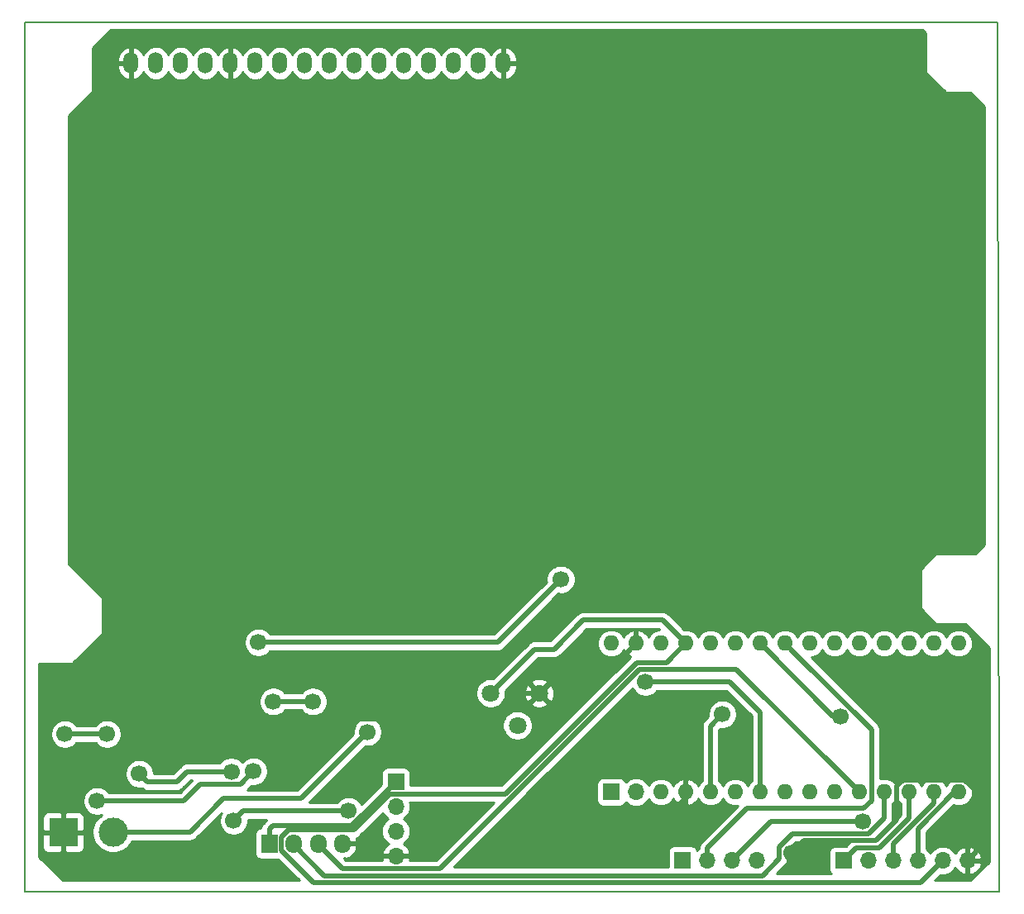
<source format=gbr>
G04 #@! TF.GenerationSoftware,KiCad,Pcbnew,(5.0.0)*
G04 #@! TF.CreationDate,2019-03-04T17:15:25-05:00*
G04 #@! TF.ProjectId,nivel y temperatura,6E6976656C20792074656D7065726174,V 1.0*
G04 #@! TF.SameCoordinates,Original*
G04 #@! TF.FileFunction,Copper,L2,Bot,Signal*
G04 #@! TF.FilePolarity,Positive*
%FSLAX46Y46*%
G04 Gerber Fmt 4.6, Leading zero omitted, Abs format (unit mm)*
G04 Created by KiCad (PCBNEW (5.0.0)) date 03/04/19 17:15:25*
%MOMM*%
%LPD*%
G01*
G04 APERTURE LIST*
G04 #@! TA.AperFunction,NonConductor*
%ADD10C,0.150000*%
G04 #@! TD*
G04 #@! TA.AperFunction,ComponentPad*
%ADD11O,1.500000X2.200000*%
G04 #@! TD*
G04 #@! TA.AperFunction,ComponentPad*
%ADD12R,1.700000X1.700000*%
G04 #@! TD*
G04 #@! TA.AperFunction,ComponentPad*
%ADD13O,1.700000X1.700000*%
G04 #@! TD*
G04 #@! TA.AperFunction,ComponentPad*
%ADD14O,1.600000X1.600000*%
G04 #@! TD*
G04 #@! TA.AperFunction,ComponentPad*
%ADD15R,1.700000X1.950000*%
G04 #@! TD*
G04 #@! TA.AperFunction,ComponentPad*
%ADD16O,1.700000X1.950000*%
G04 #@! TD*
G04 #@! TA.AperFunction,ComponentPad*
%ADD17R,2.999740X2.999740*%
G04 #@! TD*
G04 #@! TA.AperFunction,ComponentPad*
%ADD18C,2.999740*%
G04 #@! TD*
G04 #@! TA.AperFunction,ComponentPad*
%ADD19C,1.800000*%
G04 #@! TD*
G04 #@! TA.AperFunction,ViaPad*
%ADD20C,1.700000*%
G04 #@! TD*
G04 #@! TA.AperFunction,Conductor*
%ADD21C,0.500000*%
G04 #@! TD*
G04 #@! TA.AperFunction,Conductor*
%ADD22C,0.254000*%
G04 #@! TD*
%ADD23C,0.254000*%
G04 APERTURE END LIST*
D10*
X92202000Y-45974000D02*
X92202000Y-134974000D01*
X191770000Y-45974000D02*
X92202000Y-45974000D01*
X191900000Y-135000000D02*
X191770000Y-45970000D01*
X92202000Y-135000000D02*
X191900000Y-135000000D01*
D11*
G04 #@! TO.P,U1,16*
G04 #@! TO.N,GND*
X141145601Y-50135101D03*
G04 #@! TO.P,U1,15*
G04 #@! TO.N,+5V*
X138605601Y-50135101D03*
G04 #@! TO.P,U1,14*
G04 #@! TO.N,D2*
X136065601Y-50135101D03*
G04 #@! TO.P,U1,13*
G04 #@! TO.N,D3*
X133525601Y-50135101D03*
G04 #@! TO.P,U1,12*
G04 #@! TO.N,D4*
X130985601Y-50135101D03*
G04 #@! TO.P,U1,11*
G04 #@! TO.N,D5*
X128445601Y-50135101D03*
G04 #@! TO.P,U1,10*
G04 #@! TO.N,Net-(U1-Pad10)*
X125905601Y-50135101D03*
G04 #@! TO.P,U1,9*
G04 #@! TO.N,Net-(U1-Pad9)*
X123365601Y-50135101D03*
G04 #@! TO.P,U1,8*
G04 #@! TO.N,Net-(U1-Pad8)*
X120825601Y-50135101D03*
G04 #@! TO.P,U1,7*
G04 #@! TO.N,Net-(U1-Pad7)*
X118285601Y-50135101D03*
G04 #@! TO.P,U1,6*
G04 #@! TO.N,D6*
X115745601Y-50135101D03*
G04 #@! TO.P,U1,5*
G04 #@! TO.N,GND*
X113205601Y-50135101D03*
G04 #@! TO.P,U1,4*
G04 #@! TO.N,D7*
X110665601Y-50135101D03*
G04 #@! TO.P,U1,3*
G04 #@! TO.N,Net-(RV1-Pad1)*
X108125601Y-50135101D03*
G04 #@! TO.P,U1,2*
G04 #@! TO.N,+5V*
X105585601Y-50135101D03*
G04 #@! TO.P,U1,1*
G04 #@! TO.N,GND*
X103045601Y-50135101D03*
G04 #@! TD*
D12*
G04 #@! TO.P,S-DTH1,1*
G04 #@! TO.N,+5V*
X130149600Y-123748800D03*
D13*
G04 #@! TO.P,S-DTH1,2*
G04 #@! TO.N,A0*
X130149600Y-126288800D03*
G04 #@! TO.P,S-DTH1,3*
G04 #@! TO.N,Net-(S-DTH1-Pad3)*
X130149600Y-128828800D03*
G04 #@! TO.P,S-DTH1,4*
G04 #@! TO.N,GND*
X130149600Y-131368800D03*
G04 #@! TD*
D14*
G04 #@! TO.P,A1,16*
G04 #@! TO.N,D13*
X187756800Y-109575600D03*
G04 #@! TO.P,A1,15*
G04 #@! TO.N,D12*
X187756800Y-124815600D03*
G04 #@! TO.P,A1,30*
G04 #@! TO.N,Vout*
X152196800Y-109575600D03*
G04 #@! TO.P,A1,14*
G04 #@! TO.N,D11*
X185216800Y-124815600D03*
G04 #@! TO.P,A1,29*
G04 #@! TO.N,GND*
X154736800Y-109575600D03*
G04 #@! TO.P,A1,13*
G04 #@! TO.N,D10*
X182676800Y-124815600D03*
G04 #@! TO.P,A1,28*
G04 #@! TO.N,Net-(A1-Pad28)*
X157276800Y-109575600D03*
G04 #@! TO.P,A1,12*
G04 #@! TO.N,D9*
X180136800Y-124815600D03*
G04 #@! TO.P,A1,27*
G04 #@! TO.N,+5V*
X159816800Y-109575600D03*
G04 #@! TO.P,A1,11*
G04 #@! TO.N,D8*
X177596800Y-124815600D03*
G04 #@! TO.P,A1,26*
G04 #@! TO.N,Net-(A1-Pad26)*
X162356800Y-109575600D03*
G04 #@! TO.P,A1,10*
G04 #@! TO.N,D7*
X175056800Y-124815600D03*
G04 #@! TO.P,A1,25*
G04 #@! TO.N,Net-(A1-Pad25)*
X164896800Y-109575600D03*
G04 #@! TO.P,A1,9*
G04 #@! TO.N,D6*
X172516800Y-124815600D03*
G04 #@! TO.P,A1,24*
G04 #@! TO.N,A5*
X167436800Y-109575600D03*
G04 #@! TO.P,A1,8*
G04 #@! TO.N,D5*
X169976800Y-124815600D03*
G04 #@! TO.P,A1,23*
G04 #@! TO.N,A4*
X169976800Y-109575600D03*
G04 #@! TO.P,A1,7*
G04 #@! TO.N,D4*
X167436800Y-124815600D03*
G04 #@! TO.P,A1,22*
G04 #@! TO.N,Net-(A1-Pad22)*
X172516800Y-109575600D03*
G04 #@! TO.P,A1,6*
G04 #@! TO.N,D3*
X164896800Y-124815600D03*
G04 #@! TO.P,A1,21*
G04 #@! TO.N,Net-(A1-Pad21)*
X175056800Y-109575600D03*
G04 #@! TO.P,A1,5*
G04 #@! TO.N,D2*
X162356800Y-124815600D03*
G04 #@! TO.P,A1,20*
G04 #@! TO.N,Net-(A1-Pad20)*
X177596800Y-109575600D03*
G04 #@! TO.P,A1,4*
G04 #@! TO.N,GND*
X159816800Y-124815600D03*
G04 #@! TO.P,A1,19*
G04 #@! TO.N,A0*
X180136800Y-109575600D03*
G04 #@! TO.P,A1,3*
G04 #@! TO.N,Net-(A1-Pad3)*
X157276800Y-124815600D03*
G04 #@! TO.P,A1,18*
G04 #@! TO.N,Net-(A1-Pad18)*
X182676800Y-109575600D03*
D13*
G04 #@! TO.P,A1,2*
G04 #@! TO.N,Net-(A1-Pad2)*
X154736800Y-124815600D03*
D14*
G04 #@! TO.P,A1,17*
G04 #@! TO.N,Net-(A1-Pad17)*
X185216800Y-109575600D03*
D12*
G04 #@! TO.P,A1,1*
G04 #@! TO.N,Net-(A1-Pad1)*
X152196800Y-124815600D03*
G04 #@! TD*
G04 #@! TO.P,RTC1,1*
G04 #@! TO.N,A5*
X159512000Y-131775200D03*
D13*
G04 #@! TO.P,RTC1,2*
G04 #@! TO.N,A4*
X162052000Y-131775200D03*
G04 #@! TO.P,RTC1,3*
G04 #@! TO.N,+5V*
X164592000Y-131775200D03*
G04 #@! TO.P,RTC1,4*
G04 #@! TO.N,GND*
X167132000Y-131775200D03*
G04 #@! TD*
D12*
G04 #@! TO.P,SD1,1*
G04 #@! TO.N,D10*
X175971200Y-131826000D03*
D13*
G04 #@! TO.P,SD1,2*
G04 #@! TO.N,D13*
X178511200Y-131826000D03*
G04 #@! TO.P,SD1,3*
G04 #@! TO.N,D11*
X181051200Y-131826000D03*
G04 #@! TO.P,SD1,4*
G04 #@! TO.N,D12*
X183591200Y-131826000D03*
G04 #@! TO.P,SD1,5*
G04 #@! TO.N,+5V*
X186131200Y-131826000D03*
G04 #@! TO.P,SD1,6*
G04 #@! TO.N,GND*
X188671200Y-131826000D03*
G04 #@! TD*
D15*
G04 #@! TO.P,Sensor1,1*
G04 #@! TO.N,+5V*
X117195600Y-130098800D03*
D16*
G04 #@! TO.P,Sensor1,2*
G04 #@! TO.N,D9*
X119695600Y-130098800D03*
G04 #@! TO.P,Sensor1,3*
G04 #@! TO.N,D8*
X122195600Y-130098800D03*
G04 #@! TO.P,Sensor1,4*
G04 #@! TO.N,GND*
X124695600Y-130098800D03*
G04 #@! TD*
D17*
G04 #@! TO.P, ,1*
G04 #@! TO.N,GND*
X96113600Y-128930400D03*
D18*
G04 #@! TO.P, ,2*
G04 #@! TO.N,Net-(C1-Pad1)*
X101193600Y-128930400D03*
G04 #@! TD*
D19*
G04 #@! TO.P,RV1,3*
G04 #@! TO.N,GND*
X144830800Y-114681000D03*
G04 #@! TO.P,RV1,2*
G04 #@! TO.N,+5V*
X139852400Y-114681000D03*
G04 #@! TO.P,RV1,1*
G04 #@! TO.N,Net-(RV1-Pad1)*
X142595600Y-117983000D03*
G04 #@! TD*
D20*
G04 #@! TO.N,GND*
X134620000Y-118110000D03*
X126492000Y-123698000D03*
X156972000Y-130556000D03*
X149098000Y-115062000D03*
X110490000Y-117348000D03*
X170672084Y-131048084D03*
G04 #@! TO.N,+5V*
X177942683Y-127792010D03*
G04 #@! TO.N,A5*
X175632357Y-117069649D03*
G04 #@! TO.N,D4*
X155702000Y-113538000D03*
G04 #@! TO.N,D2*
X163576000Y-116840000D03*
G04 #@! TO.N,Net-(D1-Pad2)*
X113538000Y-127762000D03*
X125309741Y-126750167D03*
G04 #@! TO.N,Vout*
X116078000Y-109474000D03*
X117602000Y-115539990D03*
X121666000Y-115539990D03*
X147035413Y-103022707D03*
G04 #@! TO.N,Net-(C1-Pad1)*
X127254953Y-118648010D03*
G04 #@! TO.N,Net-(D2-Pad1)*
X103886000Y-122936000D03*
X96266000Y-118872000D03*
X100584000Y-118872000D03*
X113302284Y-122713979D03*
G04 #@! TO.N,Net-(R3-Pad2)*
X99568000Y-125730000D03*
X115570000Y-122682000D03*
G04 #@! TD*
D21*
G04 #@! TO.N,GND*
X142621000Y-114681000D02*
X144830800Y-114681000D01*
X134620000Y-118110000D02*
X139192000Y-118110000D01*
X139192000Y-118110000D02*
X142621000Y-114681000D01*
X124695600Y-130098800D02*
X126542800Y-130098800D01*
X127812800Y-131368800D02*
X130149600Y-131368800D01*
X126542800Y-130098800D02*
X127812800Y-131368800D01*
X153936801Y-110375599D02*
X154736800Y-109575600D01*
X150531399Y-113781001D02*
X153936801Y-110375599D01*
X144830800Y-114681000D02*
X145730799Y-113781001D01*
X132080000Y-118110000D02*
X134620000Y-118110000D01*
X126492000Y-123698000D02*
X132080000Y-118110000D01*
X159816800Y-125425200D02*
X159816800Y-124815600D01*
X156972000Y-130556000D02*
X156972000Y-128270000D01*
X156972000Y-128270000D02*
X159816800Y-125425200D01*
X149098000Y-115062000D02*
X149098000Y-113781001D01*
X145730799Y-113781001D02*
X149098000Y-113781001D01*
X149098000Y-113781001D02*
X150531399Y-113781001D01*
X131318000Y-117348000D02*
X132080000Y-118110000D01*
X110490000Y-117348000D02*
X131318000Y-117348000D01*
X181426799Y-127665166D02*
X179299943Y-129792022D01*
X189521199Y-124729997D02*
X188356801Y-123565599D01*
X188671200Y-131826000D02*
X189521199Y-130976001D01*
X182076799Y-123565599D02*
X181426799Y-124215599D01*
X189521199Y-130976001D02*
X189521199Y-124729997D01*
X171928146Y-129792022D02*
X170672084Y-131048084D01*
X179299943Y-129792022D02*
X171928146Y-129792022D01*
X181426799Y-124215599D02*
X181426799Y-127665166D01*
X188356801Y-123565599D02*
X182076799Y-123565599D01*
G04 #@! TO.N,+5V*
X117195600Y-128623800D02*
X117549400Y-128270000D01*
X117195600Y-130098800D02*
X117195600Y-128623800D01*
X125628400Y-128270000D02*
X130149600Y-123748800D01*
X117549400Y-128270000D02*
X125628400Y-128270000D01*
X157429200Y-107188000D02*
X159016801Y-108775601D01*
X159016801Y-108775601D02*
X159816800Y-109575600D01*
X146339954Y-110174011D02*
X149325964Y-107188000D01*
X144359389Y-110174011D02*
X146339954Y-110174011D01*
X139852400Y-114681000D02*
X144359389Y-110174011D01*
X149325964Y-107188000D02*
X157429200Y-107188000D01*
X159816800Y-109575600D02*
X157854411Y-111537989D01*
X157854411Y-111537989D02*
X154788046Y-111537989D01*
X141337236Y-124988799D02*
X129525599Y-124988799D01*
X125840608Y-128673790D02*
X119157119Y-128673790D01*
X118395590Y-129435319D02*
X118395590Y-130762281D01*
X154788046Y-111537989D02*
X141337236Y-124988799D01*
X118395590Y-130762281D02*
X121702131Y-134068822D01*
X119157119Y-128673790D02*
X118395590Y-129435319D01*
X129525599Y-124988799D02*
X125840608Y-128673790D01*
X185281201Y-132675999D02*
X186131200Y-131826000D01*
X121702131Y-134068822D02*
X183888378Y-134068822D01*
X183888378Y-134068822D02*
X185281201Y-132675999D01*
X164592000Y-131775200D02*
X168575190Y-127792010D01*
X168575190Y-127792010D02*
X177942683Y-127792010D01*
G04 #@! TO.N,A5*
X174930849Y-117069649D02*
X175632357Y-117069649D01*
X167436800Y-109575600D02*
X174930849Y-117069649D01*
G04 #@! TO.N,A4*
X170776799Y-110375599D02*
X169976800Y-109575600D01*
X162052000Y-130556000D02*
X166116000Y-126492000D01*
X162052000Y-131775200D02*
X162052000Y-130556000D01*
X166116000Y-126492000D02*
X178054000Y-126492000D01*
X178054000Y-126492000D02*
X178846801Y-125699199D01*
X178846801Y-125699199D02*
X178846801Y-118445601D01*
X178846801Y-118445601D02*
X170776799Y-110375599D01*
G04 #@! TO.N,D12*
X187350400Y-124815600D02*
X187756800Y-124815600D01*
X183591200Y-128574800D02*
X187350400Y-124815600D01*
X183591200Y-131826000D02*
X183591200Y-128574800D01*
G04 #@! TO.N,D11*
X185216800Y-125959236D02*
X185216800Y-124815600D01*
X181051200Y-130124836D02*
X185216800Y-125959236D01*
X181051200Y-131826000D02*
X181051200Y-130124836D01*
G04 #@! TO.N,D10*
X182676800Y-127509272D02*
X182676800Y-124815600D01*
X177271201Y-130525999D02*
X179660073Y-130525999D01*
X175971200Y-131826000D02*
X177271201Y-130525999D01*
X179660073Y-130525999D02*
X182676800Y-127509272D01*
G04 #@! TO.N,D8*
X124640601Y-132668801D02*
X134647197Y-132668801D01*
X155077999Y-112237999D02*
X165019199Y-112237999D01*
X122195600Y-130223800D02*
X124640601Y-132668801D01*
X122195600Y-130098800D02*
X122195600Y-130223800D01*
X165019199Y-112237999D02*
X176796801Y-124015601D01*
X176796801Y-124015601D02*
X177596800Y-124815600D01*
X134647197Y-132668801D02*
X155077999Y-112237999D01*
G04 #@! TO.N,D9*
X180136800Y-127521895D02*
X180136800Y-124815600D01*
X119695600Y-130223800D02*
X122840612Y-133368812D01*
X167675356Y-133368812D02*
X169372082Y-131672086D01*
X169372082Y-131672086D02*
X169372082Y-130455914D01*
X169372082Y-130455914D02*
X170735985Y-129092011D01*
X122840612Y-133368812D02*
X167675356Y-133368812D01*
X170735985Y-129092011D02*
X178566684Y-129092011D01*
X178566684Y-129092011D02*
X180136800Y-127521895D01*
X119695600Y-130098800D02*
X119695600Y-130223800D01*
G04 #@! TO.N,D4*
X155702000Y-113538000D02*
X164338000Y-113538000D01*
X167436800Y-116636800D02*
X167436800Y-124815600D01*
X164338000Y-113538000D02*
X167436800Y-116636800D01*
G04 #@! TO.N,D2*
X162356800Y-118059200D02*
X162356800Y-124815600D01*
X163576000Y-116840000D02*
X162356800Y-118059200D01*
G04 #@! TO.N,Net-(D1-Pad2)*
X113538000Y-127762000D02*
X114549833Y-126750167D01*
X114549833Y-126750167D02*
X125309741Y-126750167D01*
G04 #@! TO.N,Vout*
X117602000Y-115539990D02*
X121666000Y-115539990D01*
X140584120Y-109474000D02*
X147035413Y-103022707D01*
X116078000Y-109474000D02*
X140584120Y-109474000D01*
G04 #@! TO.N,Net-(C1-Pad1)*
X109067600Y-128930400D02*
X112522000Y-125476000D01*
X112522000Y-125476000D02*
X120426963Y-125476000D01*
X120426963Y-125476000D02*
X127254953Y-118648010D01*
X101193600Y-128930400D02*
X109067600Y-128930400D01*
G04 #@! TO.N,Net-(D2-Pad1)*
X96266000Y-118872000D02*
X100584000Y-118872000D01*
X108789052Y-122713979D02*
X113302284Y-122713979D01*
X103886000Y-122936000D02*
X104735999Y-123785999D01*
X107717032Y-123785999D02*
X108789052Y-122713979D01*
X104735999Y-123785999D02*
X107717032Y-123785999D01*
G04 #@! TO.N,Net-(R3-Pad2)*
X99568000Y-125730000D02*
X108416116Y-125730000D01*
X114238011Y-124013989D02*
X115570000Y-122682000D01*
X108416116Y-125730000D02*
X110132127Y-124013989D01*
X110132127Y-124013989D02*
X114238011Y-124013989D01*
G04 #@! TD*
D22*
G04 #@! TO.N,GND*
X100995606Y-46684000D02*
X184004394Y-46684000D01*
X100754306Y-46925300D02*
X184245694Y-46925300D01*
X100513006Y-47166600D02*
X184373000Y-47166600D01*
X100271706Y-47407900D02*
X184373000Y-47407900D01*
X100030406Y-47649200D02*
X184373000Y-47649200D01*
X99789106Y-47890500D02*
X184373000Y-47890500D01*
X99547806Y-48131800D02*
X184373000Y-48131800D01*
X99306506Y-48373100D02*
X184373000Y-48373100D01*
X99127000Y-48614400D02*
X102305858Y-48614400D01*
X102918601Y-48614400D02*
X103172601Y-48614400D01*
X103785345Y-48614400D02*
X104837753Y-48614400D01*
X106333449Y-48614400D02*
X107377753Y-48614400D01*
X108873449Y-48614400D02*
X109917753Y-48614400D01*
X111413449Y-48614400D02*
X112465858Y-48614400D01*
X113078601Y-48614400D02*
X113332601Y-48614400D01*
X113945345Y-48614400D02*
X114997753Y-48614400D01*
X116493449Y-48614400D02*
X117537753Y-48614400D01*
X119033449Y-48614400D02*
X120077753Y-48614400D01*
X121573449Y-48614400D02*
X122617753Y-48614400D01*
X124113449Y-48614400D02*
X125157753Y-48614400D01*
X126653449Y-48614400D02*
X127697753Y-48614400D01*
X129193449Y-48614400D02*
X130237753Y-48614400D01*
X131733449Y-48614400D02*
X132777753Y-48614400D01*
X134273449Y-48614400D02*
X135317753Y-48614400D01*
X136813449Y-48614400D02*
X137857753Y-48614400D01*
X139353449Y-48614400D02*
X140405858Y-48614400D01*
X141018601Y-48614400D02*
X141272601Y-48614400D01*
X141885345Y-48614400D02*
X184373000Y-48614400D01*
X99127000Y-48855700D02*
X102018187Y-48855700D01*
X102918601Y-48855700D02*
X103172601Y-48855700D01*
X104073016Y-48855700D02*
X104556646Y-48855700D01*
X106614557Y-48855700D02*
X107096646Y-48855700D01*
X109154557Y-48855700D02*
X109636646Y-48855700D01*
X111694557Y-48855700D02*
X112178187Y-48855700D01*
X113078601Y-48855700D02*
X113332601Y-48855700D01*
X114233016Y-48855700D02*
X114716646Y-48855700D01*
X116774557Y-48855700D02*
X117256646Y-48855700D01*
X119314557Y-48855700D02*
X119796646Y-48855700D01*
X121854557Y-48855700D02*
X122336646Y-48855700D01*
X124394557Y-48855700D02*
X124876646Y-48855700D01*
X126934557Y-48855700D02*
X127416646Y-48855700D01*
X129474557Y-48855700D02*
X129956646Y-48855700D01*
X132014557Y-48855700D02*
X132496646Y-48855700D01*
X134554557Y-48855700D02*
X135036646Y-48855700D01*
X137094557Y-48855700D02*
X137576646Y-48855700D01*
X139634557Y-48855700D02*
X140118187Y-48855700D01*
X141018601Y-48855700D02*
X141272601Y-48855700D01*
X142173016Y-48855700D02*
X184373000Y-48855700D01*
X99127000Y-49097000D02*
X101841464Y-49097000D01*
X102918601Y-49097000D02*
X103172601Y-49097000D01*
X104249739Y-49097000D02*
X104382965Y-49097000D01*
X106788238Y-49097000D02*
X106922965Y-49097000D01*
X109328238Y-49097000D02*
X109462965Y-49097000D01*
X111868238Y-49097000D02*
X112001464Y-49097000D01*
X113078601Y-49097000D02*
X113332601Y-49097000D01*
X114409739Y-49097000D02*
X114542965Y-49097000D01*
X116948238Y-49097000D02*
X117082965Y-49097000D01*
X119488238Y-49097000D02*
X119622965Y-49097000D01*
X122028238Y-49097000D02*
X122162965Y-49097000D01*
X124568238Y-49097000D02*
X124702965Y-49097000D01*
X127108238Y-49097000D02*
X127242965Y-49097000D01*
X129648238Y-49097000D02*
X129782965Y-49097000D01*
X132188238Y-49097000D02*
X132322965Y-49097000D01*
X134728238Y-49097000D02*
X134862965Y-49097000D01*
X137268238Y-49097000D02*
X137402965Y-49097000D01*
X139808238Y-49097000D02*
X139941464Y-49097000D01*
X141018601Y-49097000D02*
X141272601Y-49097000D01*
X142349739Y-49097000D02*
X184373000Y-49097000D01*
X99127000Y-49338300D02*
X101733137Y-49338300D01*
X102918601Y-49338300D02*
X103172601Y-49338300D01*
X113078601Y-49338300D02*
X113332601Y-49338300D01*
X141018601Y-49338300D02*
X141272601Y-49338300D01*
X142458066Y-49338300D02*
X184373000Y-49338300D01*
X99127000Y-49579600D02*
X101675668Y-49579600D01*
X102918601Y-49579600D02*
X103172601Y-49579600D01*
X113078601Y-49579600D02*
X113332601Y-49579600D01*
X141018601Y-49579600D02*
X141272601Y-49579600D01*
X142515535Y-49579600D02*
X184373000Y-49579600D01*
X99127000Y-49820900D02*
X101660601Y-49820900D01*
X102918601Y-49820900D02*
X103172601Y-49820900D01*
X113078601Y-49820900D02*
X113332601Y-49820900D01*
X141018601Y-49820900D02*
X141272601Y-49820900D01*
X142530601Y-49820900D02*
X184373000Y-49820900D01*
X99127000Y-50062200D02*
X103192601Y-50062200D01*
X113058601Y-50062200D02*
X113352601Y-50062200D01*
X140998601Y-50062200D02*
X184373000Y-50062200D01*
X99127000Y-50303500D02*
X101660601Y-50303500D01*
X102918601Y-50303500D02*
X103172601Y-50303500D01*
X113078601Y-50303500D02*
X113332601Y-50303500D01*
X141018601Y-50303500D02*
X141272601Y-50303500D01*
X142530601Y-50303500D02*
X184373000Y-50303500D01*
X99127000Y-50544800D02*
X101660601Y-50544800D01*
X102918601Y-50544800D02*
X103172601Y-50544800D01*
X113078601Y-50544800D02*
X113332601Y-50544800D01*
X141018601Y-50544800D02*
X141272601Y-50544800D01*
X142530601Y-50544800D02*
X184373000Y-50544800D01*
X99127000Y-50786100D02*
X101693995Y-50786100D01*
X102918601Y-50786100D02*
X103172601Y-50786100D01*
X113078601Y-50786100D02*
X113332601Y-50786100D01*
X141018601Y-50786100D02*
X141272601Y-50786100D01*
X142497206Y-50786100D02*
X184373000Y-50786100D01*
X99127000Y-51027400D02*
X101771942Y-51027400D01*
X102918601Y-51027400D02*
X103172601Y-51027400D01*
X113078601Y-51027400D02*
X113332601Y-51027400D01*
X141018601Y-51027400D02*
X141272601Y-51027400D01*
X142419259Y-51027400D02*
X184376235Y-51027400D01*
X99127000Y-51268700D02*
X101904347Y-51268700D01*
X102918601Y-51268700D02*
X103172601Y-51268700D01*
X104186854Y-51268700D02*
X104436988Y-51268700D01*
X106734213Y-51268700D02*
X106976988Y-51268700D01*
X109274213Y-51268700D02*
X109516988Y-51268700D01*
X111814213Y-51268700D02*
X112064347Y-51268700D01*
X113078601Y-51268700D02*
X113332601Y-51268700D01*
X114346854Y-51268700D02*
X114596988Y-51268700D01*
X116894213Y-51268700D02*
X117136988Y-51268700D01*
X119434213Y-51268700D02*
X119676988Y-51268700D01*
X121974213Y-51268700D02*
X122216988Y-51268700D01*
X124514213Y-51268700D02*
X124756988Y-51268700D01*
X127054213Y-51268700D02*
X127296988Y-51268700D01*
X129594213Y-51268700D02*
X129836988Y-51268700D01*
X132134213Y-51268700D02*
X132376988Y-51268700D01*
X134674213Y-51268700D02*
X134916988Y-51268700D01*
X137214213Y-51268700D02*
X137456988Y-51268700D01*
X139754213Y-51268700D02*
X140004347Y-51268700D01*
X141018601Y-51268700D02*
X141272601Y-51268700D01*
X142286854Y-51268700D02*
X184589094Y-51268700D01*
X99127000Y-51510000D02*
X102112406Y-51510000D01*
X102918601Y-51510000D02*
X103172601Y-51510000D01*
X103978795Y-51510000D02*
X104651257Y-51510000D01*
X106519945Y-51510000D02*
X107191257Y-51510000D01*
X109059945Y-51510000D02*
X109731257Y-51510000D01*
X111599945Y-51510000D02*
X112272406Y-51510000D01*
X113078601Y-51510000D02*
X113332601Y-51510000D01*
X114138795Y-51510000D02*
X114811257Y-51510000D01*
X116679945Y-51510000D02*
X117351257Y-51510000D01*
X119219945Y-51510000D02*
X119891257Y-51510000D01*
X121759945Y-51510000D02*
X122431257Y-51510000D01*
X124299945Y-51510000D02*
X124971257Y-51510000D01*
X126839945Y-51510000D02*
X127511257Y-51510000D01*
X129379945Y-51510000D02*
X130051257Y-51510000D01*
X131919945Y-51510000D02*
X132591257Y-51510000D01*
X134459945Y-51510000D02*
X135131257Y-51510000D01*
X136999945Y-51510000D02*
X137671257Y-51510000D01*
X139539945Y-51510000D02*
X140212406Y-51510000D01*
X141018601Y-51510000D02*
X141272601Y-51510000D01*
X142078795Y-51510000D02*
X184830394Y-51510000D01*
X99127000Y-51751300D02*
X102486102Y-51751300D01*
X102837330Y-51751300D02*
X103253871Y-51751300D01*
X103605099Y-51751300D02*
X105016417Y-51751300D01*
X106154785Y-51751300D02*
X107556417Y-51751300D01*
X108694785Y-51751300D02*
X110096417Y-51751300D01*
X111234785Y-51751300D02*
X112646102Y-51751300D01*
X112997330Y-51751300D02*
X113413871Y-51751300D01*
X113765099Y-51751300D02*
X115176417Y-51751300D01*
X116314785Y-51751300D02*
X117716417Y-51751300D01*
X118854785Y-51751300D02*
X120256417Y-51751300D01*
X121394785Y-51751300D02*
X122796417Y-51751300D01*
X123934785Y-51751300D02*
X125336417Y-51751300D01*
X126474785Y-51751300D02*
X127876417Y-51751300D01*
X129014785Y-51751300D02*
X130416417Y-51751300D01*
X131554785Y-51751300D02*
X132956417Y-51751300D01*
X134094785Y-51751300D02*
X135496417Y-51751300D01*
X136634785Y-51751300D02*
X138036417Y-51751300D01*
X139174785Y-51751300D02*
X140586102Y-51751300D01*
X140937330Y-51751300D02*
X141353871Y-51751300D01*
X141705099Y-51751300D02*
X185071694Y-51751300D01*
X99127000Y-51992600D02*
X185312994Y-51992600D01*
X99127000Y-52233900D02*
X185554294Y-52233900D01*
X99127000Y-52475200D02*
X185795594Y-52475200D01*
X99127000Y-52716500D02*
X186036894Y-52716500D01*
X99127000Y-52957800D02*
X186278194Y-52957800D01*
X98980506Y-53199100D02*
X189019494Y-53199100D01*
X98739206Y-53440400D02*
X189260794Y-53440400D01*
X98497906Y-53681700D02*
X189502094Y-53681700D01*
X98256606Y-53923000D02*
X189743394Y-53923000D01*
X98015306Y-54164300D02*
X189984694Y-54164300D01*
X97774006Y-54405600D02*
X190225994Y-54405600D01*
X97532706Y-54646900D02*
X190373000Y-54646900D01*
X97291406Y-54888200D02*
X190373000Y-54888200D01*
X97050106Y-55129500D02*
X190373000Y-55129500D01*
X96808806Y-55370800D02*
X190373000Y-55370800D01*
X96627000Y-55612100D02*
X190373000Y-55612100D01*
X96627000Y-55853400D02*
X190373000Y-55853400D01*
X96627000Y-56094700D02*
X190373000Y-56094700D01*
X96627000Y-56336000D02*
X190373000Y-56336000D01*
X96627000Y-56577300D02*
X190373000Y-56577300D01*
X96627000Y-56818600D02*
X190373000Y-56818600D01*
X96627000Y-57059900D02*
X190373000Y-57059900D01*
X96627000Y-57301200D02*
X190373000Y-57301200D01*
X96627000Y-57542500D02*
X190373000Y-57542500D01*
X96627000Y-57783800D02*
X190373000Y-57783800D01*
X96627000Y-58025100D02*
X190373000Y-58025100D01*
X96627000Y-58266400D02*
X190373000Y-58266400D01*
X96627000Y-58507700D02*
X190373000Y-58507700D01*
X96627000Y-58749000D02*
X190373000Y-58749000D01*
X96627000Y-58990300D02*
X190373000Y-58990300D01*
X96627000Y-59231600D02*
X190373000Y-59231600D01*
X96627000Y-59472900D02*
X190373000Y-59472900D01*
X96627000Y-59714200D02*
X190373000Y-59714200D01*
X96627000Y-59955500D02*
X190373000Y-59955500D01*
X96627000Y-60196800D02*
X190373000Y-60196800D01*
X96627000Y-60438100D02*
X190373000Y-60438100D01*
X96627000Y-60679400D02*
X190373000Y-60679400D01*
X96627000Y-60920700D02*
X190373000Y-60920700D01*
X96627000Y-61162000D02*
X190373000Y-61162000D01*
X96627000Y-61403300D02*
X190373000Y-61403300D01*
X96627000Y-61644600D02*
X190373000Y-61644600D01*
X96627000Y-61885900D02*
X190373000Y-61885900D01*
X96627000Y-62127200D02*
X190373000Y-62127200D01*
X96627000Y-62368500D02*
X190373000Y-62368500D01*
X96627000Y-62609800D02*
X190373000Y-62609800D01*
X96627000Y-62851100D02*
X190373000Y-62851100D01*
X96627000Y-63092400D02*
X190373000Y-63092400D01*
X96627000Y-63333700D02*
X190373000Y-63333700D01*
X96627000Y-63575000D02*
X190373000Y-63575000D01*
X96627000Y-63816300D02*
X190373000Y-63816300D01*
X96627000Y-64057600D02*
X190373000Y-64057600D01*
X96627000Y-64298900D02*
X190373000Y-64298900D01*
X96627000Y-64540200D02*
X190373000Y-64540200D01*
X96627000Y-64781500D02*
X190373000Y-64781500D01*
X96627000Y-65022800D02*
X190373000Y-65022800D01*
X96627000Y-65264100D02*
X190373000Y-65264100D01*
X96627000Y-65505400D02*
X190373000Y-65505400D01*
X96627000Y-65746700D02*
X190373000Y-65746700D01*
X96627000Y-65988000D02*
X190373000Y-65988000D01*
X96627000Y-66229300D02*
X190373000Y-66229300D01*
X96627000Y-66470600D02*
X190373000Y-66470600D01*
X96627000Y-66711900D02*
X190373000Y-66711900D01*
X96627000Y-66953200D02*
X190373000Y-66953200D01*
X96627000Y-67194500D02*
X190373000Y-67194500D01*
X96627000Y-67435800D02*
X190373000Y-67435800D01*
X96627000Y-67677100D02*
X190373000Y-67677100D01*
X96627000Y-67918400D02*
X190373000Y-67918400D01*
X96627000Y-68159700D02*
X190373000Y-68159700D01*
X96627000Y-68401000D02*
X190373000Y-68401000D01*
X96627000Y-68642300D02*
X190373000Y-68642300D01*
X96627000Y-68883600D02*
X190373000Y-68883600D01*
X96627000Y-69124900D02*
X190373000Y-69124900D01*
X96627000Y-69366200D02*
X190373000Y-69366200D01*
X96627000Y-69607500D02*
X190373000Y-69607500D01*
X96627000Y-69848800D02*
X190373000Y-69848800D01*
X96627000Y-70090100D02*
X190373000Y-70090100D01*
X96627000Y-70331400D02*
X190373000Y-70331400D01*
X96627000Y-70572700D02*
X190373000Y-70572700D01*
X96627000Y-70814000D02*
X190373000Y-70814000D01*
X96627000Y-71055300D02*
X190373000Y-71055300D01*
X96627000Y-71296600D02*
X190373000Y-71296600D01*
X96627000Y-71537900D02*
X190373000Y-71537900D01*
X96627000Y-71779200D02*
X190373000Y-71779200D01*
X96627000Y-72020500D02*
X190373000Y-72020500D01*
X96627000Y-72261800D02*
X190373000Y-72261800D01*
X96627000Y-72503100D02*
X190373000Y-72503100D01*
X96627000Y-72744400D02*
X190373000Y-72744400D01*
X96627000Y-72985700D02*
X190373000Y-72985700D01*
X96627000Y-73227000D02*
X190373000Y-73227000D01*
X96627000Y-73468300D02*
X190373000Y-73468300D01*
X96627000Y-73709600D02*
X190373000Y-73709600D01*
X96627000Y-73950900D02*
X190373000Y-73950900D01*
X96627000Y-74192200D02*
X190373000Y-74192200D01*
X96627000Y-74433500D02*
X190373000Y-74433500D01*
X96627000Y-74674800D02*
X190373000Y-74674800D01*
X96627000Y-74916100D02*
X190373000Y-74916100D01*
X96627000Y-75157400D02*
X190373000Y-75157400D01*
X96627000Y-75398700D02*
X190373000Y-75398700D01*
X96627000Y-75640000D02*
X190373000Y-75640000D01*
X96627000Y-75881300D02*
X190373000Y-75881300D01*
X96627000Y-76122600D02*
X190373000Y-76122600D01*
X96627000Y-76363900D02*
X190373000Y-76363900D01*
X96627000Y-76605200D02*
X190373000Y-76605200D01*
X96627000Y-76846500D02*
X190373000Y-76846500D01*
X96627000Y-77087800D02*
X190373000Y-77087800D01*
X96627000Y-77329100D02*
X190373000Y-77329100D01*
X96627000Y-77570400D02*
X190373000Y-77570400D01*
X96627000Y-77811700D02*
X190373000Y-77811700D01*
X96627000Y-78053000D02*
X190373000Y-78053000D01*
X96627000Y-78294300D02*
X190373000Y-78294300D01*
X96627000Y-78535600D02*
X190373000Y-78535600D01*
X96627000Y-78776900D02*
X190373000Y-78776900D01*
X96627000Y-79018200D02*
X190373000Y-79018200D01*
X96627000Y-79259500D02*
X190373000Y-79259500D01*
X96627000Y-79500800D02*
X190373000Y-79500800D01*
X96627000Y-79742100D02*
X190373000Y-79742100D01*
X96627000Y-79983400D02*
X190373000Y-79983400D01*
X96627000Y-80224700D02*
X190373000Y-80224700D01*
X96627000Y-80466000D02*
X190373000Y-80466000D01*
X96627000Y-80707300D02*
X190373000Y-80707300D01*
X96627000Y-80948600D02*
X190373000Y-80948600D01*
X96627000Y-81189900D02*
X190373000Y-81189900D01*
X96627000Y-81431200D02*
X190373000Y-81431200D01*
X96627000Y-81672500D02*
X190373000Y-81672500D01*
X96627000Y-81913800D02*
X190373000Y-81913800D01*
X96627000Y-82155100D02*
X190373000Y-82155100D01*
X96627000Y-82396400D02*
X190373000Y-82396400D01*
X96627000Y-82637700D02*
X190373000Y-82637700D01*
X96627000Y-82879000D02*
X190373000Y-82879000D01*
X96627000Y-83120300D02*
X190373000Y-83120300D01*
X96627000Y-83361600D02*
X190373000Y-83361600D01*
X96627000Y-83602900D02*
X190373000Y-83602900D01*
X96627000Y-83844200D02*
X190373000Y-83844200D01*
X96627000Y-84085500D02*
X190373000Y-84085500D01*
X96627000Y-84326800D02*
X190373000Y-84326800D01*
X96627000Y-84568100D02*
X190373000Y-84568100D01*
X96627000Y-84809400D02*
X190373000Y-84809400D01*
X96627000Y-85050700D02*
X190373000Y-85050700D01*
X96627000Y-85292000D02*
X190373000Y-85292000D01*
X96627000Y-85533300D02*
X190373000Y-85533300D01*
X96627000Y-85774600D02*
X190373000Y-85774600D01*
X96627000Y-86015900D02*
X190373000Y-86015900D01*
X96627000Y-86257200D02*
X190373000Y-86257200D01*
X96627000Y-86498500D02*
X190373000Y-86498500D01*
X96627000Y-86739800D02*
X190373000Y-86739800D01*
X96627000Y-86981100D02*
X190373000Y-86981100D01*
X96627000Y-87222400D02*
X190373000Y-87222400D01*
X96627000Y-87463700D02*
X190373000Y-87463700D01*
X96627000Y-87705000D02*
X190373000Y-87705000D01*
X96627000Y-87946300D02*
X190373000Y-87946300D01*
X96627000Y-88187600D02*
X190373000Y-88187600D01*
X96627000Y-88428900D02*
X190373000Y-88428900D01*
X96627000Y-88670200D02*
X190373000Y-88670200D01*
X96627000Y-88911500D02*
X190373000Y-88911500D01*
X96627000Y-89152800D02*
X190373000Y-89152800D01*
X96627000Y-89394100D02*
X190373000Y-89394100D01*
X96627000Y-89635400D02*
X190373000Y-89635400D01*
X96627000Y-89876700D02*
X190373000Y-89876700D01*
X96627000Y-90118000D02*
X190373000Y-90118000D01*
X96627000Y-90359300D02*
X190373000Y-90359300D01*
X96627000Y-90600600D02*
X190373000Y-90600600D01*
X96627000Y-90841900D02*
X190373000Y-90841900D01*
X96627000Y-91083200D02*
X190373000Y-91083200D01*
X96627000Y-91324500D02*
X190373000Y-91324500D01*
X96627000Y-91565800D02*
X190373000Y-91565800D01*
X96627000Y-91807100D02*
X190373000Y-91807100D01*
X96627000Y-92048400D02*
X190373000Y-92048400D01*
X96627000Y-92289700D02*
X190373000Y-92289700D01*
X96627000Y-92531000D02*
X190373000Y-92531000D01*
X96627000Y-92772300D02*
X190373000Y-92772300D01*
X96627000Y-93013600D02*
X190373000Y-93013600D01*
X96627000Y-93254900D02*
X190373000Y-93254900D01*
X96627000Y-93496200D02*
X190373000Y-93496200D01*
X96627000Y-93737500D02*
X190373000Y-93737500D01*
X96627000Y-93978800D02*
X190373000Y-93978800D01*
X96627000Y-94220100D02*
X190373000Y-94220100D01*
X96627000Y-94461400D02*
X190373000Y-94461400D01*
X96627000Y-94702700D02*
X190373000Y-94702700D01*
X96627000Y-94944000D02*
X190373000Y-94944000D01*
X96627000Y-95185300D02*
X190373000Y-95185300D01*
X96627000Y-95426600D02*
X190373000Y-95426600D01*
X96627000Y-95667900D02*
X190373000Y-95667900D01*
X96627000Y-95909200D02*
X190373000Y-95909200D01*
X96627000Y-96150500D02*
X190373000Y-96150500D01*
X96627000Y-96391800D02*
X190373000Y-96391800D01*
X96627000Y-96633100D02*
X190373000Y-96633100D01*
X96627000Y-96874400D02*
X190373000Y-96874400D01*
X96627000Y-97115700D02*
X190373000Y-97115700D01*
X96627000Y-97357000D02*
X190373000Y-97357000D01*
X96627000Y-97598300D02*
X190373000Y-97598300D01*
X96627000Y-97839600D02*
X190373000Y-97839600D01*
X96627000Y-98080900D02*
X190373000Y-98080900D01*
X96627000Y-98322200D02*
X190373000Y-98322200D01*
X96627000Y-98563500D02*
X190373000Y-98563500D01*
X96627000Y-98804800D02*
X190373000Y-98804800D01*
X96627000Y-99046100D02*
X190373000Y-99046100D01*
X96627000Y-99287400D02*
X190373000Y-99287400D01*
X96627000Y-99528700D02*
X190291694Y-99528700D01*
X96627000Y-99770000D02*
X190050394Y-99770000D01*
X96627000Y-100011300D02*
X189809094Y-100011300D01*
X96627000Y-100252600D02*
X189567794Y-100252600D01*
X96627000Y-100493900D02*
X185326494Y-100493900D01*
X96627000Y-100735200D02*
X185085194Y-100735200D01*
X96627000Y-100976500D02*
X184843894Y-100976500D01*
X96627000Y-101217800D02*
X184602594Y-101217800D01*
X96638706Y-101459100D02*
X184361294Y-101459100D01*
X96880006Y-101700400D02*
X146347253Y-101700400D01*
X147723574Y-101700400D02*
X184119994Y-101700400D01*
X97121306Y-101941700D02*
X146016313Y-101941700D01*
X148054513Y-101941700D02*
X183887852Y-101941700D01*
X97362606Y-102183000D02*
X145810494Y-102183000D01*
X148260333Y-102183000D02*
X183873000Y-102183000D01*
X97603906Y-102424300D02*
X145675930Y-102424300D01*
X148394897Y-102424300D02*
X183873000Y-102424300D01*
X97845206Y-102665600D02*
X145592354Y-102665600D01*
X148478473Y-102665600D02*
X183873000Y-102665600D01*
X98086506Y-102906900D02*
X145550413Y-102906900D01*
X148520413Y-102906900D02*
X183873000Y-102906900D01*
X98327806Y-103148200D02*
X145550413Y-103148200D01*
X148520413Y-103148200D02*
X183873000Y-103148200D01*
X98569106Y-103389500D02*
X145417042Y-103389500D01*
X148476545Y-103389500D02*
X183873000Y-103389500D01*
X98810406Y-103630800D02*
X145175742Y-103630800D01*
X148390884Y-103630800D02*
X183873000Y-103630800D01*
X99051706Y-103872100D02*
X144934442Y-103872100D01*
X148253860Y-103872100D02*
X183873000Y-103872100D01*
X99293006Y-104113400D02*
X144693142Y-104113400D01*
X148044827Y-104113400D02*
X183873000Y-104113400D01*
X99534306Y-104354700D02*
X144451842Y-104354700D01*
X147700189Y-104354700D02*
X183873000Y-104354700D01*
X99775606Y-104596000D02*
X144210542Y-104596000D01*
X146713698Y-104596000D02*
X183873000Y-104596000D01*
X100016906Y-104837300D02*
X143969242Y-104837300D01*
X146472398Y-104837300D02*
X183873000Y-104837300D01*
X100127000Y-105078600D02*
X143727942Y-105078600D01*
X146231098Y-105078600D02*
X183873000Y-105078600D01*
X100127000Y-105319900D02*
X143486642Y-105319900D01*
X145989798Y-105319900D02*
X183873000Y-105319900D01*
X100127000Y-105561200D02*
X143245342Y-105561200D01*
X145748498Y-105561200D02*
X183873000Y-105561200D01*
X100127000Y-105802500D02*
X143004042Y-105802500D01*
X145507198Y-105802500D02*
X183873000Y-105802500D01*
X100127000Y-106043800D02*
X142762742Y-106043800D01*
X145265898Y-106043800D02*
X183881210Y-106043800D01*
X100127000Y-106285100D02*
X142521442Y-106285100D01*
X145024598Y-106285100D02*
X184105494Y-106285100D01*
X100127000Y-106526400D02*
X142280142Y-106526400D01*
X144783298Y-106526400D02*
X148737093Y-106526400D01*
X158018072Y-106526400D02*
X184346794Y-106526400D01*
X100127000Y-106767700D02*
X142038842Y-106767700D01*
X144541998Y-106767700D02*
X148494686Y-106767700D01*
X158260479Y-106767700D02*
X184588094Y-106767700D01*
X100127000Y-107009000D02*
X141797542Y-107009000D01*
X144300698Y-107009000D02*
X148253386Y-107009000D01*
X158501779Y-107009000D02*
X184829394Y-107009000D01*
X100127000Y-107250300D02*
X141556242Y-107250300D01*
X144059398Y-107250300D02*
X148012086Y-107250300D01*
X158743079Y-107250300D02*
X185070694Y-107250300D01*
X100127000Y-107491600D02*
X141314942Y-107491600D01*
X143818098Y-107491600D02*
X147770786Y-107491600D01*
X158984379Y-107491600D02*
X185311994Y-107491600D01*
X100127000Y-107732900D02*
X141073642Y-107732900D01*
X143576798Y-107732900D02*
X147529486Y-107732900D01*
X159225679Y-107732900D02*
X188553294Y-107732900D01*
X100127000Y-107974200D02*
X140832342Y-107974200D01*
X143335498Y-107974200D02*
X147288187Y-107974200D01*
X159466979Y-107974200D02*
X188794594Y-107974200D01*
X100127000Y-108215500D02*
X115288550Y-108215500D01*
X116867451Y-108215500D02*
X140591042Y-108215500D01*
X143094198Y-108215500D02*
X147046887Y-108215500D01*
X149550043Y-108215500D02*
X151737027Y-108215500D01*
X152656574Y-108215500D02*
X154282905Y-108215500D01*
X154445650Y-108215500D02*
X155027951Y-108215500D01*
X155190696Y-108215500D02*
X156817027Y-108215500D01*
X160276574Y-108215500D02*
X161897027Y-108215500D01*
X162816574Y-108215500D02*
X164437027Y-108215500D01*
X165356574Y-108215500D02*
X166977027Y-108215500D01*
X167896574Y-108215500D02*
X169517027Y-108215500D01*
X170436574Y-108215500D02*
X172057027Y-108215500D01*
X172976574Y-108215500D02*
X174597027Y-108215500D01*
X175516574Y-108215500D02*
X177137027Y-108215500D01*
X178056574Y-108215500D02*
X179677027Y-108215500D01*
X180596574Y-108215500D02*
X182217027Y-108215500D01*
X183136574Y-108215500D02*
X184757027Y-108215500D01*
X185676574Y-108215500D02*
X187297027Y-108215500D01*
X188216574Y-108215500D02*
X189035894Y-108215500D01*
X100127000Y-108456800D02*
X114995093Y-108456800D01*
X117160907Y-108456800D02*
X140349742Y-108456800D01*
X142852898Y-108456800D02*
X146805587Y-108456800D01*
X149308743Y-108456800D02*
X151298058Y-108456800D01*
X153095543Y-108456800D02*
X153847965Y-108456800D01*
X154609800Y-108456800D02*
X154863800Y-108456800D01*
X155625636Y-108456800D02*
X156378058Y-108456800D01*
X160715543Y-108456800D02*
X161458058Y-108456800D01*
X163255543Y-108456800D02*
X163998058Y-108456800D01*
X165795543Y-108456800D02*
X166538058Y-108456800D01*
X168335543Y-108456800D02*
X169078058Y-108456800D01*
X170875543Y-108456800D02*
X171618058Y-108456800D01*
X173415543Y-108456800D02*
X174158058Y-108456800D01*
X175955543Y-108456800D02*
X176698058Y-108456800D01*
X178495543Y-108456800D02*
X179238058Y-108456800D01*
X181035543Y-108456800D02*
X181778058Y-108456800D01*
X183575543Y-108456800D02*
X184318058Y-108456800D01*
X186115543Y-108456800D02*
X186858058Y-108456800D01*
X188655543Y-108456800D02*
X189277194Y-108456800D01*
X99981506Y-108698100D02*
X114810446Y-108698100D01*
X142611598Y-108698100D02*
X146564287Y-108698100D01*
X149067443Y-108698100D02*
X151060568Y-108698100D01*
X153333033Y-108698100D02*
X153604700Y-108698100D01*
X154609800Y-108698100D02*
X154863800Y-108698100D01*
X155868901Y-108698100D02*
X156140568Y-108698100D01*
X160953033Y-108698100D02*
X161220568Y-108698100D01*
X163493033Y-108698100D02*
X163760568Y-108698100D01*
X166033033Y-108698100D02*
X166300568Y-108698100D01*
X168573033Y-108698100D02*
X168840568Y-108698100D01*
X171113033Y-108698100D02*
X171380568Y-108698100D01*
X173653033Y-108698100D02*
X173920568Y-108698100D01*
X176193033Y-108698100D02*
X176460568Y-108698100D01*
X178733033Y-108698100D02*
X179000568Y-108698100D01*
X181273033Y-108698100D02*
X181540568Y-108698100D01*
X183813033Y-108698100D02*
X184080568Y-108698100D01*
X186353033Y-108698100D02*
X186620568Y-108698100D01*
X188893033Y-108698100D02*
X189518494Y-108698100D01*
X99740206Y-108939400D02*
X114692087Y-108939400D01*
X142370298Y-108939400D02*
X146322987Y-108939400D01*
X148826143Y-108939400D02*
X150909727Y-108939400D01*
X154609800Y-108939400D02*
X154863800Y-108939400D01*
X189043874Y-108939400D02*
X189759794Y-108939400D01*
X99498906Y-109180700D02*
X114622249Y-109180700D01*
X142128998Y-109180700D02*
X146081687Y-109180700D01*
X148584843Y-109180700D02*
X150817022Y-109180700D01*
X154609800Y-109180700D02*
X154863800Y-109180700D01*
X189136579Y-109180700D02*
X190001094Y-109180700D01*
X99257606Y-109422000D02*
X114593000Y-109422000D01*
X141887698Y-109422000D02*
X143888904Y-109422000D01*
X148343543Y-109422000D02*
X150769986Y-109422000D01*
X154609800Y-109422000D02*
X154863800Y-109422000D01*
X189183615Y-109422000D02*
X190242394Y-109422000D01*
X99016306Y-109663300D02*
X114601561Y-109663300D01*
X141646398Y-109663300D02*
X143618522Y-109663300D01*
X148102243Y-109663300D02*
X150763494Y-109663300D01*
X154589800Y-109663300D02*
X154883800Y-109663300D01*
X189190105Y-109663300D02*
X190483694Y-109663300D01*
X98775006Y-109904600D02*
X114649559Y-109904600D01*
X141405098Y-109904600D02*
X143377222Y-109904600D01*
X147860943Y-109904600D02*
X150797030Y-109904600D01*
X189156569Y-109904600D02*
X190724994Y-109904600D01*
X98533706Y-110145900D02*
X114748957Y-110145900D01*
X141160440Y-110145900D02*
X143135922Y-110145900D01*
X147619643Y-110145900D02*
X150874502Y-110145900D01*
X189079097Y-110145900D02*
X190873000Y-110145900D01*
X98292406Y-110387200D02*
X114902186Y-110387200D01*
X117253813Y-110387200D02*
X142894622Y-110387200D01*
X147378343Y-110387200D02*
X151006484Y-110387200D01*
X153387115Y-110387200D02*
X153558308Y-110387200D01*
X173707115Y-110387200D02*
X173866484Y-110387200D01*
X176247115Y-110387200D02*
X176406484Y-110387200D01*
X178787115Y-110387200D02*
X178946484Y-110387200D01*
X181327115Y-110387200D02*
X181486484Y-110387200D01*
X183867115Y-110387200D02*
X184026484Y-110387200D01*
X186407115Y-110387200D02*
X186566484Y-110387200D01*
X188947115Y-110387200D02*
X190873000Y-110387200D01*
X98051106Y-110628500D02*
X115132902Y-110628500D01*
X117023097Y-110628500D02*
X142653322Y-110628500D01*
X147137043Y-110628500D02*
X151217758Y-110628500D01*
X153175841Y-110628500D02*
X153763756Y-110628500D01*
X173495841Y-110628500D02*
X174077758Y-110628500D01*
X176035841Y-110628500D02*
X176617758Y-110628500D01*
X178575841Y-110628500D02*
X179157758Y-110628500D01*
X181115841Y-110628500D02*
X181697758Y-110628500D01*
X183655841Y-110628500D02*
X184237758Y-110628500D01*
X186195841Y-110628500D02*
X186777758Y-110628500D01*
X188735841Y-110628500D02*
X190873000Y-110628500D01*
X97809806Y-110869800D02*
X115567268Y-110869800D01*
X116588731Y-110869800D02*
X142412022Y-110869800D01*
X146887166Y-110869800D02*
X151573932Y-110869800D01*
X152819667Y-110869800D02*
X154133016Y-110869800D01*
X173139667Y-110869800D02*
X174433932Y-110869800D01*
X175679667Y-110869800D02*
X176973932Y-110869800D01*
X178219667Y-110869800D02*
X179513932Y-110869800D01*
X180759667Y-110869800D02*
X182053932Y-110869800D01*
X183299667Y-110869800D02*
X184593932Y-110869800D01*
X185839667Y-110869800D02*
X187133932Y-110869800D01*
X188379667Y-110869800D02*
X190873000Y-110869800D01*
X97568506Y-111111100D02*
X142170722Y-111111100D01*
X144673878Y-111111100D02*
X153963357Y-111111100D01*
X172763879Y-111111100D02*
X190873000Y-111111100D01*
X97327206Y-111352400D02*
X141929422Y-111352400D01*
X144432578Y-111352400D02*
X153722057Y-111352400D01*
X173005179Y-111352400D02*
X190873000Y-111352400D01*
X97085054Y-111593700D02*
X141688122Y-111593700D01*
X144191278Y-111593700D02*
X153480757Y-111593700D01*
X173246479Y-111593700D02*
X190873000Y-111593700D01*
X93627000Y-111835000D02*
X141446822Y-111835000D01*
X143949978Y-111835000D02*
X153239457Y-111835000D01*
X173487779Y-111835000D02*
X190873000Y-111835000D01*
X93627000Y-112076300D02*
X141205522Y-112076300D01*
X143708678Y-112076300D02*
X152998157Y-112076300D01*
X173729079Y-112076300D02*
X190873000Y-112076300D01*
X93627000Y-112317600D02*
X140964222Y-112317600D01*
X143467378Y-112317600D02*
X152756857Y-112317600D01*
X173970379Y-112317600D02*
X190873000Y-112317600D01*
X93627000Y-112558900D02*
X140722922Y-112558900D01*
X143226078Y-112558900D02*
X152515557Y-112558900D01*
X174211679Y-112558900D02*
X190873000Y-112558900D01*
X93627000Y-112800200D02*
X140481622Y-112800200D01*
X142984778Y-112800200D02*
X152274257Y-112800200D01*
X174452979Y-112800200D02*
X190873000Y-112800200D01*
X93627000Y-113041500D02*
X140240322Y-113041500D01*
X142743478Y-113041500D02*
X152032957Y-113041500D01*
X174694279Y-113041500D02*
X190873000Y-113041500D01*
X93627000Y-113282800D02*
X139216806Y-113282800D01*
X142502178Y-113282800D02*
X144179560Y-113282800D01*
X145465135Y-113282800D02*
X151791657Y-113282800D01*
X174935579Y-113282800D02*
X190873000Y-113282800D01*
X93627000Y-113524100D02*
X138838483Y-113524100D01*
X142260878Y-113524100D02*
X143976884Y-113524100D01*
X145684717Y-113524100D02*
X151550357Y-113524100D01*
X175176879Y-113524100D02*
X190873000Y-113524100D01*
X93627000Y-113765400D02*
X138618057Y-113765400D01*
X142019578Y-113765400D02*
X144094805Y-113765400D01*
X145566795Y-113765400D02*
X151309057Y-113765400D01*
X175418179Y-113765400D02*
X190873000Y-113765400D01*
X93627000Y-114006700D02*
X138470233Y-114006700D01*
X141778278Y-114006700D02*
X143451793Y-114006700D01*
X143976895Y-114006700D02*
X144336105Y-114006700D01*
X145325495Y-114006700D02*
X145684705Y-114006700D01*
X146216674Y-114006700D02*
X151067757Y-114006700D01*
X175659479Y-114006700D02*
X190873000Y-114006700D01*
X93627000Y-114248000D02*
X116862671Y-114248000D01*
X118341330Y-114248000D02*
X120926671Y-114248000D01*
X122405330Y-114248000D02*
X138373457Y-114248000D01*
X141536978Y-114248000D02*
X143357189Y-114248000D01*
X144218195Y-114248000D02*
X144577405Y-114248000D01*
X145084195Y-114248000D02*
X145443405Y-114248000D01*
X146305639Y-114248000D02*
X150826457Y-114248000D01*
X175900779Y-114248000D02*
X190873000Y-114248000D01*
X93627000Y-114489300D02*
X116552583Y-114489300D01*
X118651417Y-114489300D02*
X120616583Y-114489300D01*
X122715417Y-114489300D02*
X138325460Y-114489300D01*
X141379341Y-114489300D02*
X143304031Y-114489300D01*
X144459495Y-114489300D02*
X144818705Y-114489300D01*
X144842895Y-114489300D02*
X145202105Y-114489300D01*
X146353985Y-114489300D02*
X150585157Y-114489300D01*
X176142079Y-114489300D02*
X190873000Y-114489300D01*
X93627000Y-114730600D02*
X116356823Y-114730600D01*
X122911178Y-114730600D02*
X138317400Y-114730600D01*
X141387400Y-114730600D02*
X143290743Y-114730600D01*
X144601595Y-114730600D02*
X145060005Y-114730600D01*
X146365394Y-114730600D02*
X150343857Y-114730600D01*
X176383379Y-114730600D02*
X190873000Y-114730600D01*
X93627000Y-114971900D02*
X116229959Y-114971900D01*
X123038042Y-114971900D02*
X138345191Y-114971900D01*
X141359608Y-114971900D02*
X143321730Y-114971900D01*
X144360295Y-114971900D02*
X144719505Y-114971900D01*
X144942095Y-114971900D02*
X145301305Y-114971900D01*
X146340902Y-114971900D02*
X150102557Y-114971900D01*
X176624679Y-114971900D02*
X190873000Y-114971900D01*
X93627000Y-115213200D02*
X116152910Y-115213200D01*
X123115091Y-115213200D02*
X138411372Y-115213200D01*
X141293427Y-115213200D02*
X143390793Y-115213200D01*
X144118995Y-115213200D02*
X144478205Y-115213200D01*
X145183395Y-115213200D02*
X145542605Y-115213200D01*
X146278049Y-115213200D02*
X149861257Y-115213200D01*
X176865979Y-115213200D02*
X190873000Y-115213200D01*
X93627000Y-115454500D02*
X116117000Y-115454500D01*
X123151000Y-115454500D02*
X138523107Y-115454500D01*
X141181692Y-115454500D02*
X143497950Y-115454500D01*
X143877695Y-115454500D02*
X144236905Y-115454500D01*
X145424695Y-115454500D02*
X145783905Y-115454500D01*
X146162167Y-115454500D02*
X149619957Y-115454500D01*
X177107279Y-115454500D02*
X190873000Y-115454500D01*
X93627000Y-115695800D02*
X116118899Y-115695800D01*
X123149100Y-115695800D02*
X138696383Y-115695800D01*
X141008417Y-115695800D02*
X143995605Y-115695800D01*
X145665995Y-115695800D02*
X149378657Y-115695800D01*
X177348579Y-115695800D02*
X190873000Y-115695800D01*
X93627000Y-115937100D02*
X116166897Y-115937100D01*
X123101102Y-115937100D02*
X138969360Y-115937100D01*
X140735439Y-115937100D02*
X144009542Y-115937100D01*
X145652057Y-115937100D02*
X149137357Y-115937100D01*
X177589879Y-115937100D02*
X190873000Y-115937100D01*
X93627000Y-116178400D02*
X116259085Y-116178400D01*
X123008914Y-116178400D02*
X139512187Y-116178400D01*
X140192612Y-116178400D02*
X144490436Y-116178400D01*
X145199546Y-116178400D02*
X148896057Y-116178400D01*
X177831179Y-116178400D02*
X190873000Y-116178400D01*
X93627000Y-116419700D02*
X116403809Y-116419700D01*
X122864190Y-116419700D02*
X148654757Y-116419700D01*
X178072479Y-116419700D02*
X190873000Y-116419700D01*
X93627000Y-116661000D02*
X116622903Y-116661000D01*
X118581097Y-116661000D02*
X120686903Y-116661000D01*
X122645097Y-116661000D02*
X141811187Y-116661000D01*
X143380014Y-116661000D02*
X148413457Y-116661000D01*
X178313779Y-116661000D02*
X190873000Y-116661000D01*
X93627000Y-116902300D02*
X117010415Y-116902300D01*
X118193584Y-116902300D02*
X121074415Y-116902300D01*
X122257584Y-116902300D02*
X141505483Y-116902300D01*
X143685717Y-116902300D02*
X148172157Y-116902300D01*
X178555079Y-116902300D02*
X190873000Y-116902300D01*
X93627000Y-117143600D02*
X141310341Y-117143600D01*
X143880860Y-117143600D02*
X147930857Y-117143600D01*
X178796379Y-117143600D02*
X190873000Y-117143600D01*
X93627000Y-117384900D02*
X126472402Y-117384900D01*
X128037505Y-117384900D02*
X141181870Y-117384900D01*
X144009331Y-117384900D02*
X147689557Y-117384900D01*
X179037679Y-117384900D02*
X190873000Y-117384900D01*
X93627000Y-117626200D02*
X95457543Y-117626200D01*
X97074458Y-117626200D02*
X99775543Y-117626200D01*
X101392458Y-117626200D02*
X126176656Y-117626200D01*
X128333250Y-117626200D02*
X141101500Y-117626200D01*
X144089701Y-117626200D02*
X147448257Y-117626200D01*
X179278979Y-117626200D02*
X190873000Y-117626200D01*
X93627000Y-117867500D02*
X95170393Y-117867500D01*
X97361607Y-117867500D02*
X99488393Y-117867500D01*
X101679607Y-117867500D02*
X125990479Y-117867500D01*
X128519428Y-117867500D02*
X141060600Y-117867500D01*
X144130600Y-117867500D02*
X147206957Y-117867500D01*
X179517241Y-117867500D02*
X190873000Y-117867500D01*
X93627000Y-118108800D02*
X94989960Y-118108800D01*
X101860041Y-118108800D02*
X125870949Y-118108800D01*
X128638958Y-118108800D02*
X141060600Y-118108800D01*
X144130600Y-118108800D02*
X146965657Y-118108800D01*
X179669456Y-118108800D02*
X190873000Y-118108800D01*
X93627000Y-118350100D02*
X94874826Y-118350100D01*
X101975175Y-118350100D02*
X125800119Y-118350100D01*
X128709788Y-118350100D02*
X141103548Y-118350100D01*
X144087651Y-118350100D02*
X146724357Y-118350100D01*
X179726678Y-118350100D02*
X190873000Y-118350100D01*
X93627000Y-118591400D02*
X94807723Y-118591400D01*
X102042278Y-118591400D02*
X125769953Y-118591400D01*
X128739953Y-118591400D02*
X141186135Y-118591400D01*
X144005064Y-118591400D02*
X146483057Y-118591400D01*
X179731801Y-118591400D02*
X190873000Y-118591400D01*
X93627000Y-118832700D02*
X94781000Y-118832700D01*
X102069000Y-118832700D02*
X125777597Y-118832700D01*
X128732308Y-118832700D02*
X141317223Y-118832700D01*
X143873976Y-118832700D02*
X146241757Y-118832700D01*
X179731801Y-118832700D02*
X190873000Y-118832700D01*
X93627000Y-119074000D02*
X94792087Y-119074000D01*
X102057912Y-119074000D02*
X125577385Y-119074000D01*
X128684310Y-119074000D02*
X141515783Y-119074000D01*
X143675417Y-119074000D02*
X146000457Y-119074000D01*
X179731801Y-119074000D02*
X190873000Y-119074000D01*
X93627000Y-119315300D02*
X94842268Y-119315300D01*
X102007731Y-119315300D02*
X125336085Y-119315300D01*
X128585904Y-119315300D02*
X141826601Y-119315300D01*
X143364598Y-119315300D02*
X145759157Y-119315300D01*
X179731801Y-119315300D02*
X190873000Y-119315300D01*
X93627000Y-119556600D02*
X94942218Y-119556600D01*
X101907781Y-119556600D02*
X125094785Y-119556600D01*
X128433846Y-119556600D02*
X145517857Y-119556600D01*
X179731801Y-119556600D02*
X190873000Y-119556600D01*
X93627000Y-119797900D02*
X95098672Y-119797900D01*
X97433327Y-119797900D02*
X99416672Y-119797900D01*
X101751327Y-119797900D02*
X124853485Y-119797900D01*
X128205170Y-119797900D02*
X145276557Y-119797900D01*
X179731801Y-119797900D02*
X190873000Y-119797900D01*
X93627000Y-120039200D02*
X95339908Y-120039200D01*
X97192091Y-120039200D02*
X99657908Y-120039200D01*
X101510091Y-120039200D02*
X124612185Y-120039200D01*
X127776814Y-120039200D02*
X145035257Y-120039200D01*
X179731801Y-120039200D02*
X190873000Y-120039200D01*
X93627000Y-120280500D02*
X95785928Y-120280500D01*
X96746071Y-120280500D02*
X100103928Y-120280500D01*
X101064071Y-120280500D02*
X124370885Y-120280500D01*
X126874041Y-120280500D02*
X144793957Y-120280500D01*
X179731801Y-120280500D02*
X190873000Y-120280500D01*
X93627000Y-120521800D02*
X124129585Y-120521800D01*
X126632741Y-120521800D02*
X144552657Y-120521800D01*
X179731801Y-120521800D02*
X190873000Y-120521800D01*
X93627000Y-120763100D02*
X123888285Y-120763100D01*
X126391441Y-120763100D02*
X144311357Y-120763100D01*
X179731801Y-120763100D02*
X190873000Y-120763100D01*
X93627000Y-121004400D02*
X123646985Y-121004400D01*
X126150141Y-121004400D02*
X144070057Y-121004400D01*
X179731801Y-121004400D02*
X190873000Y-121004400D01*
X93627000Y-121245700D02*
X113071963Y-121245700D01*
X113532606Y-121245700D02*
X115178911Y-121245700D01*
X115961090Y-121245700D02*
X123405685Y-121245700D01*
X125908841Y-121245700D02*
X143828757Y-121245700D01*
X179731801Y-121245700D02*
X190873000Y-121245700D01*
X93627000Y-121487000D02*
X103558758Y-121487000D01*
X104213243Y-121487000D02*
X112465659Y-121487000D01*
X114138910Y-121487000D02*
X114685515Y-121487000D01*
X116454486Y-121487000D02*
X123164385Y-121487000D01*
X125667541Y-121487000D02*
X143587457Y-121487000D01*
X179731801Y-121487000D02*
X190873000Y-121487000D01*
X93627000Y-121728300D02*
X103020522Y-121728300D01*
X104751479Y-121728300D02*
X112187856Y-121728300D01*
X114416712Y-121728300D02*
X114423594Y-121728300D01*
X116716407Y-121728300D02*
X122923085Y-121728300D01*
X125426241Y-121728300D02*
X143346157Y-121728300D01*
X179731801Y-121728300D02*
X190873000Y-121728300D01*
X93627000Y-121969600D02*
X102752293Y-121969600D01*
X105019707Y-121969600D02*
X108304288Y-121969600D01*
X116879984Y-121969600D02*
X122681785Y-121969600D01*
X125184941Y-121969600D02*
X143104857Y-121969600D01*
X179731801Y-121969600D02*
X190873000Y-121969600D01*
X93627000Y-122210900D02*
X102584503Y-122210900D01*
X105187498Y-122210900D02*
X108040553Y-122210900D01*
X116982216Y-122210900D02*
X122440485Y-122210900D01*
X124943641Y-122210900D02*
X142863557Y-122210900D01*
X179731801Y-122210900D02*
X190873000Y-122210900D01*
X93627000Y-122452200D02*
X102479045Y-122452200D01*
X105292956Y-122452200D02*
X107799253Y-122452200D01*
X117038383Y-122452200D02*
X122199185Y-122452200D01*
X124702341Y-122452200D02*
X128844653Y-122452200D01*
X131454548Y-122452200D02*
X142622257Y-122452200D01*
X179731801Y-122452200D02*
X190873000Y-122452200D01*
X93627000Y-122693500D02*
X102420144Y-122693500D01*
X105351857Y-122693500D02*
X107557953Y-122693500D01*
X117055000Y-122693500D02*
X121957885Y-122693500D01*
X124461041Y-122693500D02*
X128698304Y-122693500D01*
X131600897Y-122693500D02*
X142380957Y-122693500D01*
X179731801Y-122693500D02*
X190873000Y-122693500D01*
X93627000Y-122934800D02*
X102401000Y-122934800D01*
X117033807Y-122934800D02*
X121716585Y-122934800D01*
X124219741Y-122934800D02*
X128661528Y-122934800D01*
X131637672Y-122934800D02*
X142139657Y-122934800D01*
X179731801Y-122934800D02*
X190873000Y-122934800D01*
X93627000Y-123176100D02*
X102419666Y-123176100D01*
X116972689Y-123176100D02*
X121475285Y-123176100D01*
X123978441Y-123176100D02*
X128661528Y-123176100D01*
X131637672Y-123176100D02*
X141898357Y-123176100D01*
X179731801Y-123176100D02*
X190873000Y-123176100D01*
X93627000Y-123417400D02*
X102478050Y-123417400D01*
X116864615Y-123417400D02*
X121233985Y-123417400D01*
X123737141Y-123417400D02*
X128661528Y-123417400D01*
X131637672Y-123417400D02*
X141657057Y-123417400D01*
X179731801Y-123417400D02*
X179802628Y-123417400D01*
X180470974Y-123417400D02*
X182342627Y-123417400D01*
X183010974Y-123417400D02*
X184882627Y-123417400D01*
X185550974Y-123417400D02*
X187422627Y-123417400D01*
X188090974Y-123417400D02*
X190873000Y-123417400D01*
X93627000Y-123658700D02*
X102582898Y-123658700D01*
X109095909Y-123658700D02*
X109235838Y-123658700D01*
X116693407Y-123658700D02*
X120992685Y-123658700D01*
X123495841Y-123658700D02*
X128661528Y-123658700D01*
X131637672Y-123658700D02*
X141415757Y-123658700D01*
X180989118Y-123658700D02*
X181824483Y-123658700D01*
X183529118Y-123658700D02*
X184364483Y-123658700D01*
X186069118Y-123658700D02*
X186904483Y-123658700D01*
X188609118Y-123658700D02*
X190873000Y-123658700D01*
X93627000Y-123900000D02*
X102749893Y-123900000D01*
X108854609Y-123900000D02*
X108994538Y-123900000D01*
X116420063Y-123900000D02*
X120751385Y-123900000D01*
X123254541Y-123900000D02*
X128661528Y-123900000D01*
X131637672Y-123900000D02*
X141174457Y-123900000D01*
X181241766Y-123900000D02*
X181571835Y-123900000D01*
X183781766Y-123900000D02*
X184111835Y-123900000D01*
X186321766Y-123900000D02*
X186651835Y-123900000D01*
X188861766Y-123900000D02*
X190873000Y-123900000D01*
X93627000Y-124141300D02*
X103016929Y-124141300D01*
X108613309Y-124141300D02*
X108753238Y-124141300D01*
X115845461Y-124141300D02*
X120510085Y-124141300D01*
X123013241Y-124141300D02*
X128505522Y-124141300D01*
X181403509Y-124141300D02*
X181410092Y-124141300D01*
X183943509Y-124141300D02*
X183950092Y-124141300D01*
X186483509Y-124141300D02*
X186490092Y-124141300D01*
X189023509Y-124141300D02*
X190873000Y-124141300D01*
X93627000Y-124382600D02*
X98940420Y-124382600D01*
X100195581Y-124382600D02*
X103546691Y-124382600D01*
X108372288Y-124382600D02*
X108511938Y-124382600D01*
X115120978Y-124382600D02*
X120268785Y-124382600D01*
X122771941Y-124382600D02*
X128264222Y-124382600D01*
X189125022Y-124382600D02*
X190873000Y-124382600D01*
X93627000Y-124623900D02*
X98573993Y-124623900D01*
X100562007Y-124623900D02*
X104449458Y-124623900D01*
X108003572Y-124623900D02*
X108270638Y-124623900D01*
X122530641Y-124623900D02*
X128022922Y-124623900D01*
X189179862Y-124623900D02*
X190873000Y-124623900D01*
X93627000Y-124865200D02*
X98359847Y-124865200D01*
X122289341Y-124865200D02*
X127781622Y-124865200D01*
X189193857Y-124865200D02*
X190873000Y-124865200D01*
X93627000Y-125106500D02*
X98218910Y-125106500D01*
X122048041Y-125106500D02*
X127540322Y-125106500D01*
X189168126Y-125106500D02*
X190873000Y-125106500D01*
X93627000Y-125347800D02*
X98129932Y-125347800D01*
X121806741Y-125347800D02*
X124814864Y-125347800D01*
X125804619Y-125347800D02*
X127299022Y-125347800D01*
X189094929Y-125347800D02*
X190873000Y-125347800D01*
X93627000Y-125589100D02*
X98083000Y-125589100D01*
X121565441Y-125589100D02*
X124374472Y-125589100D01*
X126245011Y-125589100D02*
X127057722Y-125589100D01*
X188970485Y-125589100D02*
X190873000Y-125589100D01*
X93627000Y-125830400D02*
X98083000Y-125830400D01*
X121324141Y-125830400D02*
X124138316Y-125830400D01*
X126481167Y-125830400D02*
X126816422Y-125830400D01*
X188780353Y-125830400D02*
X190873000Y-125830400D01*
X93627000Y-126071700D02*
X98121875Y-126071700D01*
X188450947Y-126071700D02*
X190873000Y-126071700D01*
X93627000Y-126313000D02*
X98202134Y-126313000D01*
X187104578Y-126313000D02*
X190873000Y-126313000D01*
X93627000Y-126554300D02*
X98332785Y-126554300D01*
X186863278Y-126554300D02*
X190873000Y-126554300D01*
X93627000Y-126795600D02*
X94550837Y-126795600D01*
X95827920Y-126795600D02*
X96399280Y-126795600D01*
X97676364Y-126795600D02*
X98533493Y-126795600D01*
X186621978Y-126795600D02*
X190873000Y-126795600D01*
X93627000Y-127036900D02*
X94113037Y-127036900D01*
X95986600Y-127036900D02*
X96240600Y-127036900D01*
X98114164Y-127036900D02*
X98850984Y-127036900D01*
X112212678Y-127036900D02*
X112236502Y-127036900D01*
X186380678Y-127036900D02*
X190873000Y-127036900D01*
X93627000Y-127278200D02*
X93996591Y-127278200D01*
X95986600Y-127278200D02*
X96240600Y-127278200D01*
X98230610Y-127278200D02*
X99826638Y-127278200D01*
X111971378Y-127278200D02*
X112131045Y-127278200D01*
X186139378Y-127278200D02*
X190873000Y-127278200D01*
X93627000Y-127519500D02*
X93978730Y-127519500D01*
X95986600Y-127519500D02*
X96240600Y-127519500D01*
X98248470Y-127519500D02*
X99585338Y-127519500D01*
X111730078Y-127519500D02*
X112072144Y-127519500D01*
X185898078Y-127519500D02*
X190873000Y-127519500D01*
X93627000Y-127760800D02*
X93978730Y-127760800D01*
X95986600Y-127760800D02*
X96240600Y-127760800D01*
X98248470Y-127760800D02*
X99407516Y-127760800D01*
X111488778Y-127760800D02*
X112053000Y-127760800D01*
X115023000Y-127760800D02*
X116807022Y-127760800D01*
X185656778Y-127760800D02*
X190873000Y-127760800D01*
X93627000Y-128002100D02*
X93978730Y-128002100D01*
X95986600Y-128002100D02*
X96240600Y-128002100D01*
X98248470Y-128002100D02*
X99267349Y-128002100D01*
X111247478Y-128002100D02*
X112071666Y-128002100D01*
X115004333Y-128002100D02*
X116560944Y-128002100D01*
X185415478Y-128002100D02*
X190873000Y-128002100D01*
X93627000Y-128243400D02*
X93978730Y-128243400D01*
X95986600Y-128243400D02*
X96240600Y-128243400D01*
X98248470Y-128243400D02*
X99167399Y-128243400D01*
X111006178Y-128243400D02*
X112130050Y-128243400D01*
X114945949Y-128243400D02*
X116395439Y-128243400D01*
X185174178Y-128243400D02*
X190873000Y-128243400D01*
X93627000Y-128484700D02*
X93978730Y-128484700D01*
X95986600Y-128484700D02*
X96240600Y-128484700D01*
X98248470Y-128484700D02*
X99105561Y-128484700D01*
X110764878Y-128484700D02*
X112234898Y-128484700D01*
X114841101Y-128484700D02*
X116320018Y-128484700D01*
X184932878Y-128484700D02*
X190873000Y-128484700D01*
X93627000Y-128726000D02*
X94060080Y-128726000D01*
X95986600Y-128726000D02*
X96240600Y-128726000D01*
X98167120Y-128726000D02*
X99058730Y-128726000D01*
X110523578Y-128726000D02*
X112401893Y-128726000D01*
X114674107Y-128726000D02*
X115850604Y-128726000D01*
X184691578Y-128726000D02*
X190873000Y-128726000D01*
X93627000Y-128967300D02*
X99058730Y-128967300D01*
X110282278Y-128967300D02*
X112668929Y-128967300D01*
X114407070Y-128967300D02*
X115729501Y-128967300D01*
X184476200Y-128967300D02*
X190873000Y-128967300D01*
X93627000Y-129208600D02*
X93986280Y-129208600D01*
X95986600Y-129208600D02*
X96240600Y-129208600D01*
X98240920Y-129208600D02*
X99072242Y-129208600D01*
X110040978Y-129208600D02*
X113198691Y-129208600D01*
X113877308Y-129208600D02*
X115707528Y-129208600D01*
X184476200Y-129208600D02*
X190873000Y-129208600D01*
X93627000Y-129449900D02*
X93978730Y-129449900D01*
X95986600Y-129449900D02*
X96240600Y-129449900D01*
X98248470Y-129449900D02*
X99120240Y-129449900D01*
X109799678Y-129449900D02*
X115707528Y-129449900D01*
X184476200Y-129449900D02*
X190873000Y-129449900D01*
X93627000Y-129691200D02*
X93978730Y-129691200D01*
X95986600Y-129691200D02*
X96240600Y-129691200D01*
X98248470Y-129691200D02*
X99197967Y-129691200D01*
X109521642Y-129691200D02*
X115707528Y-129691200D01*
X184476200Y-129691200D02*
X190873000Y-129691200D01*
X93627000Y-129932500D02*
X93978730Y-129932500D01*
X95986600Y-129932500D02*
X96240600Y-129932500D01*
X98248470Y-129932500D02*
X99297917Y-129932500D01*
X103089282Y-129932500D02*
X115707528Y-129932500D01*
X184476200Y-129932500D02*
X190873000Y-129932500D01*
X93627000Y-130173800D02*
X93978730Y-130173800D01*
X95986600Y-130173800D02*
X96240600Y-130173800D01*
X98248470Y-130173800D02*
X99456827Y-130173800D01*
X102930372Y-130173800D02*
X115707528Y-130173800D01*
X184476200Y-130173800D02*
X190873000Y-130173800D01*
X93627000Y-130415100D02*
X93978730Y-130415100D01*
X95986600Y-130415100D02*
X96240600Y-130415100D01*
X98248470Y-130415100D02*
X99659138Y-130415100D01*
X102728062Y-130415100D02*
X115707528Y-130415100D01*
X184476200Y-130415100D02*
X185666648Y-130415100D01*
X186595753Y-130415100D02*
X188213505Y-130415100D01*
X188372249Y-130415100D02*
X188970152Y-130415100D01*
X189128896Y-130415100D02*
X190873000Y-130415100D01*
X93627000Y-130656400D02*
X94020077Y-130656400D01*
X95986600Y-130656400D02*
X96240600Y-130656400D01*
X98207122Y-130656400D02*
X99934077Y-130656400D01*
X102453122Y-130656400D02*
X115707528Y-130656400D01*
X184506857Y-130656400D02*
X185215544Y-130656400D01*
X187046857Y-130656400D02*
X187767476Y-130656400D01*
X188544200Y-130656400D02*
X188798200Y-130656400D01*
X189574925Y-130656400D02*
X190873000Y-130656400D01*
X93627000Y-130897700D02*
X94183134Y-130897700D01*
X95986600Y-130897700D02*
X96240600Y-130897700D01*
X98044066Y-130897700D02*
X100364398Y-130897700D01*
X102022801Y-130897700D02*
X115707528Y-130897700D01*
X184750425Y-130897700D02*
X184971976Y-130897700D01*
X187290425Y-130897700D02*
X187518338Y-130897700D01*
X188544200Y-130897700D02*
X188798200Y-130897700D01*
X189824063Y-130897700D02*
X190873000Y-130897700D01*
X93627000Y-131139000D02*
X115713949Y-131139000D01*
X188544200Y-131139000D02*
X188798200Y-131139000D01*
X189982150Y-131139000D02*
X190873000Y-131139000D01*
X93627000Y-131380300D02*
X115789409Y-131380300D01*
X188544200Y-131380300D02*
X188798200Y-131380300D01*
X190081178Y-131380300D02*
X190873000Y-131380300D01*
X93801206Y-131621600D02*
X116023402Y-131621600D01*
X188544200Y-131621600D02*
X188798200Y-131621600D01*
X190032640Y-131621600D02*
X190873000Y-131621600D01*
X94042506Y-131862900D02*
X118244630Y-131862900D01*
X188524200Y-131862900D02*
X190873000Y-131862900D01*
X94283806Y-132104200D02*
X118485930Y-132104200D01*
X188544200Y-132104200D02*
X188798200Y-132104200D01*
X190071378Y-132104200D02*
X190716194Y-132104200D01*
X94525106Y-132345500D02*
X118727230Y-132345500D01*
X188544200Y-132345500D02*
X188798200Y-132345500D01*
X190054998Y-132345500D02*
X190474894Y-132345500D01*
X94766406Y-132586800D02*
X118968530Y-132586800D01*
X188544200Y-132586800D02*
X188798200Y-132586800D01*
X189938189Y-132586800D02*
X190233594Y-132586800D01*
X95007706Y-132828100D02*
X119209830Y-132828100D01*
X187229857Y-132828100D02*
X187584859Y-132828100D01*
X188544200Y-132828100D02*
X188798200Y-132828100D01*
X189757540Y-132828100D02*
X189992294Y-132828100D01*
X95249006Y-133069400D02*
X119451130Y-133069400D01*
X186955173Y-133069400D02*
X187866417Y-133069400D01*
X188544200Y-133069400D02*
X188798200Y-133069400D01*
X189475982Y-133069400D02*
X189750994Y-133069400D01*
X95490306Y-133310700D02*
X119692430Y-133310700D01*
X185898078Y-133310700D02*
X186055204Y-133310700D01*
X186207195Y-133310700D02*
X189509694Y-133310700D01*
X95731606Y-133552000D02*
X119933730Y-133552000D01*
X185656778Y-133552000D02*
X189268394Y-133552000D01*
X95972906Y-133793300D02*
X120175030Y-133793300D01*
X185415478Y-133793300D02*
X189027094Y-133793300D01*
X190873000Y-110052606D02*
X190873000Y-131947394D01*
X190631700Y-109811306D02*
X190631700Y-132188694D01*
X190390400Y-109570006D02*
X190390400Y-132429994D01*
X190149100Y-54328706D02*
X190149100Y-99671294D01*
X190149100Y-109328706D02*
X190149100Y-132671294D01*
X189907800Y-54087406D02*
X189907800Y-99912594D01*
X189907800Y-109087406D02*
X189907800Y-131014184D01*
X189907800Y-131699000D02*
X189907800Y-131953000D01*
X189907800Y-132637817D02*
X189907800Y-132912594D01*
X189666500Y-53846106D02*
X189666500Y-100153894D01*
X189666500Y-108846106D02*
X189666500Y-130724706D01*
X189666500Y-131699000D02*
X189666500Y-131953000D01*
X189666500Y-132927295D02*
X189666500Y-133153894D01*
X189425200Y-53604806D02*
X189425200Y-100373000D01*
X189425200Y-108604806D02*
X189425200Y-130548206D01*
X189425200Y-131699000D02*
X189425200Y-131953000D01*
X189425200Y-133103795D02*
X189425200Y-133395194D01*
X189183900Y-53363506D02*
X189183900Y-100373000D01*
X189183900Y-108363506D02*
X189183900Y-109424900D01*
X189183900Y-109726301D02*
X189183900Y-124664900D01*
X189183900Y-124966301D02*
X189183900Y-130433272D01*
X189183900Y-131699000D02*
X189183900Y-131953000D01*
X189183900Y-133218729D02*
X189183900Y-133636494D01*
X188942600Y-53127000D02*
X188942600Y-100373000D01*
X188942600Y-108122206D02*
X188942600Y-108758498D01*
X188942600Y-110392703D02*
X188942600Y-123998498D01*
X188942600Y-125632703D02*
X188942600Y-130429640D01*
X188942600Y-131699000D02*
X188942600Y-131953000D01*
X188942600Y-133222359D02*
X188942600Y-133873000D01*
X188701300Y-53127000D02*
X188701300Y-100373000D01*
X188701300Y-107880906D02*
X188701300Y-108494353D01*
X188701300Y-110656848D02*
X188701300Y-123734353D01*
X188701300Y-125896848D02*
X188701300Y-130505845D01*
X188701300Y-130505845D02*
X188701300Y-131953000D01*
X188701300Y-131953000D02*
X188701300Y-133873000D01*
X188460000Y-53127000D02*
X188460000Y-100373000D01*
X188460000Y-107639606D02*
X188460000Y-108324339D01*
X188460000Y-110826862D02*
X188460000Y-123564339D01*
X188460000Y-126066862D02*
X188460000Y-130461410D01*
X188460000Y-133190591D02*
X188460000Y-133873000D01*
X188218700Y-53127000D02*
X188218700Y-100373000D01*
X188218700Y-107627000D02*
X188218700Y-108216146D01*
X188218700Y-110935055D02*
X188218700Y-123456146D01*
X188218700Y-126175055D02*
X188218700Y-130413524D01*
X188218700Y-133238475D02*
X188218700Y-133873000D01*
X187977400Y-53127000D02*
X187977400Y-100373000D01*
X187977400Y-107627000D02*
X187977400Y-108155385D01*
X187977400Y-110995816D02*
X187977400Y-123395385D01*
X187977400Y-126235816D02*
X187977400Y-130519531D01*
X187977400Y-133132468D02*
X187977400Y-133873000D01*
X187736100Y-53127000D02*
X187736100Y-100373000D01*
X187736100Y-107627000D02*
X187736100Y-108140600D01*
X187736100Y-111010600D02*
X187736100Y-123380600D01*
X187736100Y-126250600D02*
X187736100Y-130679803D01*
X187736100Y-132972196D02*
X187736100Y-133873000D01*
X187494800Y-53127000D02*
X187494800Y-100373000D01*
X187494800Y-107627000D02*
X187494800Y-108159462D01*
X187494800Y-110991737D02*
X187494800Y-123399462D01*
X187494800Y-126231737D02*
X187494800Y-130923812D01*
X187494800Y-132728187D02*
X187494800Y-133873000D01*
X187253500Y-53127000D02*
X187253500Y-100373000D01*
X187253500Y-107627000D02*
X187253500Y-108228703D01*
X187253500Y-110922496D02*
X187253500Y-123468703D01*
X187253500Y-126164079D02*
X187253500Y-130852708D01*
X187253500Y-132799293D02*
X187253500Y-133873000D01*
X187012200Y-53127000D02*
X187012200Y-100373000D01*
X187012200Y-107627000D02*
X187012200Y-108346467D01*
X187012200Y-110804732D02*
X187012200Y-123586467D01*
X187012200Y-126405379D02*
X187012200Y-130627958D01*
X187012200Y-133024043D02*
X187012200Y-133873000D01*
X186770900Y-53127000D02*
X186770900Y-100373000D01*
X186770900Y-107627000D02*
X186770900Y-108528328D01*
X186770900Y-110622871D02*
X186770900Y-123768328D01*
X186770900Y-126646679D02*
X186770900Y-130484104D01*
X186770900Y-133167897D02*
X186770900Y-133873000D01*
X186529600Y-53127000D02*
X186529600Y-100373000D01*
X186529600Y-107627000D02*
X186529600Y-108827384D01*
X186529600Y-110323815D02*
X186529600Y-124067384D01*
X186529600Y-126887979D02*
X186529600Y-130395033D01*
X186529600Y-133256968D02*
X186529600Y-133873000D01*
X186288300Y-52967906D02*
X186288300Y-100373000D01*
X186288300Y-107627000D02*
X186288300Y-108619223D01*
X186288300Y-110531978D02*
X186288300Y-123859223D01*
X186288300Y-127129279D02*
X186288300Y-130349289D01*
X186288300Y-133302712D02*
X186288300Y-133873000D01*
X186047000Y-52726606D02*
X186047000Y-100373000D01*
X186047000Y-107627000D02*
X186047000Y-108400549D01*
X186047000Y-110750652D02*
X186047000Y-123640549D01*
X186047000Y-127370579D02*
X186047000Y-130342108D01*
X186047000Y-133309891D02*
X186047000Y-133873000D01*
X185805700Y-52485306D02*
X185805700Y-100373000D01*
X185805700Y-107627000D02*
X185805700Y-108263245D01*
X185805700Y-110887956D02*
X185805700Y-123503245D01*
X185805700Y-127611879D02*
X185805700Y-130372918D01*
X185805700Y-133403079D02*
X185805700Y-133873000D01*
X185564400Y-52244006D02*
X185564400Y-100373000D01*
X185564400Y-107627000D02*
X185564400Y-108181473D01*
X185564400Y-110969728D02*
X185564400Y-123421473D01*
X185564400Y-127853179D02*
X185564400Y-130446116D01*
X185564400Y-133644379D02*
X185564400Y-133873000D01*
X185323100Y-52002706D02*
X185323100Y-100497294D01*
X185323100Y-107502706D02*
X185323100Y-108144127D01*
X185323100Y-111007074D02*
X185323100Y-123384127D01*
X185323100Y-128094479D02*
X185323100Y-130574115D01*
X185081800Y-51761406D02*
X185081800Y-100738594D01*
X185081800Y-107261406D02*
X185081800Y-108146953D01*
X185081800Y-111004246D02*
X185081800Y-123386953D01*
X185081800Y-128335779D02*
X185081800Y-130766160D01*
X184840500Y-51520106D02*
X184840500Y-100979894D01*
X184840500Y-107020106D02*
X184840500Y-108190178D01*
X184840500Y-110961021D02*
X184840500Y-123430178D01*
X184840500Y-128577079D02*
X184840500Y-131013065D01*
X184599200Y-51278806D02*
X184599200Y-101221194D01*
X184599200Y-106778806D02*
X184599200Y-108278584D01*
X184599200Y-110872615D02*
X184599200Y-123518584D01*
X184599200Y-128818379D02*
X184599200Y-130732185D01*
X184357900Y-47037506D02*
X184357900Y-101462494D01*
X184357900Y-106537506D02*
X184357900Y-108424102D01*
X184357900Y-110727097D02*
X184357900Y-123664102D01*
X184116600Y-46796206D02*
X184116600Y-101703794D01*
X184116600Y-106296206D02*
X184116600Y-108654193D01*
X184116600Y-110497006D02*
X184116600Y-123894193D01*
X183875300Y-46684000D02*
X183875300Y-101976645D01*
X183875300Y-106023354D02*
X183875300Y-108773973D01*
X183875300Y-110377228D02*
X183875300Y-124013973D01*
X183634000Y-46684000D02*
X183634000Y-108504776D01*
X183634000Y-110646425D02*
X183634000Y-123744776D01*
X183392700Y-46684000D02*
X183392700Y-108331128D01*
X183392700Y-110820073D02*
X183392700Y-123571128D01*
X183151400Y-46684000D02*
X183151400Y-108219998D01*
X183151400Y-110931203D02*
X183151400Y-123459998D01*
X182910100Y-46684000D02*
X182910100Y-108156636D01*
X182910100Y-110994565D02*
X182910100Y-123396636D01*
X182668800Y-46684000D02*
X182668800Y-108140600D01*
X182668800Y-111010600D02*
X182668800Y-123380600D01*
X182427500Y-46684000D02*
X182427500Y-108158211D01*
X182427500Y-110992988D02*
X182427500Y-123398211D01*
X182186200Y-46684000D02*
X182186200Y-108224850D01*
X182186200Y-110926349D02*
X182186200Y-123464850D01*
X181944900Y-46684000D02*
X181944900Y-108339679D01*
X181944900Y-110811520D02*
X181944900Y-123579679D01*
X181703600Y-46684000D02*
X181703600Y-108517905D01*
X181703600Y-110633294D02*
X181703600Y-123757905D01*
X181462300Y-46684000D02*
X181462300Y-108803624D01*
X181462300Y-110347575D02*
X181462300Y-124043624D01*
X181221000Y-46684000D02*
X181221000Y-108634698D01*
X181221000Y-110516503D02*
X181221000Y-123874698D01*
X180979700Y-46684000D02*
X180979700Y-108410972D01*
X180979700Y-110740229D02*
X180979700Y-123650972D01*
X180738400Y-46684000D02*
X180738400Y-108270033D01*
X180738400Y-110881168D02*
X180738400Y-123510033D01*
X180497100Y-46684000D02*
X180497100Y-108185326D01*
X180497100Y-110965875D02*
X180497100Y-123425326D01*
X180255800Y-46684000D02*
X180255800Y-108145378D01*
X180255800Y-111005823D02*
X180255800Y-123385378D01*
X180014500Y-46684000D02*
X180014500Y-108145702D01*
X180014500Y-111005497D02*
X180014500Y-123385702D01*
X179773200Y-46684000D02*
X179773200Y-108186326D01*
X179773200Y-110964873D02*
X179773200Y-123426326D01*
X179531900Y-46684000D02*
X179531900Y-108271796D01*
X179531900Y-110879403D02*
X179531900Y-117885364D01*
X179290600Y-46684000D02*
X179290600Y-108413679D01*
X179290600Y-110737520D02*
X179290600Y-117637822D01*
X179049300Y-46684000D02*
X179049300Y-108638718D01*
X179049300Y-110512481D02*
X179049300Y-117396522D01*
X178808000Y-46684000D02*
X178808000Y-108797451D01*
X178808000Y-110353750D02*
X178808000Y-117155222D01*
X178566700Y-46684000D02*
X178566700Y-108515198D01*
X178566700Y-110636003D02*
X178566700Y-116913922D01*
X178325400Y-46684000D02*
X178325400Y-108337916D01*
X178325400Y-110813285D02*
X178325400Y-116672622D01*
X178084100Y-46684000D02*
X178084100Y-108223850D01*
X178084100Y-110927351D02*
X178084100Y-116431322D01*
X177842800Y-46684000D02*
X177842800Y-108157887D01*
X177842800Y-110993314D02*
X177842800Y-116190022D01*
X177601500Y-46684000D02*
X177601500Y-108140600D01*
X177601500Y-111010600D02*
X177601500Y-115948722D01*
X177360200Y-46684000D02*
X177360200Y-108156960D01*
X177360200Y-110994239D02*
X177360200Y-115707422D01*
X177118900Y-46684000D02*
X177118900Y-108220998D01*
X177118900Y-110930201D02*
X177118900Y-115466122D01*
X176877600Y-46684000D02*
X176877600Y-108332890D01*
X176877600Y-110818309D02*
X176877600Y-115224822D01*
X176636300Y-46684000D02*
X176636300Y-108507483D01*
X176636300Y-110643716D02*
X176636300Y-114983522D01*
X176395000Y-46684000D02*
X176395000Y-108779864D01*
X176395000Y-110371335D02*
X176395000Y-114742222D01*
X176153700Y-46684000D02*
X176153700Y-108650173D01*
X176153700Y-110501028D02*
X176153700Y-114500922D01*
X175912400Y-46684000D02*
X175912400Y-108421395D01*
X175912400Y-110729806D02*
X175912400Y-114259622D01*
X175671100Y-46684000D02*
X175671100Y-108276821D01*
X175671100Y-110874380D02*
X175671100Y-114018322D01*
X175429800Y-46684000D02*
X175429800Y-108189178D01*
X175429800Y-110962023D02*
X175429800Y-113777022D01*
X175188500Y-46684000D02*
X175188500Y-108146629D01*
X175188500Y-111004572D02*
X175188500Y-113535722D01*
X174947200Y-46684000D02*
X174947200Y-108144451D01*
X174947200Y-111006748D02*
X174947200Y-113294422D01*
X174705900Y-46684000D02*
X174705900Y-108182473D01*
X174705900Y-110968726D02*
X174705900Y-113053122D01*
X174464600Y-46684000D02*
X174464600Y-108265007D01*
X174464600Y-110886192D02*
X174464600Y-112811822D01*
X174223300Y-46684000D02*
X174223300Y-108403257D01*
X174223300Y-110747942D02*
X174223300Y-112570522D01*
X173982000Y-46684000D02*
X173982000Y-108623243D01*
X173982000Y-110527956D02*
X173982000Y-112329222D01*
X173740700Y-46684000D02*
X173740700Y-108821211D01*
X173740700Y-110329990D02*
X173740700Y-112087922D01*
X173499400Y-46684000D02*
X173499400Y-108525621D01*
X173499400Y-110625580D02*
X173499400Y-111846622D01*
X173258100Y-46684000D02*
X173258100Y-108344704D01*
X173258100Y-110806497D02*
X173258100Y-111605322D01*
X173016800Y-46684000D02*
X173016800Y-108227703D01*
X173016800Y-110923498D02*
X173016800Y-111364022D01*
X172775500Y-46684000D02*
X172775500Y-108159138D01*
X172775500Y-110992063D02*
X172775500Y-111122722D01*
X172534200Y-46684000D02*
X172534200Y-108140600D01*
X172292900Y-46684000D02*
X172292900Y-108155709D01*
X172051600Y-46684000D02*
X172051600Y-108217146D01*
X171810300Y-46684000D02*
X171810300Y-108326102D01*
X171569000Y-46684000D02*
X171569000Y-108497060D01*
X171327700Y-46684000D02*
X171327700Y-108762518D01*
X171086400Y-46684000D02*
X171086400Y-108665648D01*
X170845100Y-46684000D02*
X170845100Y-108431817D01*
X170603800Y-46684000D02*
X170603800Y-108283609D01*
X170362500Y-46684000D02*
X170362500Y-108193031D01*
X170121200Y-46684000D02*
X170121200Y-108147880D01*
X169879900Y-46684000D02*
X169879900Y-108143201D01*
X169638600Y-46684000D02*
X169638600Y-108178621D01*
X169397300Y-46684000D02*
X169397300Y-108258219D01*
X169156000Y-46684000D02*
X169156000Y-108392834D01*
X168914700Y-46684000D02*
X168914700Y-108607768D01*
X168673400Y-46684000D02*
X168673400Y-108844971D01*
X168432100Y-46684000D02*
X168432100Y-108536043D01*
X168190800Y-46684000D02*
X168190800Y-108351492D01*
X167949500Y-46684000D02*
X167949500Y-108231555D01*
X167708200Y-46684000D02*
X167708200Y-108160389D01*
X167466900Y-46684000D02*
X167466900Y-108140600D01*
X167225600Y-46684000D02*
X167225600Y-108154458D01*
X166984300Y-46684000D02*
X166984300Y-108213293D01*
X166743000Y-46684000D02*
X166743000Y-108319314D01*
X166501700Y-46684000D02*
X166501700Y-108486638D01*
X166260400Y-46684000D02*
X166260400Y-108747043D01*
X166019100Y-46684000D02*
X166019100Y-108681123D01*
X165777800Y-46684000D02*
X165777800Y-108442240D01*
X165536500Y-46684000D02*
X165536500Y-108290398D01*
X165295200Y-46684000D02*
X165295200Y-108196883D01*
X165053900Y-46684000D02*
X165053900Y-108149131D01*
X164812600Y-46684000D02*
X164812600Y-108141950D01*
X164571300Y-46684000D02*
X164571300Y-108174769D01*
X164330000Y-46684000D02*
X164330000Y-108251431D01*
X164088700Y-46684000D02*
X164088700Y-108382411D01*
X163847400Y-46684000D02*
X163847400Y-108592293D01*
X163606100Y-46684000D02*
X163606100Y-108868731D01*
X163364800Y-46684000D02*
X163364800Y-108546466D01*
X163123500Y-46684000D02*
X163123500Y-108358281D01*
X162882200Y-46684000D02*
X162882200Y-108235408D01*
X162640900Y-46684000D02*
X162640900Y-108162211D01*
X162399600Y-46684000D02*
X162399600Y-108140600D01*
X162158300Y-46684000D02*
X162158300Y-108153207D01*
X161917000Y-46684000D02*
X161917000Y-108209441D01*
X161675700Y-46684000D02*
X161675700Y-108312526D01*
X161434400Y-46684000D02*
X161434400Y-108476215D01*
X161193100Y-46684000D02*
X161193100Y-108731568D01*
X160951800Y-46684000D02*
X160951800Y-108696598D01*
X160710500Y-46684000D02*
X160710500Y-108452663D01*
X160469200Y-46684000D02*
X160469200Y-108297186D01*
X160227900Y-46684000D02*
X160227900Y-108200736D01*
X159986600Y-46684000D02*
X159986600Y-108150382D01*
X159745300Y-46684000D02*
X159745300Y-108140699D01*
X159504000Y-46684000D02*
X159504000Y-108011222D01*
X159262700Y-46684000D02*
X159262700Y-107769922D01*
X159021400Y-46684000D02*
X159021400Y-107528622D01*
X158780100Y-46684000D02*
X158780100Y-107287322D01*
X158538800Y-46684000D02*
X158538800Y-107046022D01*
X158297500Y-46684000D02*
X158297500Y-106804722D01*
X158056200Y-46684000D02*
X158056200Y-106557692D01*
X157814900Y-46684000D02*
X157814900Y-106390671D01*
X157573600Y-46684000D02*
X157573600Y-106312940D01*
X157332300Y-46684000D02*
X157332300Y-106303000D01*
X157091000Y-46684000D02*
X157091000Y-106303000D01*
X157091000Y-108101378D02*
X157091000Y-108151957D01*
X156849700Y-46684000D02*
X156849700Y-106303000D01*
X156849700Y-108073000D02*
X156849700Y-108205588D01*
X156608400Y-46684000D02*
X156608400Y-106303000D01*
X156608400Y-108073000D02*
X156608400Y-108305737D01*
X156367100Y-46684000D02*
X156367100Y-106303000D01*
X156367100Y-108073000D02*
X156367100Y-108465792D01*
X156125800Y-46684000D02*
X156125800Y-106303000D01*
X156125800Y-108073000D02*
X156125800Y-108716093D01*
X155884500Y-46684000D02*
X155884500Y-106303000D01*
X155884500Y-108073000D02*
X155884500Y-108715303D01*
X155643200Y-46684000D02*
X155643200Y-106303000D01*
X155643200Y-108073000D02*
X155643200Y-108469820D01*
X155401900Y-46684000D02*
X155401900Y-106303000D01*
X155401900Y-108073000D02*
X155401900Y-108310382D01*
X155160600Y-46684000D02*
X155160600Y-106303000D01*
X155160600Y-108073000D02*
X155160600Y-108206372D01*
X154919300Y-46684000D02*
X154919300Y-106303000D01*
X154919300Y-108073000D02*
X154919300Y-108275193D01*
X154678000Y-46684000D02*
X154678000Y-106303000D01*
X154678000Y-108073000D02*
X154678000Y-109722600D01*
X154436700Y-46684000D02*
X154436700Y-106303000D01*
X154436700Y-108073000D02*
X154436700Y-108210584D01*
X154195400Y-46684000D02*
X154195400Y-106303000D01*
X154195400Y-108073000D02*
X154195400Y-108251915D01*
X153954100Y-46684000D02*
X153954100Y-106303000D01*
X153954100Y-108073000D02*
X153954100Y-108378126D01*
X153954100Y-110773073D02*
X153954100Y-111120356D01*
X153712800Y-46684000D02*
X153712800Y-106303000D01*
X153712800Y-108073000D02*
X153712800Y-108578892D01*
X153712800Y-110572307D02*
X153712800Y-111361656D01*
X153471500Y-46684000D02*
X153471500Y-106303000D01*
X153471500Y-108073000D02*
X153471500Y-108908745D01*
X153471500Y-110242454D02*
X153471500Y-111602956D01*
X153230200Y-46684000D02*
X153230200Y-106303000D01*
X153230200Y-108073000D02*
X153230200Y-108572798D01*
X153230200Y-110578403D02*
X153230200Y-111844256D01*
X152988900Y-46684000D02*
X152988900Y-106303000D01*
X152988900Y-108073000D02*
X152988900Y-108371857D01*
X152988900Y-110779344D02*
X152988900Y-112085556D01*
X152747600Y-46684000D02*
X152747600Y-106303000D01*
X152747600Y-108073000D02*
X152747600Y-108243113D01*
X152747600Y-110908088D02*
X152747600Y-112326856D01*
X152506300Y-46684000D02*
X152506300Y-106303000D01*
X152506300Y-108073000D02*
X152506300Y-108169916D01*
X152506300Y-110981285D02*
X152506300Y-112568156D01*
X152265000Y-46684000D02*
X152265000Y-106303000D01*
X152265000Y-108073000D02*
X152265000Y-108140600D01*
X152265000Y-111010600D02*
X152265000Y-112809456D01*
X152023700Y-46684000D02*
X152023700Y-106303000D01*
X152023700Y-108073000D02*
X152023700Y-108150706D01*
X152023700Y-111000493D02*
X152023700Y-113050756D01*
X151782400Y-46684000D02*
X151782400Y-106303000D01*
X151782400Y-108073000D02*
X151782400Y-108201736D01*
X151782400Y-110949463D02*
X151782400Y-113292056D01*
X151541100Y-46684000D02*
X151541100Y-106303000D01*
X151541100Y-108073000D02*
X151541100Y-108298949D01*
X151541100Y-110852250D02*
X151541100Y-113533356D01*
X151299800Y-46684000D02*
X151299800Y-106303000D01*
X151299800Y-108073000D02*
X151299800Y-108455370D01*
X151299800Y-110695829D02*
X151299800Y-113774656D01*
X151058500Y-46684000D02*
X151058500Y-106303000D01*
X151058500Y-108073000D02*
X151058500Y-108700618D01*
X151058500Y-110450581D02*
X151058500Y-114015956D01*
X150817200Y-46684000D02*
X150817200Y-106303000D01*
X150817200Y-108073000D02*
X150817200Y-109180110D01*
X150817200Y-109971089D02*
X150817200Y-114257256D01*
X150575900Y-46684000D02*
X150575900Y-106303000D01*
X150575900Y-108073000D02*
X150575900Y-114498556D01*
X150334600Y-46684000D02*
X150334600Y-106303000D01*
X150334600Y-108073000D02*
X150334600Y-114739856D01*
X150093300Y-46684000D02*
X150093300Y-106303000D01*
X150093300Y-108073000D02*
X150093300Y-114981156D01*
X149852000Y-46684000D02*
X149852000Y-106303000D01*
X149852000Y-108073000D02*
X149852000Y-115222456D01*
X149610700Y-46684000D02*
X149610700Y-106303000D01*
X149610700Y-108154843D02*
X149610700Y-115463756D01*
X149369400Y-46684000D02*
X149369400Y-106302997D01*
X149369400Y-108396143D02*
X149369400Y-115705056D01*
X149128100Y-46684000D02*
X149128100Y-106323198D01*
X149128100Y-108637443D02*
X149128100Y-115946356D01*
X148886800Y-46684000D02*
X148886800Y-106419247D01*
X148886800Y-108878743D02*
X148886800Y-116187656D01*
X148645500Y-46684000D02*
X148645500Y-106616885D01*
X148645500Y-109120043D02*
X148645500Y-116428956D01*
X148404200Y-46684000D02*
X148404200Y-102446760D01*
X148404200Y-103598655D02*
X148404200Y-106858185D01*
X148404200Y-109361343D02*
X148404200Y-116670256D01*
X148162900Y-46684000D02*
X148162900Y-102050087D01*
X148162900Y-103995327D02*
X148162900Y-107099485D01*
X148162900Y-109602643D02*
X148162900Y-116911556D01*
X147921600Y-46684000D02*
X147921600Y-101828844D01*
X147921600Y-104216571D02*
X147921600Y-107340785D01*
X147921600Y-109843943D02*
X147921600Y-117152856D01*
X147680300Y-46684000D02*
X147680300Y-101682476D01*
X147680300Y-104362939D02*
X147680300Y-107582085D01*
X147680300Y-110085243D02*
X147680300Y-117394156D01*
X147439000Y-46684000D02*
X147439000Y-101588893D01*
X147439000Y-104456522D02*
X147439000Y-107823385D01*
X147439000Y-110326543D02*
X147439000Y-117635456D01*
X147197700Y-46684000D02*
X147197700Y-101540895D01*
X147197700Y-104504520D02*
X147197700Y-108064686D01*
X147197700Y-110567843D02*
X147197700Y-117876756D01*
X146956400Y-46684000D02*
X146956400Y-101537707D01*
X146956400Y-104507707D02*
X146956400Y-108305986D01*
X146956400Y-110812981D02*
X146956400Y-118118056D01*
X146715100Y-46684000D02*
X146715100Y-101572328D01*
X146715100Y-104594599D02*
X146715100Y-108547286D01*
X146715100Y-110976982D02*
X146715100Y-118359356D01*
X146473800Y-46684000D02*
X146473800Y-101647982D01*
X146473800Y-104835899D02*
X146473800Y-108788586D01*
X146473800Y-111050111D02*
X146473800Y-118600656D01*
X146232500Y-46684000D02*
X146232500Y-101773202D01*
X146232500Y-105077199D02*
X146232500Y-109029886D01*
X146232500Y-111059011D02*
X146232500Y-114039707D01*
X146232500Y-115308047D02*
X146232500Y-118841956D01*
X145991200Y-46684000D02*
X145991200Y-101966813D01*
X145991200Y-105318499D02*
X145991200Y-109271186D01*
X145991200Y-111059011D02*
X145991200Y-113828237D01*
X145991200Y-115533764D02*
X145991200Y-119083256D01*
X145749900Y-46684000D02*
X145749900Y-102273683D01*
X145749900Y-105559799D02*
X145749900Y-109289011D01*
X145749900Y-111059011D02*
X145749900Y-113941505D01*
X145749900Y-115420495D02*
X145749900Y-119324556D01*
X145508600Y-46684000D02*
X145508600Y-103297941D01*
X145508600Y-105801099D02*
X145508600Y-109289011D01*
X145508600Y-111059011D02*
X145508600Y-113303674D01*
X145508600Y-113823595D02*
X145508600Y-114182805D01*
X145508600Y-115179195D02*
X145508600Y-115538405D01*
X145508600Y-116065004D02*
X145508600Y-119565856D01*
X145267300Y-46684000D02*
X145267300Y-103539241D01*
X145267300Y-106042399D02*
X145267300Y-109289011D01*
X145267300Y-111059011D02*
X145267300Y-113208288D01*
X145267300Y-114064895D02*
X145267300Y-114424105D01*
X145267300Y-114937895D02*
X145267300Y-115297105D01*
X145267300Y-116154610D02*
X145267300Y-119807156D01*
X145026000Y-46684000D02*
X145026000Y-103780541D01*
X145026000Y-106283699D02*
X145026000Y-109289011D01*
X145026000Y-111059011D02*
X145026000Y-113154424D01*
X145026000Y-114306195D02*
X145026000Y-114665405D01*
X145026000Y-114696595D02*
X145026000Y-115055805D01*
X145026000Y-116203687D02*
X145026000Y-120048456D01*
X144784700Y-46684000D02*
X144784700Y-104021841D01*
X144784700Y-106524999D02*
X144784700Y-109289011D01*
X144784700Y-111059011D02*
X144784700Y-113141136D01*
X144784700Y-114455295D02*
X144784700Y-114681000D01*
X144784700Y-114681000D02*
X144784700Y-114906705D01*
X144784700Y-116215787D02*
X144784700Y-120289756D01*
X144543400Y-46684000D02*
X144543400Y-104263141D01*
X144543400Y-106766299D02*
X144543400Y-109289011D01*
X144543400Y-111241579D02*
X144543400Y-113171432D01*
X144543400Y-114213995D02*
X144543400Y-114573205D01*
X144543400Y-114788795D02*
X144543400Y-115148005D01*
X144543400Y-116192000D02*
X144543400Y-120531056D01*
X144302100Y-46684000D02*
X144302100Y-104504441D01*
X144302100Y-107007599D02*
X144302100Y-109290371D01*
X144302100Y-111482879D02*
X144302100Y-113239764D01*
X144302100Y-113972695D02*
X144302100Y-114331905D01*
X144302100Y-115030095D02*
X144302100Y-115389305D01*
X144302100Y-116129929D02*
X144302100Y-120772356D01*
X144060800Y-46684000D02*
X144060800Y-104745741D01*
X144060800Y-107248899D02*
X144060800Y-109339765D01*
X144060800Y-111724179D02*
X144060800Y-113346279D01*
X144060800Y-113731395D02*
X144060800Y-114090605D01*
X144060800Y-115271395D02*
X144060800Y-115630605D01*
X144060800Y-116014048D02*
X144060800Y-117509158D01*
X144060800Y-118456843D02*
X144060800Y-121013656D01*
X143819500Y-46684000D02*
X143819500Y-104987041D01*
X143819500Y-107490199D02*
X143819500Y-109472211D01*
X143819500Y-111965479D02*
X143819500Y-113616920D01*
X143819500Y-113616920D02*
X143819500Y-113849305D01*
X143819500Y-115512695D02*
X143819500Y-115745080D01*
X143819500Y-115745080D02*
X143819500Y-117051770D01*
X143819500Y-118914231D02*
X143819500Y-121254956D01*
X143578200Y-46684000D02*
X143578200Y-105228341D01*
X143578200Y-107731499D02*
X143578200Y-109703621D01*
X143578200Y-112206779D02*
X143578200Y-113616920D01*
X143578200Y-113616920D02*
X143578200Y-113858590D01*
X143578200Y-115503409D02*
X143578200Y-115745080D01*
X143578200Y-115745080D02*
X143578200Y-116794783D01*
X143578200Y-119171217D02*
X143578200Y-121496256D01*
X143336900Y-46684000D02*
X143336900Y-105469641D01*
X143336900Y-107972799D02*
X143336900Y-109944921D01*
X143336900Y-112448079D02*
X143336900Y-113616920D01*
X143336900Y-113616920D02*
X143336900Y-114327006D01*
X143336900Y-115059714D02*
X143336900Y-115745080D01*
X143336900Y-115745080D02*
X143336900Y-116632193D01*
X143336900Y-119333808D02*
X143336900Y-121737556D01*
X143095600Y-46684000D02*
X143095600Y-105710941D01*
X143095600Y-108214099D02*
X143095600Y-110186221D01*
X143095600Y-112689379D02*
X143095600Y-113616920D01*
X143095600Y-113616920D02*
X143095600Y-114747553D01*
X143095600Y-114747553D02*
X143095600Y-115745080D01*
X143095600Y-115745080D02*
X143095600Y-116528635D01*
X143095600Y-119437366D02*
X143095600Y-121978856D01*
X142854300Y-46684000D02*
X142854300Y-105952241D01*
X142854300Y-108455399D02*
X142854300Y-110427521D01*
X142854300Y-112930679D02*
X142854300Y-113616920D01*
X142854300Y-113616920D02*
X142854300Y-114747553D01*
X142854300Y-114747553D02*
X142854300Y-115745080D01*
X142854300Y-115745080D02*
X142854300Y-116469387D01*
X142854300Y-119496614D02*
X142854300Y-122220156D01*
X142613000Y-46684000D02*
X142613000Y-106193541D01*
X142613000Y-108696699D02*
X142613000Y-110668821D01*
X142613000Y-113171979D02*
X142613000Y-113616920D01*
X142613000Y-113616920D02*
X142613000Y-114747553D01*
X142613000Y-114747553D02*
X142613000Y-115745080D01*
X142613000Y-115745080D02*
X142613000Y-116448000D01*
X142613000Y-119518000D02*
X142613000Y-122461456D01*
X142371700Y-46684000D02*
X142371700Y-49130352D01*
X142371700Y-50008101D02*
X142371700Y-50262101D01*
X142371700Y-51139851D02*
X142371700Y-106434841D01*
X142371700Y-108937999D02*
X142371700Y-110910121D01*
X142371700Y-113413279D02*
X142371700Y-113616920D01*
X142371700Y-113616920D02*
X142371700Y-114747553D01*
X142371700Y-114747553D02*
X142371700Y-115745080D01*
X142371700Y-115745080D02*
X142371700Y-116462464D01*
X142371700Y-119503535D02*
X142371700Y-122702756D01*
X142130400Y-46684000D02*
X142130400Y-48812507D01*
X142130400Y-50008101D02*
X142130400Y-50262101D01*
X142130400Y-51457696D02*
X142130400Y-106676141D01*
X142130400Y-109179299D02*
X142130400Y-111151421D01*
X142130400Y-113654578D02*
X142130400Y-114747553D01*
X142130400Y-114747553D02*
X142130400Y-115745080D01*
X142130400Y-115745080D02*
X142130400Y-116514219D01*
X142130400Y-119451780D02*
X142130400Y-122944056D01*
X141889100Y-46684000D02*
X141889100Y-48616946D01*
X141889100Y-50008101D02*
X141889100Y-50262101D01*
X141889100Y-51653257D02*
X141889100Y-106917441D01*
X141889100Y-109420599D02*
X141889100Y-111392721D01*
X141889100Y-113895878D02*
X141889100Y-114747553D01*
X141889100Y-114747553D02*
X141889100Y-115745080D01*
X141889100Y-115745080D02*
X141889100Y-116614170D01*
X141889100Y-119351829D02*
X141889100Y-123185356D01*
X141647800Y-46684000D02*
X141647800Y-48494715D01*
X141647800Y-50008101D02*
X141647800Y-50262101D01*
X141647800Y-51775488D02*
X141647800Y-107158741D01*
X141647800Y-109661899D02*
X141647800Y-111634021D01*
X141647800Y-114137178D02*
X141647800Y-114747553D01*
X141647800Y-114747553D02*
X141647800Y-115745080D01*
X141647800Y-115745080D02*
X141647800Y-116770171D01*
X141647800Y-119195828D02*
X141647800Y-123426656D01*
X141406500Y-46684000D02*
X141406500Y-48488762D01*
X141406500Y-50008101D02*
X141406500Y-50262101D01*
X141406500Y-51781439D02*
X141406500Y-107400041D01*
X141406500Y-109903199D02*
X141406500Y-111875321D01*
X141406500Y-114378478D02*
X141406500Y-114747553D01*
X141406500Y-114747553D02*
X141406500Y-115745080D01*
X141406500Y-115745080D02*
X141406500Y-117001283D01*
X141406500Y-118964717D02*
X141406500Y-123667956D01*
X141165200Y-46684000D02*
X141165200Y-48565445D01*
X141165200Y-48565445D02*
X141165200Y-50262101D01*
X141165200Y-50262101D02*
X141165200Y-107641341D01*
X141165200Y-110141995D02*
X141165200Y-112116621D01*
X141165200Y-115479183D02*
X141165200Y-115745080D01*
X141165200Y-115745080D02*
X141165200Y-117425142D01*
X141165200Y-118540857D02*
X141165200Y-123909256D01*
X140923900Y-46684000D02*
X140923900Y-48511211D01*
X140923900Y-51758992D02*
X140923900Y-107882641D01*
X140923900Y-110295751D02*
X140923900Y-112357921D01*
X140923900Y-115780317D02*
X140923900Y-117831816D01*
X140923900Y-117831816D02*
X140923900Y-124103799D01*
X140682600Y-46684000D02*
X140682600Y-48478168D01*
X140682600Y-51792033D02*
X140682600Y-108123941D01*
X140682600Y-110353583D02*
X140682600Y-112599221D01*
X140682600Y-115972407D02*
X140682600Y-117831816D01*
X140682600Y-117831816D02*
X140682600Y-124103799D01*
X140441300Y-46684000D02*
X140441300Y-48590371D01*
X140441300Y-51679830D02*
X140441300Y-108365241D01*
X140441300Y-110359000D02*
X140441300Y-112840521D01*
X140441300Y-116098542D02*
X140441300Y-117831816D01*
X140441300Y-117831816D02*
X140441300Y-124103799D01*
X140200000Y-46684000D02*
X140200000Y-48772777D01*
X140200000Y-51497424D02*
X140200000Y-108589000D01*
X140200000Y-110359000D02*
X140200000Y-113081821D01*
X140200000Y-116176931D02*
X140200000Y-117831816D01*
X140200000Y-117831816D02*
X140200000Y-124103799D01*
X139958700Y-46684000D02*
X139958700Y-49070823D01*
X139958700Y-51199378D02*
X139958700Y-108589000D01*
X139958700Y-110359000D02*
X139958700Y-113146000D01*
X139958700Y-116216000D02*
X139958700Y-117831816D01*
X139958700Y-117831816D02*
X139958700Y-124103799D01*
X139717400Y-46684000D02*
X139717400Y-48956645D01*
X139717400Y-51313558D02*
X139717400Y-108589000D01*
X139717400Y-110359000D02*
X139717400Y-113146000D01*
X139717400Y-116216000D02*
X139717400Y-117831816D01*
X139717400Y-117831816D02*
X139717400Y-124103799D01*
X139476100Y-46684000D02*
X139476100Y-48707807D01*
X139476100Y-51562397D02*
X139476100Y-108589000D01*
X139476100Y-110359000D02*
X139476100Y-113190778D01*
X139476100Y-116171221D02*
X139476100Y-117831816D01*
X139476100Y-117831816D02*
X139476100Y-124103799D01*
X139234800Y-46684000D02*
X139234800Y-48550981D01*
X139234800Y-51719222D02*
X139234800Y-108589000D01*
X139234800Y-110359000D02*
X139234800Y-113275346D01*
X139234800Y-116086653D02*
X139234800Y-117831816D01*
X139234800Y-117831816D02*
X139234800Y-124103799D01*
X138993500Y-46684000D02*
X138993500Y-48455449D01*
X138993500Y-51814754D02*
X138993500Y-108589000D01*
X138993500Y-110359000D02*
X138993500Y-113408770D01*
X138993500Y-115953229D02*
X138993500Y-117831816D01*
X138993500Y-117831816D02*
X138993500Y-124103799D01*
X138752200Y-46684000D02*
X138752200Y-48407839D01*
X138752200Y-51862364D02*
X138752200Y-108589000D01*
X138752200Y-110359000D02*
X138752200Y-113610383D01*
X138752200Y-115751617D02*
X138752200Y-117831816D01*
X138752200Y-117831816D02*
X138752200Y-124103799D01*
X138510900Y-46684000D02*
X138510900Y-48402727D01*
X138510900Y-51867474D02*
X138510900Y-108589000D01*
X138510900Y-110359000D02*
X138510900Y-113925770D01*
X138510900Y-115436229D02*
X138510900Y-117831816D01*
X138510900Y-117831816D02*
X138510900Y-124103799D01*
X138269600Y-46684000D02*
X138269600Y-48439705D01*
X138269600Y-51830496D02*
X138269600Y-108589000D01*
X138269600Y-110359000D02*
X138269600Y-117831816D01*
X138269600Y-117831816D02*
X138269600Y-124103799D01*
X138028300Y-46684000D02*
X138028300Y-48523240D01*
X138028300Y-51746961D02*
X138028300Y-108589000D01*
X138028300Y-110359000D02*
X138028300Y-117831816D01*
X138028300Y-117831816D02*
X138028300Y-124103799D01*
X137787000Y-46684000D02*
X137787000Y-48665213D01*
X137787000Y-51604987D02*
X137787000Y-108589000D01*
X137787000Y-110359000D02*
X137787000Y-117831816D01*
X137787000Y-117831816D02*
X137787000Y-124103799D01*
X137545700Y-46684000D02*
X137545700Y-48893407D01*
X137545700Y-51376794D02*
X137545700Y-108589000D01*
X137545700Y-110359000D02*
X137545700Y-117831816D01*
X137545700Y-117831816D02*
X137545700Y-124103799D01*
X137304400Y-46684000D02*
X137304400Y-49164655D01*
X137304400Y-51105548D02*
X137304400Y-108589000D01*
X137304400Y-110359000D02*
X137304400Y-117831816D01*
X137304400Y-117831816D02*
X137304400Y-124103799D01*
X137063100Y-46684000D02*
X137063100Y-48817371D01*
X137063100Y-51452833D02*
X137063100Y-108589000D01*
X137063100Y-110359000D02*
X137063100Y-117831816D01*
X137063100Y-117831816D02*
X137063100Y-124103799D01*
X136821800Y-46684000D02*
X136821800Y-48618864D01*
X136821800Y-51651339D02*
X136821800Y-108589000D01*
X136821800Y-110359000D02*
X136821800Y-117831816D01*
X136821800Y-117831816D02*
X136821800Y-124103799D01*
X136580500Y-46684000D02*
X136580500Y-48493974D01*
X136580500Y-51776229D02*
X136580500Y-108589000D01*
X136580500Y-110359000D02*
X136580500Y-117831816D01*
X136580500Y-117831816D02*
X136580500Y-124103799D01*
X136339200Y-46684000D02*
X136339200Y-48420776D01*
X136339200Y-51849427D02*
X136339200Y-108589000D01*
X136339200Y-110359000D02*
X136339200Y-117831816D01*
X136339200Y-117831816D02*
X136339200Y-124103799D01*
X136097900Y-46684000D02*
X136097900Y-48396582D01*
X136097900Y-51873621D02*
X136097900Y-108589000D01*
X136097900Y-110359000D02*
X136097900Y-117831816D01*
X136097900Y-117831816D02*
X136097900Y-124103799D01*
X135856600Y-46684000D02*
X135856600Y-48413984D01*
X135856600Y-51856217D02*
X135856600Y-108589000D01*
X135856600Y-110359000D02*
X135856600Y-117831816D01*
X135856600Y-117831816D02*
X135856600Y-124103799D01*
X135615300Y-46684000D02*
X135615300Y-48474377D01*
X135615300Y-51795824D02*
X135615300Y-108589000D01*
X135615300Y-110359000D02*
X135615300Y-117831816D01*
X135615300Y-117831816D02*
X135615300Y-124103799D01*
X135374000Y-46684000D02*
X135374000Y-48584334D01*
X135374000Y-51685866D02*
X135374000Y-108589000D01*
X135374000Y-110359000D02*
X135374000Y-117831816D01*
X135374000Y-117831816D02*
X135374000Y-124103799D01*
X135132700Y-46684000D02*
X135132700Y-48759018D01*
X135132700Y-51511183D02*
X135132700Y-108589000D01*
X135132700Y-110359000D02*
X135132700Y-117831816D01*
X135132700Y-117831816D02*
X135132700Y-124103799D01*
X134891400Y-46684000D02*
X134891400Y-49043801D01*
X134891400Y-51226401D02*
X134891400Y-108589000D01*
X134891400Y-110359000D02*
X134891400Y-117831816D01*
X134891400Y-117831816D02*
X134891400Y-124103799D01*
X134650100Y-46684000D02*
X134650100Y-48972120D01*
X134650100Y-51298083D02*
X134650100Y-108589000D01*
X134650100Y-110359000D02*
X134650100Y-117831816D01*
X134650100Y-117831816D02*
X134650100Y-124103799D01*
X134408800Y-46684000D02*
X134408800Y-48718229D01*
X134408800Y-51551974D02*
X134408800Y-108589000D01*
X134408800Y-110359000D02*
X134408800Y-117831816D01*
X134408800Y-117831816D02*
X134408800Y-124103799D01*
X134167500Y-46684000D02*
X134167500Y-48557770D01*
X134167500Y-51712434D02*
X134167500Y-108589000D01*
X134167500Y-110359000D02*
X134167500Y-117831816D01*
X134167500Y-117831816D02*
X134167500Y-124103799D01*
X133926200Y-46684000D02*
X133926200Y-48459301D01*
X133926200Y-51810902D02*
X133926200Y-108589000D01*
X133926200Y-110359000D02*
X133926200Y-117831816D01*
X133926200Y-117831816D02*
X133926200Y-124103799D01*
X133684900Y-46684000D02*
X133684900Y-48409090D01*
X133684900Y-51861113D02*
X133684900Y-108589000D01*
X133684900Y-110359000D02*
X133684900Y-117831816D01*
X133684900Y-117831816D02*
X133684900Y-124103799D01*
X133443600Y-46684000D02*
X133443600Y-48401476D01*
X133443600Y-51868725D02*
X133443600Y-108589000D01*
X133443600Y-110359000D02*
X133443600Y-117831816D01*
X133443600Y-117831816D02*
X133443600Y-124103799D01*
X133202300Y-46684000D02*
X133202300Y-48435852D01*
X133202300Y-51834349D02*
X133202300Y-108589000D01*
X133202300Y-110359000D02*
X133202300Y-117831816D01*
X133202300Y-117831816D02*
X133202300Y-124103799D01*
X132961000Y-46684000D02*
X132961000Y-48516452D01*
X132961000Y-51753749D02*
X132961000Y-108589000D01*
X132961000Y-110359000D02*
X132961000Y-117831816D01*
X132961000Y-117831816D02*
X132961000Y-124103799D01*
X132719700Y-46684000D02*
X132719700Y-48654791D01*
X132719700Y-51615410D02*
X132719700Y-108589000D01*
X132719700Y-110359000D02*
X132719700Y-117831816D01*
X132719700Y-117831816D02*
X132719700Y-124103799D01*
X132478400Y-46684000D02*
X132478400Y-48877932D01*
X132478400Y-51392269D02*
X132478400Y-108589000D01*
X132478400Y-110359000D02*
X132478400Y-117831816D01*
X132478400Y-117831816D02*
X132478400Y-124103799D01*
X132237100Y-46684000D02*
X132237100Y-49188415D01*
X132237100Y-51081788D02*
X132237100Y-108589000D01*
X132237100Y-110359000D02*
X132237100Y-117831816D01*
X132237100Y-117831816D02*
X132237100Y-124103799D01*
X131995800Y-46684000D02*
X131995800Y-48832846D01*
X131995800Y-51437358D02*
X131995800Y-108589000D01*
X131995800Y-110359000D02*
X131995800Y-117831816D01*
X131995800Y-117831816D02*
X131995800Y-124103799D01*
X131754500Y-46684000D02*
X131754500Y-48625653D01*
X131754500Y-51644551D02*
X131754500Y-108589000D01*
X131754500Y-110359000D02*
X131754500Y-117831816D01*
X131754500Y-117831816D02*
X131754500Y-124103799D01*
X131513200Y-46684000D02*
X131513200Y-48497827D01*
X131513200Y-51772377D02*
X131513200Y-108589000D01*
X131513200Y-110359000D02*
X131513200Y-117831816D01*
X131513200Y-117831816D02*
X131513200Y-122523669D01*
X131271900Y-46684000D02*
X131271900Y-48424629D01*
X131271900Y-51845574D02*
X131271900Y-108589000D01*
X131271900Y-110359000D02*
X131271900Y-117831816D01*
X131271900Y-117831816D02*
X131271900Y-122324329D01*
X131030600Y-46684000D02*
X131030600Y-48397833D01*
X131030600Y-51872371D02*
X131030600Y-108589000D01*
X131030600Y-110359000D02*
X131030600Y-117831816D01*
X131030600Y-117831816D02*
X131030600Y-122263782D01*
X130789300Y-46684000D02*
X130789300Y-48412733D01*
X130789300Y-51857468D02*
X130789300Y-108589000D01*
X130789300Y-110359000D02*
X130789300Y-117831816D01*
X130789300Y-117831816D02*
X130789300Y-122260728D01*
X130548000Y-46684000D02*
X130548000Y-48470525D01*
X130548000Y-51799676D02*
X130548000Y-108589000D01*
X130548000Y-110359000D02*
X130548000Y-117831816D01*
X130548000Y-117831816D02*
X130548000Y-122260728D01*
X130306700Y-46684000D02*
X130306700Y-48577546D01*
X130306700Y-51692654D02*
X130306700Y-108589000D01*
X130306700Y-110359000D02*
X130306700Y-117831816D01*
X130306700Y-117831816D02*
X130306700Y-122260728D01*
X130065400Y-46684000D02*
X130065400Y-48748595D01*
X130065400Y-51521606D02*
X130065400Y-108589000D01*
X130065400Y-110359000D02*
X130065400Y-117831816D01*
X130065400Y-117831816D02*
X130065400Y-122260728D01*
X129824100Y-46684000D02*
X129824100Y-49020041D01*
X129824100Y-51250161D02*
X129824100Y-108589000D01*
X129824100Y-110359000D02*
X129824100Y-117831816D01*
X129824100Y-117831816D02*
X129824100Y-122260728D01*
X129582800Y-46684000D02*
X129582800Y-48987595D01*
X129582800Y-51282608D02*
X129582800Y-108589000D01*
X129582800Y-110359000D02*
X129582800Y-117831816D01*
X129582800Y-117831816D02*
X129582800Y-122260728D01*
X129341500Y-46684000D02*
X129341500Y-48728652D01*
X129341500Y-51541552D02*
X129341500Y-108589000D01*
X129341500Y-110359000D02*
X129341500Y-117831816D01*
X129341500Y-117831816D02*
X129341500Y-122260728D01*
X129100200Y-46684000D02*
X129100200Y-48564558D01*
X129100200Y-51705646D02*
X129100200Y-108589000D01*
X129100200Y-110359000D02*
X129100200Y-117831816D01*
X129100200Y-117831816D02*
X129100200Y-122295714D01*
X128858900Y-46684000D02*
X128858900Y-48463154D01*
X128858900Y-51807049D02*
X128858900Y-108589000D01*
X128858900Y-110359000D02*
X128858900Y-117831816D01*
X128858900Y-117831816D02*
X128858900Y-122439010D01*
X128617600Y-46684000D02*
X128617600Y-48410341D01*
X128617600Y-51859862D02*
X128617600Y-108589000D01*
X128617600Y-110359000D02*
X128617600Y-117831816D01*
X128617600Y-117831816D02*
X128617600Y-118057240D01*
X128617600Y-119238781D02*
X128617600Y-124029221D01*
X128376300Y-46684000D02*
X128376300Y-48400225D01*
X128376300Y-51869976D02*
X128376300Y-108589000D01*
X128376300Y-110359000D02*
X128376300Y-117669250D01*
X128376300Y-119626770D02*
X128376300Y-124270521D01*
X128135000Y-46684000D02*
X128135000Y-48432000D01*
X128135000Y-51838201D02*
X128135000Y-108589000D01*
X128135000Y-110359000D02*
X128135000Y-117450045D01*
X128135000Y-119845976D02*
X128135000Y-124511821D01*
X127893700Y-46684000D02*
X127893700Y-48509663D01*
X127893700Y-51760537D02*
X127893700Y-108589000D01*
X127893700Y-110359000D02*
X127893700Y-117305236D01*
X127893700Y-119990785D02*
X127893700Y-124753121D01*
X127652400Y-46684000D02*
X127652400Y-48644368D01*
X127652400Y-51625832D02*
X127652400Y-108589000D01*
X127652400Y-110359000D02*
X127652400Y-117212975D01*
X127652400Y-120083046D02*
X127652400Y-124994421D01*
X127411100Y-46684000D02*
X127411100Y-48862457D01*
X127411100Y-51407744D02*
X127411100Y-108589000D01*
X127411100Y-110359000D02*
X127411100Y-117164977D01*
X127411100Y-120131044D02*
X127411100Y-125235721D01*
X127169800Y-46684000D02*
X127169800Y-49212176D01*
X127169800Y-51058027D02*
X127169800Y-108589000D01*
X127169800Y-110359000D02*
X127169800Y-117163010D01*
X127169800Y-120133010D02*
X127169800Y-125477021D01*
X126928500Y-46684000D02*
X126928500Y-48848321D01*
X126928500Y-51421883D02*
X126928500Y-108589000D01*
X126928500Y-110359000D02*
X126928500Y-117198852D01*
X126928500Y-120226042D02*
X126928500Y-125718321D01*
X126687200Y-46684000D02*
X126687200Y-48634848D01*
X126687200Y-51635356D02*
X126687200Y-108589000D01*
X126687200Y-110359000D02*
X126687200Y-117275828D01*
X126687200Y-120467342D02*
X126687200Y-125959621D01*
X126445900Y-46684000D02*
X126445900Y-48503463D01*
X126445900Y-51766740D02*
X126445900Y-108589000D01*
X126445900Y-110359000D02*
X126445900Y-117402607D01*
X126445900Y-120708642D02*
X126445900Y-125786219D01*
X126204600Y-46684000D02*
X126204600Y-48428481D01*
X126204600Y-51841722D02*
X126204600Y-108589000D01*
X126204600Y-110359000D02*
X126204600Y-117598256D01*
X126204600Y-120949942D02*
X126204600Y-125562099D01*
X125963300Y-46684000D02*
X125963300Y-48399083D01*
X125963300Y-51871120D02*
X125963300Y-108589000D01*
X125963300Y-110359000D02*
X125963300Y-117908176D01*
X125963300Y-121191242D02*
X125963300Y-125413528D01*
X125722000Y-46684000D02*
X125722000Y-48411483D01*
X125722000Y-51858718D02*
X125722000Y-108589000D01*
X125722000Y-110359000D02*
X125722000Y-118929384D01*
X125722000Y-121432542D02*
X125722000Y-125318078D01*
X125480700Y-46684000D02*
X125480700Y-48466672D01*
X125480700Y-51803529D02*
X125480700Y-108589000D01*
X125480700Y-110359000D02*
X125480700Y-119170684D01*
X125480700Y-121673842D02*
X125480700Y-125270080D01*
X125239400Y-46684000D02*
X125239400Y-48570758D01*
X125239400Y-51699443D02*
X125239400Y-108589000D01*
X125239400Y-110359000D02*
X125239400Y-119411984D01*
X125239400Y-121915142D02*
X125239400Y-125265167D01*
X124998100Y-46684000D02*
X124998100Y-48738172D01*
X124998100Y-51532028D02*
X124998100Y-108589000D01*
X124998100Y-110359000D02*
X124998100Y-119653284D01*
X124998100Y-122156442D02*
X124998100Y-125298063D01*
X124756800Y-46684000D02*
X124756800Y-49001732D01*
X124756800Y-51268470D02*
X124756800Y-108589000D01*
X124756800Y-110359000D02*
X124756800Y-119894584D01*
X124756800Y-122397742D02*
X124756800Y-125371850D01*
X124515500Y-46684000D02*
X124515500Y-49003070D01*
X124515500Y-51267133D02*
X124515500Y-108589000D01*
X124515500Y-110359000D02*
X124515500Y-120135884D01*
X124515500Y-122639042D02*
X124515500Y-125494867D01*
X124274200Y-46684000D02*
X124274200Y-48739075D01*
X124274200Y-51531129D02*
X124274200Y-108589000D01*
X124274200Y-110359000D02*
X124274200Y-120377184D01*
X124274200Y-122880342D02*
X124274200Y-125685601D01*
X124032900Y-46684000D02*
X124032900Y-48571346D01*
X124032900Y-51698857D02*
X124032900Y-108589000D01*
X124032900Y-110359000D02*
X124032900Y-120618484D01*
X124032900Y-123121642D02*
X124032900Y-125865167D01*
X123791600Y-46684000D02*
X123791600Y-48467006D01*
X123791600Y-51803197D02*
X123791600Y-108589000D01*
X123791600Y-110359000D02*
X123791600Y-120859784D01*
X123791600Y-123362942D02*
X123791600Y-125865167D01*
X123550300Y-46684000D02*
X123550300Y-48411592D01*
X123550300Y-51858611D02*
X123550300Y-108589000D01*
X123550300Y-110359000D02*
X123550300Y-121101084D01*
X123550300Y-123604242D02*
X123550300Y-125865167D01*
X123309000Y-46684000D02*
X123309000Y-48398974D01*
X123309000Y-51871227D02*
X123309000Y-108589000D01*
X123309000Y-110359000D02*
X123309000Y-121342384D01*
X123309000Y-123845542D02*
X123309000Y-125865167D01*
X123067700Y-46684000D02*
X123067700Y-48428147D01*
X123067700Y-51842054D02*
X123067700Y-108589000D01*
X123067700Y-110359000D02*
X123067700Y-115043503D01*
X123067700Y-116036478D02*
X123067700Y-121583684D01*
X123067700Y-124086842D02*
X123067700Y-125865167D01*
X122826400Y-46684000D02*
X122826400Y-48502875D01*
X122826400Y-51767326D02*
X122826400Y-108589000D01*
X122826400Y-110359000D02*
X122826400Y-114603722D01*
X122826400Y-116476259D02*
X122826400Y-121824984D01*
X122826400Y-124328142D02*
X122826400Y-125865167D01*
X122585100Y-46684000D02*
X122585100Y-48633945D01*
X122585100Y-51636255D02*
X122585100Y-108589000D01*
X122585100Y-110359000D02*
X122585100Y-114368119D01*
X122585100Y-116711862D02*
X122585100Y-122066284D01*
X122585100Y-124569442D02*
X122585100Y-125865167D01*
X122343800Y-46684000D02*
X122343800Y-48846982D01*
X122343800Y-51423219D02*
X122343800Y-108589000D01*
X122343800Y-110359000D02*
X122343800Y-114213392D01*
X122343800Y-116866589D02*
X122343800Y-122307584D01*
X122343800Y-124810742D02*
X122343800Y-125865167D01*
X122102500Y-46684000D02*
X122102500Y-49210120D01*
X122102500Y-51060081D02*
X122102500Y-108589000D01*
X122102500Y-110359000D02*
X122102500Y-114113443D01*
X122102500Y-116966538D02*
X122102500Y-122548884D01*
X122102500Y-125052042D02*
X122102500Y-125865167D01*
X121861200Y-46684000D02*
X121861200Y-48863796D01*
X121861200Y-51406408D02*
X121861200Y-108589000D01*
X121861200Y-110359000D02*
X121861200Y-114064725D01*
X121861200Y-117015256D02*
X121861200Y-122790184D01*
X121861200Y-125293342D02*
X121861200Y-125865167D01*
X121619900Y-46684000D02*
X121619900Y-48645271D01*
X121619900Y-51624933D02*
X121619900Y-108589000D01*
X121619900Y-110359000D02*
X121619900Y-114054990D01*
X121619900Y-117024990D02*
X121619900Y-123031484D01*
X121619900Y-125534642D02*
X121619900Y-125865167D01*
X121378600Y-46684000D02*
X121378600Y-48510252D01*
X121378600Y-51759952D02*
X121378600Y-108589000D01*
X121378600Y-110359000D02*
X121378600Y-114083064D01*
X121378600Y-116996915D02*
X121378600Y-123272784D01*
X121378600Y-125775942D02*
X121378600Y-125865167D01*
X121137300Y-46684000D02*
X121137300Y-48432334D01*
X121137300Y-51837869D02*
X121137300Y-108589000D01*
X121137300Y-110359000D02*
X121137300Y-114151632D01*
X121137300Y-116928347D02*
X121137300Y-123514084D01*
X120896000Y-46684000D02*
X120896000Y-48400334D01*
X120896000Y-51869869D02*
X120896000Y-108589000D01*
X120896000Y-110359000D02*
X120896000Y-114268493D01*
X120896000Y-116811486D02*
X120896000Y-123755384D01*
X120654700Y-46684000D02*
X120654700Y-48410232D01*
X120654700Y-51859969D02*
X120654700Y-108589000D01*
X120654700Y-110359000D02*
X120654700Y-114451183D01*
X120654700Y-116628797D02*
X120654700Y-123996684D01*
X120413400Y-46684000D02*
X120413400Y-48462820D01*
X120413400Y-51807381D02*
X120413400Y-108589000D01*
X120413400Y-110359000D02*
X120413400Y-114654990D01*
X120413400Y-116424990D02*
X120413400Y-124237984D01*
X120172100Y-46684000D02*
X120172100Y-48563970D01*
X120172100Y-51706231D02*
X120172100Y-108589000D01*
X120172100Y-110359000D02*
X120172100Y-114654990D01*
X120172100Y-116424990D02*
X120172100Y-124479284D01*
X120172100Y-133790369D02*
X120172100Y-133873000D01*
X119930800Y-46684000D02*
X119930800Y-48727750D01*
X119930800Y-51542451D02*
X119930800Y-108589000D01*
X119930800Y-110359000D02*
X119930800Y-114654990D01*
X119930800Y-116424990D02*
X119930800Y-124591000D01*
X119930800Y-133549069D02*
X119930800Y-133873000D01*
X119689500Y-46684000D02*
X119689500Y-48986257D01*
X119689500Y-51283945D02*
X119689500Y-108589000D01*
X119689500Y-110359000D02*
X119689500Y-114654990D01*
X119689500Y-116424990D02*
X119689500Y-124591000D01*
X119689500Y-133307769D02*
X119689500Y-133873000D01*
X119448200Y-46684000D02*
X119448200Y-49022095D01*
X119448200Y-51248108D02*
X119448200Y-108589000D01*
X119448200Y-110359000D02*
X119448200Y-114654990D01*
X119448200Y-116424990D02*
X119448200Y-124591000D01*
X119448200Y-133066469D02*
X119448200Y-133873000D01*
X119206900Y-46684000D02*
X119206900Y-48749497D01*
X119206900Y-51520707D02*
X119206900Y-108589000D01*
X119206900Y-110359000D02*
X119206900Y-114654990D01*
X119206900Y-116424990D02*
X119206900Y-124591000D01*
X119206900Y-132825169D02*
X119206900Y-133873000D01*
X118965600Y-46684000D02*
X118965600Y-48578135D01*
X118965600Y-51692069D02*
X118965600Y-108589000D01*
X118965600Y-110359000D02*
X118965600Y-114654990D01*
X118965600Y-116424990D02*
X118965600Y-124591000D01*
X118965600Y-132583869D02*
X118965600Y-133873000D01*
X118724300Y-46684000D02*
X118724300Y-48470859D01*
X118724300Y-51799344D02*
X118724300Y-108589000D01*
X118724300Y-110359000D02*
X118724300Y-114562183D01*
X118724300Y-116517797D02*
X118724300Y-124591000D01*
X118724300Y-132342569D02*
X118724300Y-133873000D01*
X118483000Y-46684000D02*
X118483000Y-48412843D01*
X118483000Y-51857360D02*
X118483000Y-108589000D01*
X118483000Y-110359000D02*
X118483000Y-114342662D01*
X118483000Y-116737319D02*
X118483000Y-124591000D01*
X118483000Y-132101269D02*
X118483000Y-133873000D01*
X118241700Y-46684000D02*
X118241700Y-48397723D01*
X118241700Y-51872478D02*
X118241700Y-108589000D01*
X118241700Y-110359000D02*
X118241700Y-114197611D01*
X118241700Y-116882370D02*
X118241700Y-124591000D01*
X118241700Y-131859969D02*
X118241700Y-133873000D01*
X118000400Y-46684000D02*
X118000400Y-48424295D01*
X118000400Y-51845906D02*
X118000400Y-108589000D01*
X118000400Y-110359000D02*
X118000400Y-114105145D01*
X118000400Y-116974836D02*
X118000400Y-124591000D01*
X118000400Y-131711872D02*
X118000400Y-133873000D01*
X117759100Y-46684000D02*
X117759100Y-48497492D01*
X117759100Y-51772709D02*
X117759100Y-108589000D01*
X117759100Y-110359000D02*
X117759100Y-114057147D01*
X117759100Y-117022834D02*
X117759100Y-124591000D01*
X117759100Y-131711872D02*
X117759100Y-133873000D01*
X117517800Y-46684000D02*
X117517800Y-48625064D01*
X117517800Y-51645136D02*
X117517800Y-108589000D01*
X117517800Y-110359000D02*
X117517800Y-114054990D01*
X117517800Y-117024990D02*
X117517800Y-124591000D01*
X117517800Y-131711872D02*
X117517800Y-133873000D01*
X117276500Y-46684000D02*
X117276500Y-48831507D01*
X117276500Y-51438694D02*
X117276500Y-108589000D01*
X117276500Y-110359000D02*
X117276500Y-114090643D01*
X117276500Y-116989336D02*
X117276500Y-124591000D01*
X117276500Y-131711872D02*
X117276500Y-133873000D01*
X117035200Y-46684000D02*
X117035200Y-49186360D01*
X117035200Y-51083841D02*
X117035200Y-108331093D01*
X117035200Y-110616907D02*
X117035200Y-114167414D01*
X117035200Y-116912565D02*
X117035200Y-122436200D01*
X117035200Y-122927801D02*
X117035200Y-124591000D01*
X117035200Y-131711872D02*
X117035200Y-133873000D01*
X116793900Y-46684000D02*
X116793900Y-48879271D01*
X116793900Y-51390933D02*
X116793900Y-108166355D01*
X116793900Y-110781646D02*
X116793900Y-114293950D01*
X116793900Y-116786029D02*
X116793900Y-121840767D01*
X116793900Y-123523234D02*
X116793900Y-124591000D01*
X116793900Y-127635167D02*
X116793900Y-127773922D01*
X116793900Y-131711872D02*
X116793900Y-133873000D01*
X116552600Y-46684000D02*
X116552600Y-48655693D01*
X116552600Y-51614510D02*
X116552600Y-108063234D01*
X116552600Y-110884767D02*
X116552600Y-114489283D01*
X116552600Y-116590697D02*
X116552600Y-121564493D01*
X116552600Y-123799507D02*
X116552600Y-124591000D01*
X116552600Y-127635167D02*
X116552600Y-128012266D01*
X116552600Y-131711872D02*
X116552600Y-133873000D01*
X116311300Y-46684000D02*
X116311300Y-48517040D01*
X116311300Y-51753164D02*
X116311300Y-108006314D01*
X116311300Y-110941687D02*
X116311300Y-114798729D01*
X116311300Y-116281250D02*
X116311300Y-121391327D01*
X116311300Y-123972674D02*
X116311300Y-124591000D01*
X116311300Y-127635167D02*
X116311300Y-128489105D01*
X116311300Y-131708493D02*
X116311300Y-133873000D01*
X116070000Y-46684000D02*
X116070000Y-48436186D01*
X116070000Y-51834017D02*
X116070000Y-107989000D01*
X116070000Y-110959000D02*
X116070000Y-115393730D01*
X116070000Y-115393730D02*
X116070000Y-121281755D01*
X116070000Y-124082246D02*
X116070000Y-124591000D01*
X116070000Y-127635167D02*
X116070000Y-128551092D01*
X116070000Y-131646507D02*
X116070000Y-133873000D01*
X115828700Y-46684000D02*
X115828700Y-48401585D01*
X115828700Y-51868618D02*
X115828700Y-108009496D01*
X115828700Y-110938503D02*
X115828700Y-115393730D01*
X115828700Y-115393730D02*
X115828700Y-121219366D01*
X115828700Y-124144635D02*
X115828700Y-124591000D01*
X115828700Y-127635167D02*
X115828700Y-128752689D01*
X115828700Y-131444910D02*
X115828700Y-133873000D01*
X115587400Y-46684000D02*
X115587400Y-48408981D01*
X115587400Y-51861220D02*
X115587400Y-108069861D01*
X115587400Y-110878138D02*
X115587400Y-115393730D01*
X115587400Y-115393730D02*
X115587400Y-121197000D01*
X115587400Y-124167000D02*
X115587400Y-124591000D01*
X115587400Y-127635167D02*
X115587400Y-133873000D01*
X115346100Y-46684000D02*
X115346100Y-48458967D01*
X115346100Y-51811234D02*
X115346100Y-108177045D01*
X115346100Y-110770954D02*
X115346100Y-115393730D01*
X115346100Y-115393730D02*
X115346100Y-121212443D01*
X115346100Y-124157479D02*
X115346100Y-124591000D01*
X115346100Y-127635167D02*
X115346100Y-133873000D01*
X115104800Y-46684000D02*
X115104800Y-48557181D01*
X115104800Y-51713019D02*
X115104800Y-108347093D01*
X115104800Y-110600907D02*
X115104800Y-115393730D01*
X115104800Y-115393730D02*
X115104800Y-121267340D01*
X115104800Y-124398779D02*
X115104800Y-124591000D01*
X115104800Y-127635167D02*
X115104800Y-133873000D01*
X114863500Y-46684000D02*
X114863500Y-48717327D01*
X114863500Y-51552874D02*
X114863500Y-108618698D01*
X114863500Y-110329301D02*
X114863500Y-115393730D01*
X114863500Y-115393730D02*
X114863500Y-121368074D01*
X114863500Y-128442452D02*
X114863500Y-133873000D01*
X114622200Y-46684000D02*
X114622200Y-48970782D01*
X114622200Y-51299420D02*
X114622200Y-109180942D01*
X114622200Y-109767057D02*
X114622200Y-115393730D01*
X114622200Y-115393730D02*
X114622200Y-121529693D01*
X114622200Y-128777907D02*
X114622200Y-133873000D01*
X114380900Y-46684000D02*
X114380900Y-49053205D01*
X114380900Y-51216998D02*
X114380900Y-109327740D01*
X114380900Y-109327740D02*
X114380900Y-115393730D01*
X114380900Y-115393730D02*
X114380900Y-121692488D01*
X114380900Y-128984787D02*
X114380900Y-133873000D01*
X114139600Y-46684000D02*
X114139600Y-48761018D01*
X114139600Y-51509185D02*
X114139600Y-109327740D01*
X114139600Y-109327740D02*
X114139600Y-115393730D01*
X114139600Y-115393730D02*
X114139600Y-121487462D01*
X114139600Y-129120162D02*
X114139600Y-133873000D01*
X113898300Y-46684000D02*
X113898300Y-48582506D01*
X113898300Y-51687697D02*
X113898300Y-109327740D01*
X113898300Y-109327740D02*
X113898300Y-115393730D01*
X113898300Y-115393730D02*
X113898300Y-121353505D01*
X113898300Y-129204425D02*
X113898300Y-133873000D01*
X113657000Y-46684000D02*
X113657000Y-48473271D01*
X113657000Y-51796932D02*
X113657000Y-109327740D01*
X113657000Y-109327740D02*
X113657000Y-115393730D01*
X113657000Y-115393730D02*
X113657000Y-121270444D01*
X113657000Y-129247000D02*
X113657000Y-133873000D01*
X113415700Y-46684000D02*
X113415700Y-48517854D01*
X113415700Y-51752347D02*
X113415700Y-109327740D01*
X113415700Y-109327740D02*
X113415700Y-115393730D01*
X113415700Y-115393730D02*
X113415700Y-121228979D01*
X113415700Y-129247000D02*
X113415700Y-133873000D01*
X113174400Y-46684000D02*
X113174400Y-48565445D01*
X113174400Y-48565445D02*
X113174400Y-109327740D01*
X113174400Y-109327740D02*
X113174400Y-115393730D01*
X113174400Y-115393730D02*
X113174400Y-121228979D01*
X113174400Y-129203768D02*
X113174400Y-133873000D01*
X112933100Y-46684000D02*
X112933100Y-48482118D01*
X112933100Y-51788085D02*
X112933100Y-109327740D01*
X112933100Y-109327740D02*
X112933100Y-115393730D01*
X112933100Y-115393730D02*
X112933100Y-121273321D01*
X112933100Y-129118794D02*
X112933100Y-133873000D01*
X112691800Y-46684000D02*
X112691800Y-48499611D01*
X112691800Y-51770590D02*
X112691800Y-109327740D01*
X112691800Y-109327740D02*
X112691800Y-115393730D01*
X112691800Y-115393730D02*
X112691800Y-121359497D01*
X112691800Y-128982581D02*
X112691800Y-133873000D01*
X112450500Y-46684000D02*
X112450500Y-48624811D01*
X112450500Y-51645390D02*
X112450500Y-109327740D01*
X112450500Y-109327740D02*
X112450500Y-115393730D01*
X112450500Y-115393730D02*
X112450500Y-121497128D01*
X112450500Y-128774607D02*
X112450500Y-133873000D01*
X112209200Y-46684000D02*
X112209200Y-48824265D01*
X112209200Y-51445936D02*
X112209200Y-109327740D01*
X112209200Y-109327740D02*
X112209200Y-115393730D01*
X112209200Y-115393730D02*
X112209200Y-121706956D01*
X112209200Y-127040378D02*
X112209200Y-127089515D01*
X112209200Y-128434484D02*
X112209200Y-133873000D01*
X111967900Y-46684000D02*
X111967900Y-49154311D01*
X111967900Y-51115890D02*
X111967900Y-109327740D01*
X111967900Y-109327740D02*
X111967900Y-115393730D01*
X111967900Y-115393730D02*
X111967900Y-121828979D01*
X111967900Y-127281678D02*
X111967900Y-133873000D01*
X111726600Y-46684000D02*
X111726600Y-48894746D01*
X111726600Y-51375458D02*
X111726600Y-109327740D01*
X111726600Y-109327740D02*
X111726600Y-115393730D01*
X111726600Y-115393730D02*
X111726600Y-121828979D01*
X111726600Y-127522978D02*
X111726600Y-133873000D01*
X111485300Y-46684000D02*
X111485300Y-48666116D01*
X111485300Y-51604088D02*
X111485300Y-109327740D01*
X111485300Y-109327740D02*
X111485300Y-115393730D01*
X111485300Y-115393730D02*
X111485300Y-121828979D01*
X111485300Y-127764278D02*
X111485300Y-133873000D01*
X111244000Y-46684000D02*
X111244000Y-48523828D01*
X111244000Y-51746375D02*
X111244000Y-109327740D01*
X111244000Y-109327740D02*
X111244000Y-115393730D01*
X111244000Y-115393730D02*
X111244000Y-121828979D01*
X111244000Y-128005578D02*
X111244000Y-133873000D01*
X111002700Y-46684000D02*
X111002700Y-48440039D01*
X111002700Y-51830164D02*
X111002700Y-109327740D01*
X111002700Y-109327740D02*
X111002700Y-115393730D01*
X111002700Y-115393730D02*
X111002700Y-121828979D01*
X111002700Y-128246878D02*
X111002700Y-133873000D01*
X110761400Y-46684000D02*
X110761400Y-48402836D01*
X110761400Y-51867367D02*
X110761400Y-109327740D01*
X110761400Y-109327740D02*
X110761400Y-115393730D01*
X110761400Y-115393730D02*
X110761400Y-121828979D01*
X110761400Y-128488178D02*
X110761400Y-133873000D01*
X110520100Y-46684000D02*
X110520100Y-48407730D01*
X110520100Y-51862471D02*
X110520100Y-109327740D01*
X110520100Y-109327740D02*
X110520100Y-115393730D01*
X110520100Y-115393730D02*
X110520100Y-121828979D01*
X110520100Y-128729478D02*
X110520100Y-133873000D01*
X110278800Y-46684000D02*
X110278800Y-48455115D01*
X110278800Y-51815086D02*
X110278800Y-109327740D01*
X110278800Y-109327740D02*
X110278800Y-115393730D01*
X110278800Y-115393730D02*
X110278800Y-121828979D01*
X110278800Y-128970778D02*
X110278800Y-133873000D01*
X110037500Y-46684000D02*
X110037500Y-48550393D01*
X110037500Y-51719808D02*
X110037500Y-109327740D01*
X110037500Y-109327740D02*
X110037500Y-115393730D01*
X110037500Y-115393730D02*
X110037500Y-121828979D01*
X110037500Y-129212078D02*
X110037500Y-133873000D01*
X109796200Y-46684000D02*
X109796200Y-48706904D01*
X109796200Y-51563296D02*
X109796200Y-109327740D01*
X109796200Y-109327740D02*
X109796200Y-115393730D01*
X109796200Y-115393730D02*
X109796200Y-121828979D01*
X109796200Y-129453378D02*
X109796200Y-133873000D01*
X109554900Y-46684000D02*
X109554900Y-48955307D01*
X109554900Y-51314895D02*
X109554900Y-109327740D01*
X109554900Y-109327740D02*
X109554900Y-115393730D01*
X109554900Y-115393730D02*
X109554900Y-121828979D01*
X109554900Y-129673424D02*
X109554900Y-133873000D01*
X109313600Y-46684000D02*
X109313600Y-49069615D01*
X109313600Y-51200588D02*
X109313600Y-109327740D01*
X109313600Y-109327740D02*
X109313600Y-115393730D01*
X109313600Y-115393730D02*
X109313600Y-121828979D01*
X109313600Y-129780599D02*
X109313600Y-133873000D01*
X109072300Y-46684000D02*
X109072300Y-48770343D01*
X109072300Y-51499861D02*
X109072300Y-109327740D01*
X109072300Y-109327740D02*
X109072300Y-115393730D01*
X109072300Y-115393730D02*
X109072300Y-121828979D01*
X109072300Y-123682310D02*
X109072300Y-123822237D01*
X109072300Y-129819219D02*
X109072300Y-133873000D01*
X108831000Y-46684000D02*
X108831000Y-48591711D01*
X108831000Y-51678492D02*
X108831000Y-109327740D01*
X108831000Y-109327740D02*
X108831000Y-115393730D01*
X108831000Y-115393730D02*
X108831000Y-121828830D01*
X108831000Y-123923610D02*
X108831000Y-124063537D01*
X108831000Y-129815400D02*
X108831000Y-133873000D01*
X108589700Y-46684000D02*
X108589700Y-48478564D01*
X108589700Y-51791639D02*
X108589700Y-109327740D01*
X108589700Y-109327740D02*
X108589700Y-115393730D01*
X108589700Y-115393730D02*
X108589700Y-121849629D01*
X108589700Y-124164910D02*
X108589700Y-124304837D01*
X108589700Y-129815400D02*
X108589700Y-133873000D01*
X108348400Y-46684000D02*
X108348400Y-48415344D01*
X108348400Y-51854859D02*
X108348400Y-109327740D01*
X108348400Y-109327740D02*
X108348400Y-115393730D01*
X108348400Y-115393730D02*
X108348400Y-121946021D01*
X108348400Y-124411708D02*
X108348400Y-124546137D01*
X108348400Y-129815400D02*
X108348400Y-133873000D01*
X108107100Y-46684000D02*
X108107100Y-48395222D01*
X108107100Y-51874979D02*
X108107100Y-109327740D01*
X108107100Y-109327740D02*
X108107100Y-115393730D01*
X108107100Y-115393730D02*
X108107100Y-122144352D01*
X108107100Y-124580994D02*
X108107100Y-124787437D01*
X108107100Y-129815400D02*
X108107100Y-133873000D01*
X107865800Y-46684000D02*
X107865800Y-48418988D01*
X107865800Y-51851213D02*
X107865800Y-109327740D01*
X107865800Y-109327740D02*
X107865800Y-115393730D01*
X107865800Y-115393730D02*
X107865800Y-122385652D01*
X107865800Y-124660629D02*
X107865800Y-124845000D01*
X107865800Y-129815400D02*
X107865800Y-133873000D01*
X107624500Y-46684000D02*
X107624500Y-48489787D01*
X107624500Y-51780414D02*
X107624500Y-109327740D01*
X107624500Y-109327740D02*
X107624500Y-115393730D01*
X107624500Y-115393730D02*
X107624500Y-122626952D01*
X107624500Y-124670999D02*
X107624500Y-124845000D01*
X107624500Y-129815400D02*
X107624500Y-133873000D01*
X107383200Y-46684000D02*
X107383200Y-48611488D01*
X107383200Y-51658713D02*
X107383200Y-109327740D01*
X107383200Y-109327740D02*
X107383200Y-115393730D01*
X107383200Y-115393730D02*
X107383200Y-122868252D01*
X107383200Y-124670999D02*
X107383200Y-124845000D01*
X107383200Y-129815400D02*
X107383200Y-133873000D01*
X107141900Y-46684000D02*
X107141900Y-48800709D01*
X107141900Y-51469493D02*
X107141900Y-109327740D01*
X107141900Y-109327740D02*
X107141900Y-115393730D01*
X107141900Y-115393730D02*
X107141900Y-122900999D01*
X107141900Y-124670999D02*
X107141900Y-124845000D01*
X107141900Y-129815400D02*
X107141900Y-133873000D01*
X106900600Y-46684000D02*
X106900600Y-49138840D01*
X106900600Y-51131361D02*
X106900600Y-109327740D01*
X106900600Y-109327740D02*
X106900600Y-115393730D01*
X106900600Y-115393730D02*
X106900600Y-122900999D01*
X106900600Y-124670999D02*
X106900600Y-124845000D01*
X106900600Y-129815400D02*
X106900600Y-133873000D01*
X106659300Y-46684000D02*
X106659300Y-48910221D01*
X106659300Y-51359983D02*
X106659300Y-109327740D01*
X106659300Y-109327740D02*
X106659300Y-115393730D01*
X106659300Y-115393730D02*
X106659300Y-122900999D01*
X106659300Y-124670999D02*
X106659300Y-124845000D01*
X106659300Y-129815400D02*
X106659300Y-133873000D01*
X106418000Y-46684000D02*
X106418000Y-48676539D01*
X106418000Y-51593665D02*
X106418000Y-109327740D01*
X106418000Y-109327740D02*
X106418000Y-115393730D01*
X106418000Y-115393730D02*
X106418000Y-122900999D01*
X106418000Y-124670999D02*
X106418000Y-124845000D01*
X106418000Y-129815400D02*
X106418000Y-133873000D01*
X106176700Y-46684000D02*
X106176700Y-48530617D01*
X106176700Y-51739587D02*
X106176700Y-109327740D01*
X106176700Y-109327740D02*
X106176700Y-115393730D01*
X106176700Y-115393730D02*
X106176700Y-122900999D01*
X106176700Y-124670999D02*
X106176700Y-124845000D01*
X106176700Y-129815400D02*
X106176700Y-133873000D01*
X105935400Y-46684000D02*
X105935400Y-48443891D01*
X105935400Y-51826312D02*
X105935400Y-109327740D01*
X105935400Y-109327740D02*
X105935400Y-115393730D01*
X105935400Y-115393730D02*
X105935400Y-122900999D01*
X105935400Y-124670999D02*
X105935400Y-124845000D01*
X105935400Y-129815400D02*
X105935400Y-133873000D01*
X105694100Y-46684000D02*
X105694100Y-48404087D01*
X105694100Y-51866116D02*
X105694100Y-109327740D01*
X105694100Y-109327740D02*
X105694100Y-115393730D01*
X105694100Y-115393730D02*
X105694100Y-122900999D01*
X105694100Y-124670999D02*
X105694100Y-124845000D01*
X105694100Y-129815400D02*
X105694100Y-133873000D01*
X105452800Y-46684000D02*
X105452800Y-48406479D01*
X105452800Y-51863722D02*
X105452800Y-109327740D01*
X105452800Y-109327740D02*
X105452800Y-115393730D01*
X105452800Y-115393730D02*
X105452800Y-122900999D01*
X105452800Y-124670999D02*
X105452800Y-124845000D01*
X105452800Y-129815400D02*
X105452800Y-133873000D01*
X105211500Y-46684000D02*
X105211500Y-48451262D01*
X105211500Y-51818939D02*
X105211500Y-109327740D01*
X105211500Y-109327740D02*
X105211500Y-115393730D01*
X105211500Y-115393730D02*
X105211500Y-122255549D01*
X105211500Y-124670999D02*
X105211500Y-124845000D01*
X105211500Y-129815400D02*
X105211500Y-133873000D01*
X104970200Y-46684000D02*
X104970200Y-48543605D01*
X104970200Y-51726596D02*
X104970200Y-109327740D01*
X104970200Y-109327740D02*
X104970200Y-115393730D01*
X104970200Y-115393730D02*
X104970200Y-121920093D01*
X104970200Y-124670999D02*
X104970200Y-124845000D01*
X104970200Y-129815400D02*
X104970200Y-133873000D01*
X104728900Y-46684000D02*
X104728900Y-48696481D01*
X104728900Y-51573719D02*
X104728900Y-109327740D01*
X104728900Y-109327740D02*
X104728900Y-115393730D01*
X104728900Y-115393730D02*
X104728900Y-121713214D01*
X104728900Y-124674580D02*
X104728900Y-124845000D01*
X104728900Y-129815400D02*
X104728900Y-133873000D01*
X104487600Y-46684000D02*
X104487600Y-48939832D01*
X104487600Y-51330370D02*
X104487600Y-109327740D01*
X104487600Y-109327740D02*
X104487600Y-115393730D01*
X104487600Y-115393730D02*
X104487600Y-121577839D01*
X104487600Y-124635470D02*
X104487600Y-124845000D01*
X104487600Y-129815400D02*
X104487600Y-133873000D01*
X104246300Y-46684000D02*
X104246300Y-49091779D01*
X104246300Y-51178424D02*
X104246300Y-109327740D01*
X104246300Y-109327740D02*
X104246300Y-115393730D01*
X104246300Y-115393730D02*
X104246300Y-121493576D01*
X104246300Y-124527740D02*
X104246300Y-124845000D01*
X104246300Y-129815400D02*
X104246300Y-133873000D01*
X104005000Y-46684000D02*
X104005000Y-48786763D01*
X104005000Y-51483440D02*
X104005000Y-109327740D01*
X104005000Y-109327740D02*
X104005000Y-115393730D01*
X104005000Y-115393730D02*
X104005000Y-121451000D01*
X104005000Y-124421000D02*
X104005000Y-124845000D01*
X104005000Y-129815400D02*
X104005000Y-133873000D01*
X103763700Y-46684000D02*
X103763700Y-48599726D01*
X103763700Y-51670477D02*
X103763700Y-109327740D01*
X103763700Y-109327740D02*
X103763700Y-115393730D01*
X103763700Y-115393730D02*
X103763700Y-121451000D01*
X103763700Y-124421000D02*
X103763700Y-124845000D01*
X103763700Y-129815400D02*
X103763700Y-133873000D01*
X103522400Y-46684000D02*
X103522400Y-48483993D01*
X103522400Y-51786210D02*
X103522400Y-109327740D01*
X103522400Y-109327740D02*
X103522400Y-115393730D01*
X103522400Y-115393730D02*
X103522400Y-121494231D01*
X103522400Y-124377768D02*
X103522400Y-124845000D01*
X103522400Y-129815400D02*
X103522400Y-133873000D01*
X103281100Y-46684000D02*
X103281100Y-48503308D01*
X103281100Y-51766893D02*
X103281100Y-109327740D01*
X103281100Y-109327740D02*
X103281100Y-115393730D01*
X103281100Y-115393730D02*
X103281100Y-121579205D01*
X103281100Y-124292794D02*
X103281100Y-124845000D01*
X103281100Y-129815400D02*
X103281100Y-133873000D01*
X103039800Y-46684000D02*
X103039800Y-48565445D01*
X103039800Y-48565445D02*
X103039800Y-109327740D01*
X103039800Y-109327740D02*
X103039800Y-115393730D01*
X103039800Y-115393730D02*
X103039800Y-121715418D01*
X103039800Y-124156581D02*
X103039800Y-124845000D01*
X103039800Y-130010031D02*
X103039800Y-133873000D01*
X102798500Y-46684000D02*
X102798500Y-48496665D01*
X102798500Y-50008101D02*
X102798500Y-50262101D01*
X102798500Y-51773538D02*
X102798500Y-109327740D01*
X102798500Y-109327740D02*
X102798500Y-115393730D01*
X102798500Y-115393730D02*
X102798500Y-121923393D01*
X102798500Y-123948607D02*
X102798500Y-124845000D01*
X102798500Y-130344662D02*
X102798500Y-133873000D01*
X102557200Y-46684000D02*
X102557200Y-48488890D01*
X102557200Y-50008101D02*
X102557200Y-50262101D01*
X102557200Y-51781311D02*
X102557200Y-109327740D01*
X102557200Y-109327740D02*
X102557200Y-115393730D01*
X102557200Y-115393730D02*
X102557200Y-122263515D01*
X102557200Y-123608484D02*
X102557200Y-124845000D01*
X102557200Y-130585962D02*
X102557200Y-133873000D01*
X102315900Y-46684000D02*
X102315900Y-48607591D01*
X102315900Y-50008101D02*
X102315900Y-50262101D01*
X102315900Y-51662610D02*
X102315900Y-109327740D01*
X102315900Y-109327740D02*
X102315900Y-115393730D01*
X102315900Y-115393730D02*
X102315900Y-124845000D01*
X102315900Y-130748090D02*
X102315900Y-133873000D01*
X102074600Y-46684000D02*
X102074600Y-48798521D01*
X102074600Y-50008101D02*
X102074600Y-50262101D01*
X102074600Y-51471680D02*
X102074600Y-109327740D01*
X102074600Y-109327740D02*
X102074600Y-115393730D01*
X102074600Y-115393730D02*
X102074600Y-124845000D01*
X102074600Y-130876245D02*
X102074600Y-133873000D01*
X101833300Y-46684000D02*
X101833300Y-49109397D01*
X101833300Y-50008101D02*
X101833300Y-50262101D01*
X101833300Y-51160804D02*
X101833300Y-109327740D01*
X101833300Y-109327740D02*
X101833300Y-115393730D01*
X101833300Y-115393730D02*
X101833300Y-118068781D01*
X101833300Y-119675220D02*
X101833300Y-124845000D01*
X101833300Y-130976195D02*
X101833300Y-133873000D01*
X101592000Y-46684000D02*
X101592000Y-49658101D01*
X101592000Y-49658101D02*
X101592000Y-50262101D01*
X101592000Y-50262101D02*
X101592000Y-109327740D01*
X101592000Y-109327740D02*
X101592000Y-115393730D01*
X101592000Y-115393730D02*
X101592000Y-117779893D01*
X101592000Y-119964107D02*
X101592000Y-124845000D01*
X101592000Y-131027848D02*
X101592000Y-133873000D01*
X101350700Y-46684000D02*
X101350700Y-49658101D01*
X101350700Y-49658101D02*
X101350700Y-50262101D01*
X101350700Y-50262101D02*
X101350700Y-109327740D01*
X101350700Y-109327740D02*
X101350700Y-115393730D01*
X101350700Y-115393730D02*
X101350700Y-117598299D01*
X101350700Y-120145702D02*
X101350700Y-124845000D01*
X101350700Y-131065270D02*
X101350700Y-133873000D01*
X101109400Y-46684000D02*
X101109400Y-49658101D01*
X101109400Y-49658101D02*
X101109400Y-50262101D01*
X101109400Y-50262101D02*
X101109400Y-109327740D01*
X101109400Y-109327740D02*
X101109400Y-115393730D01*
X101109400Y-115393730D02*
X101109400Y-117482276D01*
X101109400Y-120261725D02*
X101109400Y-124845000D01*
X101109400Y-131065270D02*
X101109400Y-133873000D01*
X100868100Y-46811506D02*
X100868100Y-49658101D01*
X100868100Y-49658101D02*
X100868100Y-50262101D01*
X100868100Y-50262101D02*
X100868100Y-109327740D01*
X100868100Y-109327740D02*
X100868100Y-115393730D01*
X100868100Y-115393730D02*
X100868100Y-117414419D01*
X100868100Y-120329582D02*
X100868100Y-124845000D01*
X100868100Y-131042348D02*
X100868100Y-133873000D01*
X100626800Y-47052806D02*
X100626800Y-49658101D01*
X100626800Y-49658101D02*
X100626800Y-50262101D01*
X100626800Y-50262101D02*
X100626800Y-109327740D01*
X100626800Y-109327740D02*
X100626800Y-115393730D01*
X100626800Y-115393730D02*
X100626800Y-117387000D01*
X100626800Y-120357000D02*
X100626800Y-124688693D01*
X100626800Y-130994350D02*
X100626800Y-133873000D01*
X100385500Y-47294106D02*
X100385500Y-49658101D01*
X100385500Y-49658101D02*
X100385500Y-50262101D01*
X100385500Y-50262101D02*
X100385500Y-109327740D01*
X100385500Y-109327740D02*
X100385500Y-115393730D01*
X100385500Y-115393730D02*
X100385500Y-117397391D01*
X100385500Y-120346608D02*
X100385500Y-124490242D01*
X100385500Y-130906440D02*
X100385500Y-133873000D01*
X100144200Y-47535406D02*
X100144200Y-49658101D01*
X100144200Y-49658101D02*
X100144200Y-50262101D01*
X100144200Y-50262101D02*
X100144200Y-109327740D01*
X100144200Y-109327740D02*
X100144200Y-115393730D01*
X100144200Y-115393730D02*
X100144200Y-117446819D01*
X100144200Y-120297180D02*
X100144200Y-124361318D01*
X100144200Y-130796799D02*
X100144200Y-133873000D01*
X99902900Y-47776706D02*
X99902900Y-49658101D01*
X99902900Y-49658101D02*
X99902900Y-50262101D01*
X99902900Y-50262101D02*
X99902900Y-104723294D01*
X99902900Y-108776706D02*
X99902900Y-109327740D01*
X99902900Y-109327740D02*
X99902900Y-115393730D01*
X99902900Y-115393730D02*
X99902900Y-117546768D01*
X99902900Y-120197231D02*
X99902900Y-124282524D01*
X99902900Y-127177477D02*
X99902900Y-127225231D01*
X99902900Y-130635568D02*
X99902900Y-133873000D01*
X99661600Y-48018006D02*
X99661600Y-49658101D01*
X99661600Y-49658101D02*
X99661600Y-50262101D01*
X99661600Y-50262101D02*
X99661600Y-104481994D01*
X99661600Y-109018006D02*
X99661600Y-109327740D01*
X99661600Y-109327740D02*
X99661600Y-115393730D01*
X99661600Y-115393730D02*
X99661600Y-117702333D01*
X99661600Y-120041666D02*
X99661600Y-124245000D01*
X99661600Y-127215000D02*
X99661600Y-127443238D01*
X99661600Y-130417562D02*
X99661600Y-133873000D01*
X99420300Y-48259306D02*
X99420300Y-49658101D01*
X99420300Y-49658101D02*
X99420300Y-50262101D01*
X99420300Y-50262101D02*
X99420300Y-104240694D01*
X99420300Y-109259306D02*
X99420300Y-109327740D01*
X99420300Y-109327740D02*
X99420300Y-115393730D01*
X99420300Y-115393730D02*
X99420300Y-117940670D01*
X99420300Y-119803329D02*
X99420300Y-124245286D01*
X99420300Y-127214713D02*
X99420300Y-127741666D01*
X99420300Y-130119133D02*
X99420300Y-133873000D01*
X99179000Y-48500606D02*
X99179000Y-49658101D01*
X99179000Y-49658101D02*
X99179000Y-50262101D01*
X99179000Y-50262101D02*
X99179000Y-103999394D01*
X99179000Y-109500606D02*
X99179000Y-115393730D01*
X99179000Y-115393730D02*
X99179000Y-117987000D01*
X99179000Y-119757000D02*
X99179000Y-124293284D01*
X99179000Y-127166715D02*
X99179000Y-128215390D01*
X99179000Y-129645409D02*
X99179000Y-133873000D01*
X98937700Y-53241906D02*
X98937700Y-103758094D01*
X98937700Y-109741906D02*
X98937700Y-115393730D01*
X98937700Y-115393730D02*
X98937700Y-117987000D01*
X98937700Y-119757000D02*
X98937700Y-124383726D01*
X98937700Y-127076273D02*
X98937700Y-133873000D01*
X98696400Y-53483206D02*
X98696400Y-103516794D01*
X98696400Y-109983206D02*
X98696400Y-115393730D01*
X98696400Y-115393730D02*
X98696400Y-117987000D01*
X98696400Y-119757000D02*
X98696400Y-124526390D01*
X98696400Y-126933609D02*
X98696400Y-133873000D01*
X98455100Y-53724506D02*
X98455100Y-103275494D01*
X98455100Y-110224506D02*
X98455100Y-115393730D01*
X98455100Y-115393730D02*
X98455100Y-117987000D01*
X98455100Y-119757000D02*
X98455100Y-124742793D01*
X98455100Y-126717207D02*
X98455100Y-133873000D01*
X98213800Y-53965806D02*
X98213800Y-103034194D01*
X98213800Y-110465806D02*
X98213800Y-115393730D01*
X98213800Y-115393730D02*
X98213800Y-117987000D01*
X98213800Y-119757000D02*
X98213800Y-125118836D01*
X98213800Y-126341163D02*
X98213800Y-127220521D01*
X98213800Y-128679320D02*
X98213800Y-129181480D01*
X98213800Y-130640280D02*
X98213800Y-133873000D01*
X97972500Y-54207106D02*
X97972500Y-102792894D01*
X97972500Y-110707106D02*
X97972500Y-115393730D01*
X97972500Y-115393730D02*
X97972500Y-117987000D01*
X97972500Y-119757000D02*
X97972500Y-126906718D01*
X97972500Y-128803400D02*
X97972500Y-129057400D01*
X97972500Y-130954083D02*
X97972500Y-133873000D01*
X97731200Y-54448406D02*
X97731200Y-102551594D01*
X97731200Y-110948406D02*
X97731200Y-115393730D01*
X97731200Y-115393730D02*
X97731200Y-117987000D01*
X97731200Y-119757000D02*
X97731200Y-126806508D01*
X97731200Y-128803400D02*
X97731200Y-129057400D01*
X97731200Y-131054293D02*
X97731200Y-133873000D01*
X97489900Y-54689706D02*
X97489900Y-102310294D01*
X97489900Y-111189706D02*
X97489900Y-115393730D01*
X97489900Y-115393730D02*
X97489900Y-117987000D01*
X97489900Y-119757000D02*
X97489900Y-126795530D01*
X97489900Y-128803400D02*
X97489900Y-129057400D01*
X97489900Y-131065270D02*
X97489900Y-133873000D01*
X97248600Y-54931006D02*
X97248600Y-102068994D01*
X97248600Y-111431006D02*
X97248600Y-115393730D01*
X97248600Y-115393730D02*
X97248600Y-117754493D01*
X97248600Y-119989507D02*
X97248600Y-126795530D01*
X97248600Y-128803400D02*
X97248600Y-129057400D01*
X97248600Y-131065270D02*
X97248600Y-133873000D01*
X97007300Y-55172306D02*
X97007300Y-101827694D01*
X97007300Y-111626282D02*
X97007300Y-115393730D01*
X97007300Y-115393730D02*
X97007300Y-117581327D01*
X97007300Y-120162674D02*
X97007300Y-126795530D01*
X97007300Y-128803400D02*
X97007300Y-129057400D01*
X97007300Y-131065270D02*
X97007300Y-133873000D01*
X96766000Y-55413606D02*
X96766000Y-101586394D01*
X96766000Y-111627000D02*
X96766000Y-115393730D01*
X96766000Y-115393730D02*
X96766000Y-117471755D01*
X96766000Y-120272246D02*
X96766000Y-126795530D01*
X96766000Y-128803400D02*
X96766000Y-129057400D01*
X96766000Y-131065270D02*
X96766000Y-133873000D01*
X96524700Y-111627000D02*
X96524700Y-115393730D01*
X96524700Y-115393730D02*
X96524700Y-117409366D01*
X96524700Y-120334635D02*
X96524700Y-126795530D01*
X96524700Y-128803400D02*
X96524700Y-129057400D01*
X96524700Y-131065270D02*
X96524700Y-133873000D01*
X96283400Y-111627000D02*
X96283400Y-115393730D01*
X96283400Y-115393730D02*
X96283400Y-117387000D01*
X96283400Y-120357000D02*
X96283400Y-126911480D01*
X96283400Y-128803400D02*
X96283400Y-129057400D01*
X96283400Y-130949320D02*
X96283400Y-133873000D01*
X96042100Y-111627000D02*
X96042100Y-115393730D01*
X96042100Y-115393730D02*
X96042100Y-117402443D01*
X96042100Y-120341556D02*
X96042100Y-126954280D01*
X96042100Y-126954280D02*
X96042100Y-129057400D01*
X96042100Y-129057400D02*
X96042100Y-133862494D01*
X95800800Y-111627000D02*
X95800800Y-115393730D01*
X95800800Y-115393730D02*
X95800800Y-117457340D01*
X95800800Y-120286659D02*
X95800800Y-126795530D01*
X95800800Y-128803400D02*
X95800800Y-129057400D01*
X95800800Y-131065270D02*
X95800800Y-133621194D01*
X95559500Y-111627000D02*
X95559500Y-115393730D01*
X95559500Y-115393730D02*
X95559500Y-117558074D01*
X95559500Y-120185925D02*
X95559500Y-126795530D01*
X95559500Y-128803400D02*
X95559500Y-129057400D01*
X95559500Y-131065270D02*
X95559500Y-133379894D01*
X95318200Y-111627000D02*
X95318200Y-115393730D01*
X95318200Y-115393730D02*
X95318200Y-117719693D01*
X95318200Y-120024307D02*
X95318200Y-126795530D01*
X95318200Y-128803400D02*
X95318200Y-129057400D01*
X95318200Y-131065270D02*
X95318200Y-133138594D01*
X95076900Y-111627000D02*
X95076900Y-115393730D01*
X95076900Y-115393730D02*
X95076900Y-117978684D01*
X95076900Y-119765315D02*
X95076900Y-126795530D01*
X95076900Y-128803400D02*
X95076900Y-129057400D01*
X95076900Y-131065270D02*
X95076900Y-132897294D01*
X94835600Y-111627000D02*
X94835600Y-115393730D01*
X94835600Y-115393730D02*
X94835600Y-118451249D01*
X94835600Y-119292750D02*
X94835600Y-126795530D01*
X94835600Y-128803400D02*
X94835600Y-129057400D01*
X94835600Y-131065270D02*
X94835600Y-132655994D01*
X94594300Y-111627000D02*
X94594300Y-115393730D01*
X94594300Y-115393730D02*
X94594300Y-118725740D01*
X94594300Y-118725740D02*
X94594300Y-126795530D01*
X94594300Y-128803400D02*
X94594300Y-129057400D01*
X94594300Y-131065270D02*
X94594300Y-132414694D01*
X94353000Y-111627000D02*
X94353000Y-115393730D01*
X94353000Y-115393730D02*
X94353000Y-118725740D01*
X94353000Y-118725740D02*
X94353000Y-126851208D01*
X94353000Y-128803400D02*
X94353000Y-129057400D01*
X94353000Y-131009591D02*
X94353000Y-132173394D01*
X94111700Y-111627000D02*
X94111700Y-115393730D01*
X94111700Y-115393730D02*
X94111700Y-118725740D01*
X94111700Y-118725740D02*
X94111700Y-127038900D01*
X94111700Y-128777620D02*
X94111700Y-129083180D01*
X94111700Y-130821899D02*
X94111700Y-131932094D01*
X93870400Y-111627000D02*
X93870400Y-115393730D01*
X93870400Y-115393730D02*
X93870400Y-118725740D01*
X93870400Y-118725740D02*
X93870400Y-127367988D01*
X93870400Y-127367988D02*
X93870400Y-129216150D01*
X93870400Y-129216150D02*
X93870400Y-131690794D01*
X93629100Y-111627000D02*
X93629100Y-115393730D01*
X93629100Y-115393730D02*
X93629100Y-118725740D01*
X93629100Y-118725740D02*
X93629100Y-127367988D01*
X93629100Y-127367988D02*
X93629100Y-129216150D01*
X93629100Y-129216150D02*
X93629100Y-131449494D01*
X171102564Y-129977011D02*
X176568610Y-129977011D01*
X170861263Y-130218311D02*
X176327310Y-130218311D01*
X170619963Y-130459611D02*
X174749467Y-130459611D01*
X170378663Y-130700911D02*
X174548220Y-130700911D01*
X170257082Y-130942211D02*
X174486456Y-130942211D01*
X170257082Y-131183511D02*
X174483128Y-131183511D01*
X170257082Y-131424811D02*
X174483128Y-131424811D01*
X170260775Y-131666111D02*
X174483128Y-131666111D01*
X170225519Y-131907411D02*
X174483128Y-131907411D01*
X170120811Y-132148711D02*
X174483128Y-132148711D01*
X169905735Y-132390011D02*
X174483128Y-132390011D01*
X169664435Y-132631311D02*
X174483128Y-132631311D01*
X169423135Y-132872611D02*
X174517268Y-132872611D01*
X169181835Y-133113911D02*
X174659121Y-133113911D01*
X176568610Y-129977011D02*
X176568610Y-129977011D01*
X176327310Y-129977011D02*
X176327310Y-130218311D01*
X176086010Y-129977011D02*
X176086010Y-130337928D01*
X175844710Y-129977011D02*
X175844710Y-130337928D01*
X175603410Y-129977011D02*
X175603410Y-130337928D01*
X175362110Y-129977011D02*
X175362110Y-130337928D01*
X175120810Y-129977011D02*
X175120810Y-130337966D01*
X174879510Y-129977011D02*
X174879510Y-130385742D01*
X174638210Y-129977011D02*
X174638210Y-130563569D01*
X174638210Y-133088430D02*
X174638210Y-133183822D01*
X174396910Y-129977011D02*
X174396910Y-133183822D01*
X174155610Y-129977011D02*
X174155610Y-133183822D01*
X173914310Y-129977011D02*
X173914310Y-133183822D01*
X173673010Y-129977011D02*
X173673010Y-133183822D01*
X173431710Y-129977011D02*
X173431710Y-133183822D01*
X173190410Y-129977011D02*
X173190410Y-133183822D01*
X172949110Y-129977011D02*
X172949110Y-133183822D01*
X172707810Y-129977011D02*
X172707810Y-133183822D01*
X172466510Y-129977011D02*
X172466510Y-133183822D01*
X172225210Y-129977011D02*
X172225210Y-133183822D01*
X171983910Y-129977011D02*
X171983910Y-133183822D01*
X171742610Y-129977011D02*
X171742610Y-133183822D01*
X171501310Y-129977011D02*
X171501310Y-133183822D01*
X171260010Y-129977011D02*
X171260010Y-133183822D01*
X171018710Y-130060865D02*
X171018710Y-133183822D01*
X170777410Y-130302165D02*
X170777410Y-133183822D01*
X170536110Y-130543465D02*
X170536110Y-133183822D01*
X170294810Y-130784765D02*
X170294810Y-133183822D01*
X170053510Y-132236798D02*
X170053510Y-133183822D01*
X169812210Y-132483537D02*
X169812210Y-133183822D01*
X169570910Y-132724837D02*
X169570910Y-133183822D01*
X169329610Y-132966137D02*
X169329610Y-133183822D01*
X154368482Y-114199095D02*
X154368482Y-114199095D01*
X154127181Y-114440395D02*
X154518966Y-114440395D01*
X156885033Y-114440395D02*
X163988816Y-114440395D01*
X153885881Y-114681695D02*
X154745588Y-114681695D01*
X156658412Y-114681695D02*
X164230116Y-114681695D01*
X153644581Y-114922995D02*
X155165182Y-114922995D01*
X156238817Y-114922995D02*
X164471416Y-114922995D01*
X153403281Y-115164295D02*
X164712716Y-115164295D01*
X153161981Y-115405595D02*
X163175384Y-115405595D01*
X163976617Y-115405595D02*
X164954016Y-115405595D01*
X152920681Y-115646895D02*
X162688679Y-115646895D01*
X164463322Y-115646895D02*
X165195316Y-115646895D01*
X152679381Y-115888195D02*
X162427698Y-115888195D01*
X164724302Y-115888195D02*
X165436616Y-115888195D01*
X152438081Y-116129495D02*
X162264751Y-116129495D01*
X164887250Y-116129495D02*
X165677916Y-116129495D01*
X152196781Y-116370795D02*
X162163000Y-116370795D01*
X164989001Y-116370795D02*
X165919216Y-116370795D01*
X151955481Y-116612095D02*
X162107241Y-116612095D01*
X165044760Y-116612095D02*
X166160516Y-116612095D01*
X151714181Y-116853395D02*
X162091000Y-116853395D01*
X165061000Y-116853395D02*
X166401816Y-116853395D01*
X151472881Y-117094695D02*
X162069727Y-117094695D01*
X165039430Y-117094695D02*
X166551800Y-117094695D01*
X151231581Y-117335995D02*
X161828427Y-117335995D01*
X164977904Y-117335995D02*
X166551800Y-117335995D01*
X150990281Y-117577295D02*
X161610894Y-117577295D01*
X164869349Y-117577295D02*
X166551800Y-117577295D01*
X150748981Y-117818595D02*
X161504965Y-117818595D01*
X164697512Y-117818595D02*
X166551800Y-117818595D01*
X150507681Y-118059895D02*
X161467587Y-118059895D01*
X164423227Y-118059895D02*
X166551800Y-118059895D01*
X150266381Y-118301195D02*
X161471800Y-118301195D01*
X163841934Y-118301195D02*
X166551800Y-118301195D01*
X150025081Y-118542495D02*
X161471800Y-118542495D01*
X163241800Y-118542495D02*
X166551800Y-118542495D01*
X149783781Y-118783795D02*
X161471800Y-118783795D01*
X163241800Y-118783795D02*
X166551800Y-118783795D01*
X149542481Y-119025095D02*
X161471800Y-119025095D01*
X163241800Y-119025095D02*
X166551800Y-119025095D01*
X149301181Y-119266395D02*
X161471800Y-119266395D01*
X163241800Y-119266395D02*
X166551800Y-119266395D01*
X149059881Y-119507695D02*
X161471800Y-119507695D01*
X163241800Y-119507695D02*
X166551800Y-119507695D01*
X148818581Y-119748995D02*
X161471800Y-119748995D01*
X163241800Y-119748995D02*
X166551800Y-119748995D01*
X148577281Y-119990295D02*
X161471800Y-119990295D01*
X163241800Y-119990295D02*
X166551800Y-119990295D01*
X148335981Y-120231595D02*
X161471800Y-120231595D01*
X163241800Y-120231595D02*
X166551800Y-120231595D01*
X148094681Y-120472895D02*
X161471800Y-120472895D01*
X163241800Y-120472895D02*
X166551800Y-120472895D01*
X147853381Y-120714195D02*
X161471800Y-120714195D01*
X163241800Y-120714195D02*
X166551800Y-120714195D01*
X147612081Y-120955495D02*
X161471800Y-120955495D01*
X163241800Y-120955495D02*
X166551800Y-120955495D01*
X147370781Y-121196795D02*
X161471800Y-121196795D01*
X163241800Y-121196795D02*
X166551800Y-121196795D01*
X147129481Y-121438095D02*
X161471800Y-121438095D01*
X163241800Y-121438095D02*
X166551800Y-121438095D01*
X146888181Y-121679395D02*
X161471800Y-121679395D01*
X163241800Y-121679395D02*
X166551800Y-121679395D01*
X146646881Y-121920695D02*
X161471800Y-121920695D01*
X163241800Y-121920695D02*
X166551800Y-121920695D01*
X146405581Y-122161995D02*
X161471800Y-122161995D01*
X163241800Y-122161995D02*
X166551800Y-122161995D01*
X146164281Y-122403295D02*
X161471800Y-122403295D01*
X163241800Y-122403295D02*
X166551800Y-122403295D01*
X145922981Y-122644595D02*
X161471800Y-122644595D01*
X163241800Y-122644595D02*
X166551800Y-122644595D01*
X145681681Y-122885895D02*
X161471800Y-122885895D01*
X163241800Y-122885895D02*
X166551800Y-122885895D01*
X145440381Y-123127195D02*
X161471800Y-123127195D01*
X163241800Y-123127195D02*
X166551800Y-123127195D01*
X145199081Y-123368495D02*
X151127684Y-123368495D01*
X153265917Y-123368495D02*
X154391600Y-123368495D01*
X155082001Y-123368495D02*
X161471800Y-123368495D01*
X163241800Y-123368495D02*
X166551800Y-123368495D01*
X144957781Y-123609795D02*
X150817339Y-123609795D01*
X153576262Y-123609795D02*
X153865260Y-123609795D01*
X155608341Y-123609795D02*
X156488558Y-123609795D01*
X158065043Y-123609795D02*
X159045341Y-123609795D01*
X159689800Y-123609795D02*
X159943800Y-123609795D01*
X160588260Y-123609795D02*
X161471800Y-123609795D01*
X163241800Y-123609795D02*
X164108558Y-123609795D01*
X165685043Y-123609795D02*
X166551800Y-123609795D01*
X144716481Y-123851095D02*
X150720006Y-123851095D01*
X155866312Y-123851095D02*
X156211971Y-123851095D01*
X158341630Y-123851095D02*
X158763598Y-123851095D01*
X159689800Y-123851095D02*
X159943800Y-123851095D01*
X160870003Y-123851095D02*
X161291971Y-123851095D01*
X163421630Y-123851095D02*
X163831971Y-123851095D01*
X165961630Y-123851095D02*
X166371971Y-123851095D01*
X144475181Y-124092395D02*
X150708728Y-124092395D01*
X156034062Y-124092395D02*
X156036233Y-124092395D01*
X158517369Y-124092395D02*
X158585296Y-124092395D01*
X159689800Y-124092395D02*
X159943800Y-124092395D01*
X161048305Y-124092395D02*
X161116232Y-124092395D01*
X163597369Y-124092395D02*
X163656232Y-124092395D01*
X166137369Y-124092395D02*
X166196232Y-124092395D01*
X144233881Y-124333695D02*
X150708728Y-124333695D01*
X159689800Y-124333695D02*
X159943800Y-124333695D01*
X143992581Y-124574995D02*
X150708728Y-124574995D01*
X159689800Y-124574995D02*
X159943800Y-124574995D01*
X143751281Y-124816295D02*
X150708728Y-124816295D01*
X159669800Y-124816295D02*
X159963800Y-124816295D01*
X143509981Y-125057595D02*
X150708728Y-125057595D01*
X159689800Y-125057595D02*
X159943800Y-125057595D01*
X143268681Y-125298895D02*
X150708728Y-125298895D01*
X159689800Y-125298895D02*
X159943800Y-125298895D01*
X143027381Y-125540195D02*
X150708728Y-125540195D01*
X156033318Y-125540195D02*
X156036975Y-125540195D01*
X158516625Y-125540195D02*
X158586128Y-125540195D01*
X159689800Y-125540195D02*
X159943800Y-125540195D01*
X161047471Y-125540195D02*
X161116974Y-125540195D01*
X163596625Y-125540195D02*
X163656974Y-125540195D01*
X142786081Y-125781495D02*
X150720142Y-125781495D01*
X155865170Y-125781495D02*
X156213110Y-125781495D01*
X158340489Y-125781495D02*
X158764858Y-125781495D01*
X159689800Y-125781495D02*
X159943800Y-125781495D01*
X160868741Y-125781495D02*
X161293110Y-125781495D01*
X163420489Y-125781495D02*
X163833110Y-125781495D01*
X142544781Y-126022795D02*
X150818479Y-126022795D01*
X153575120Y-126022795D02*
X153866952Y-126022795D01*
X155606647Y-126022795D02*
X156491157Y-126022795D01*
X158062442Y-126022795D02*
X159047215Y-126022795D01*
X159689800Y-126022795D02*
X159943800Y-126022795D01*
X160586384Y-126022795D02*
X161571157Y-126022795D01*
X163142442Y-126022795D02*
X164111157Y-126022795D01*
X142303481Y-126264095D02*
X151132265Y-126264095D01*
X153261334Y-126264095D02*
X154396181Y-126264095D01*
X155077418Y-126264095D02*
X165092326Y-126264095D01*
X142062181Y-126505395D02*
X164851026Y-126505395D01*
X141820881Y-126746695D02*
X164609726Y-126746695D01*
X141579581Y-126987995D02*
X164368426Y-126987995D01*
X141338281Y-127229295D02*
X164127126Y-127229295D01*
X141096981Y-127470595D02*
X163885826Y-127470595D01*
X140855681Y-127711895D02*
X163644526Y-127711895D01*
X140614381Y-127953195D02*
X163403226Y-127953195D01*
X140373081Y-128194495D02*
X163161926Y-128194495D01*
X140131781Y-128435795D02*
X162920626Y-128435795D01*
X139890481Y-128677095D02*
X162679326Y-128677095D01*
X139649181Y-128918395D02*
X162438026Y-128918395D01*
X139407881Y-129159695D02*
X162196726Y-129159695D01*
X139166581Y-129400995D02*
X161955426Y-129400995D01*
X138925281Y-129642295D02*
X161714126Y-129642295D01*
X138683981Y-129883595D02*
X161472826Y-129883595D01*
X138442681Y-130124895D02*
X161278941Y-130124895D01*
X138201381Y-130366195D02*
X158360766Y-130366195D01*
X160663235Y-130366195D02*
X161184755Y-130366195D01*
X137960081Y-130607495D02*
X158111799Y-130607495D01*
X160912202Y-130607495D02*
X161134034Y-130607495D01*
X137718781Y-130848795D02*
X158031453Y-130848795D01*
X137477481Y-131090095D02*
X158023928Y-131090095D01*
X137236181Y-131331395D02*
X158023928Y-131331395D01*
X136994881Y-131572695D02*
X158023928Y-131572695D01*
X136753581Y-131813995D02*
X158023928Y-131813995D01*
X136512281Y-132055295D02*
X158023928Y-132055295D01*
X136270981Y-132296595D02*
X158023928Y-132296595D01*
X166551801Y-123685521D02*
X166551801Y-123685521D01*
X166310501Y-116762079D02*
X166310501Y-123925995D01*
X166069201Y-116520779D02*
X166069201Y-123982171D01*
X165827901Y-116279479D02*
X165827901Y-123723357D01*
X165586601Y-116038179D02*
X165586601Y-123557177D01*
X165345301Y-115796879D02*
X165345301Y-123452081D01*
X165104001Y-115555579D02*
X165104001Y-123394065D01*
X165104001Y-126237135D02*
X165104001Y-126252420D01*
X164862701Y-115314279D02*
X164862701Y-116092755D01*
X164862701Y-117587246D02*
X164862701Y-123380600D01*
X164862701Y-126250600D02*
X164862701Y-126493720D01*
X164621401Y-115072979D02*
X164621401Y-115785294D01*
X164621401Y-117894706D02*
X164621401Y-123400781D01*
X164621401Y-126230418D02*
X164621401Y-126735020D01*
X164380101Y-114831679D02*
X164380101Y-115591289D01*
X164380101Y-118088712D02*
X164380101Y-123472767D01*
X164380101Y-126158432D02*
X164380101Y-126976320D01*
X164138801Y-114590379D02*
X164138801Y-115465768D01*
X164138801Y-118214233D02*
X164138801Y-123593629D01*
X164138801Y-126037570D02*
X164138801Y-127217620D01*
X163897501Y-114423000D02*
X163897501Y-115389858D01*
X163897501Y-118290143D02*
X163897501Y-123779324D01*
X163897501Y-125851875D02*
X163897501Y-127458920D01*
X163656201Y-114423000D02*
X163656201Y-115355000D01*
X163656201Y-118325000D02*
X163656201Y-124092452D01*
X163656201Y-125538747D02*
X163656201Y-127700220D01*
X163414901Y-114423000D02*
X163414901Y-115357951D01*
X163414901Y-118322048D02*
X163414901Y-123842896D01*
X163414901Y-125788305D02*
X163414901Y-127941520D01*
X163173601Y-114423000D02*
X163173601Y-115405949D01*
X163173601Y-126001648D02*
X163173601Y-128182820D01*
X162932301Y-114423000D02*
X162932301Y-115499276D01*
X162932301Y-126135118D02*
X162932301Y-128424120D01*
X162691001Y-114423000D02*
X162691001Y-115645343D01*
X162691001Y-126213792D02*
X162691001Y-128665420D01*
X162449701Y-114423000D02*
X162449701Y-115866192D01*
X162449701Y-126248393D02*
X162449701Y-128906720D01*
X162208401Y-114423000D02*
X162208401Y-116261184D01*
X162208401Y-126242926D02*
X162208401Y-129148020D01*
X161967101Y-114423000D02*
X161967101Y-117197321D01*
X161967101Y-126196956D02*
X161967101Y-129389320D01*
X161725801Y-114423000D02*
X161725801Y-117433041D01*
X161725801Y-126105453D02*
X161725801Y-129630620D01*
X161484501Y-114423000D02*
X161484501Y-117886766D01*
X161484501Y-125956101D02*
X161484501Y-129871920D01*
X161243201Y-114423000D02*
X161243201Y-123910520D01*
X161243201Y-125720679D02*
X161243201Y-130191760D01*
X161001901Y-114423000D02*
X161001901Y-124015021D01*
X161001901Y-125616180D02*
X161001901Y-130715933D01*
X160760601Y-114423000D02*
X160760601Y-123737543D01*
X160760601Y-125893658D02*
X160760601Y-130430861D01*
X160519301Y-114423000D02*
X160519301Y-123568059D01*
X160519301Y-126063142D02*
X160519301Y-130309344D01*
X160278001Y-114423000D02*
X160278001Y-123457716D01*
X160278001Y-126173485D02*
X160278001Y-130287128D01*
X160036701Y-114423000D02*
X160036701Y-123494644D01*
X160036701Y-126136555D02*
X160036701Y-130287128D01*
X159795401Y-114423000D02*
X159795401Y-130287128D01*
X159554101Y-114423000D02*
X159554101Y-123471132D01*
X159554101Y-126160069D02*
X159554101Y-130287128D01*
X159312801Y-114423000D02*
X159312801Y-123474237D01*
X159312801Y-126156962D02*
X159312801Y-130287128D01*
X159071501Y-114423000D02*
X159071501Y-123590403D01*
X159071501Y-126040796D02*
X159071501Y-130287128D01*
X158830201Y-114423000D02*
X158830201Y-123777648D01*
X158830201Y-125853551D02*
X158830201Y-130287128D01*
X158588901Y-114423000D02*
X158588901Y-124086382D01*
X158588901Y-125544817D02*
X158588901Y-130294327D01*
X158347601Y-114423000D02*
X158347601Y-123858371D01*
X158347601Y-125772830D02*
X158347601Y-130373231D01*
X158106301Y-114423000D02*
X158106301Y-123639976D01*
X158106301Y-125991225D02*
X158106301Y-130617780D01*
X157865001Y-114423000D02*
X157865001Y-123502871D01*
X157865001Y-126128330D02*
X157865001Y-132483812D01*
X157623701Y-114423000D02*
X157623701Y-123421261D01*
X157623701Y-126209940D02*
X157623701Y-132483812D01*
X157382401Y-114423000D02*
X157382401Y-123384058D01*
X157382401Y-126247143D02*
X157382401Y-132483812D01*
X157141101Y-114423000D02*
X157141101Y-123387022D01*
X157141101Y-126244177D02*
X157141101Y-132483812D01*
X156899801Y-114423000D02*
X156899801Y-123430390D01*
X156899801Y-126200809D02*
X156899801Y-132483812D01*
X156658501Y-114681606D02*
X156658501Y-123518958D01*
X156658501Y-126112241D02*
X156658501Y-132483812D01*
X156417201Y-114846113D02*
X156417201Y-123664676D01*
X156417201Y-125966523D02*
X156417201Y-132483812D01*
X156175901Y-114949056D02*
X156175901Y-123895045D01*
X156175901Y-125736154D02*
X156175901Y-132483812D01*
X155934601Y-115005826D02*
X155934601Y-123934307D01*
X155934601Y-125696894D02*
X155934601Y-132483812D01*
X155693301Y-115023000D02*
X155693301Y-123679520D01*
X155693301Y-125951681D02*
X155693301Y-132483812D01*
X155452001Y-115002364D02*
X155452001Y-123514060D01*
X155452001Y-126117141D02*
X155452001Y-132483812D01*
X155210701Y-114941849D02*
X155210701Y-123407536D01*
X155210701Y-126223665D02*
X155210701Y-132483812D01*
X154969401Y-114834487D02*
X154969401Y-123346325D01*
X154969401Y-126284876D02*
X154969401Y-132483812D01*
X154728101Y-114664208D02*
X154728101Y-123330600D01*
X154728101Y-126300600D02*
X154728101Y-132483812D01*
X154486801Y-114392255D02*
X154486801Y-123348037D01*
X154486801Y-126283162D02*
X154486801Y-132483812D01*
X154245501Y-114322076D02*
X154245501Y-123412813D01*
X154245501Y-126218386D02*
X154245501Y-132483812D01*
X154004201Y-114563376D02*
X154004201Y-123523359D01*
X154004201Y-126107840D02*
X154004201Y-132483812D01*
X153762901Y-114804676D02*
X153762901Y-123693798D01*
X153762901Y-125937401D02*
X153762901Y-132483812D01*
X153521601Y-115045976D02*
X153521601Y-123543192D01*
X153521601Y-126088009D02*
X153521601Y-132483812D01*
X153280301Y-115287276D02*
X153280301Y-123372859D01*
X153280301Y-126258342D02*
X153280301Y-132483812D01*
X153039001Y-115528576D02*
X153039001Y-123327528D01*
X153039001Y-126303672D02*
X153039001Y-132483812D01*
X152797701Y-115769876D02*
X152797701Y-123327528D01*
X152797701Y-126303672D02*
X152797701Y-132483812D01*
X152556401Y-116011176D02*
X152556401Y-123327528D01*
X152556401Y-126303672D02*
X152556401Y-132483812D01*
X152315101Y-116252476D02*
X152315101Y-123327528D01*
X152315101Y-126303672D02*
X152315101Y-132483812D01*
X152073801Y-116493776D02*
X152073801Y-123327528D01*
X152073801Y-126303672D02*
X152073801Y-132483812D01*
X151832501Y-116735076D02*
X151832501Y-123327528D01*
X151832501Y-126303672D02*
X151832501Y-132483812D01*
X151591201Y-116976376D02*
X151591201Y-123327528D01*
X151591201Y-126303672D02*
X151591201Y-132483812D01*
X151349901Y-117217676D02*
X151349901Y-123327528D01*
X151349901Y-126303672D02*
X151349901Y-132483812D01*
X151108601Y-117458976D02*
X151108601Y-123374283D01*
X151108601Y-126256916D02*
X151108601Y-132483812D01*
X150867301Y-117700276D02*
X150867301Y-123548915D01*
X150867301Y-126082284D02*
X150867301Y-132483812D01*
X150626001Y-117941576D02*
X150626001Y-123965600D01*
X150626001Y-123965600D02*
X150626001Y-132483812D01*
X150384701Y-118182876D02*
X150384701Y-123965600D01*
X150384701Y-123965600D02*
X150384701Y-132483812D01*
X150143401Y-118424176D02*
X150143401Y-123965600D01*
X150143401Y-123965600D02*
X150143401Y-132483812D01*
X149902101Y-118665476D02*
X149902101Y-123965600D01*
X149902101Y-123965600D02*
X149902101Y-132483812D01*
X149660801Y-118906776D02*
X149660801Y-123965600D01*
X149660801Y-123965600D02*
X149660801Y-132483812D01*
X149419501Y-119148076D02*
X149419501Y-123965600D01*
X149419501Y-123965600D02*
X149419501Y-132483812D01*
X149178201Y-119389376D02*
X149178201Y-123965600D01*
X149178201Y-123965600D02*
X149178201Y-132483812D01*
X148936901Y-119630676D02*
X148936901Y-123965600D01*
X148936901Y-123965600D02*
X148936901Y-132483812D01*
X148695601Y-119871976D02*
X148695601Y-123965600D01*
X148695601Y-123965600D02*
X148695601Y-132483812D01*
X148454301Y-120113276D02*
X148454301Y-123965600D01*
X148454301Y-123965600D02*
X148454301Y-132483812D01*
X148213001Y-120354576D02*
X148213001Y-123965600D01*
X148213001Y-123965600D02*
X148213001Y-132483812D01*
X147971701Y-120595876D02*
X147971701Y-123965600D01*
X147971701Y-123965600D02*
X147971701Y-132483812D01*
X147730401Y-120837176D02*
X147730401Y-123965600D01*
X147730401Y-123965600D02*
X147730401Y-132483812D01*
X147489101Y-121078476D02*
X147489101Y-123965600D01*
X147489101Y-123965600D02*
X147489101Y-132483812D01*
X147247801Y-121319776D02*
X147247801Y-123965600D01*
X147247801Y-123965600D02*
X147247801Y-132483812D01*
X147006501Y-121561076D02*
X147006501Y-123965600D01*
X147006501Y-123965600D02*
X147006501Y-132483812D01*
X146765201Y-121802376D02*
X146765201Y-123965600D01*
X146765201Y-123965600D02*
X146765201Y-132483812D01*
X146523901Y-122043676D02*
X146523901Y-123965600D01*
X146523901Y-123965600D02*
X146523901Y-132483812D01*
X146282601Y-122284976D02*
X146282601Y-123965600D01*
X146282601Y-123965600D02*
X146282601Y-132483812D01*
X146041301Y-122526276D02*
X146041301Y-123965600D01*
X146041301Y-123965600D02*
X146041301Y-132483812D01*
X145800001Y-122767576D02*
X145800001Y-123965600D01*
X145800001Y-123965600D02*
X145800001Y-132483812D01*
X145558701Y-123008876D02*
X145558701Y-123965600D01*
X145558701Y-123965600D02*
X145558701Y-132483812D01*
X145317401Y-123250176D02*
X145317401Y-123965600D01*
X145317401Y-123965600D02*
X145317401Y-132483812D01*
X145076101Y-123491476D02*
X145076101Y-123965600D01*
X145076101Y-123965600D02*
X145076101Y-132483812D01*
X144834801Y-123732776D02*
X144834801Y-123965600D01*
X144834801Y-123965600D02*
X144834801Y-132483812D01*
X144593501Y-123974075D02*
X144593501Y-132483812D01*
X144352201Y-124215375D02*
X144352201Y-132483812D01*
X144110901Y-124456675D02*
X144110901Y-132483812D01*
X143869601Y-124697975D02*
X143869601Y-132483812D01*
X143628301Y-124939275D02*
X143628301Y-132483812D01*
X143387001Y-125180575D02*
X143387001Y-132483812D01*
X143145701Y-125421875D02*
X143145701Y-132483812D01*
X142904401Y-125663175D02*
X142904401Y-132483812D01*
X142663101Y-125904475D02*
X142663101Y-132483812D01*
X142421801Y-126145775D02*
X142421801Y-132483812D01*
X142180501Y-126387075D02*
X142180501Y-132483812D01*
X141939201Y-126628375D02*
X141939201Y-132483812D01*
X141697901Y-126869675D02*
X141697901Y-132483812D01*
X141456601Y-127110975D02*
X141456601Y-132483812D01*
X141215301Y-127352275D02*
X141215301Y-132483812D01*
X140974001Y-127593575D02*
X140974001Y-132483812D01*
X140732701Y-127834875D02*
X140732701Y-132483812D01*
X140491401Y-128076175D02*
X140491401Y-132483812D01*
X140250101Y-128317475D02*
X140250101Y-132483812D01*
X140008801Y-128558775D02*
X140008801Y-132483812D01*
X139767501Y-128800075D02*
X139767501Y-132483812D01*
X139526201Y-129041375D02*
X139526201Y-132483812D01*
X139284901Y-129282675D02*
X139284901Y-132483812D01*
X139043601Y-129523975D02*
X139043601Y-132483812D01*
X138802301Y-129765275D02*
X138802301Y-132483812D01*
X138561001Y-130006575D02*
X138561001Y-132483812D01*
X138319701Y-130247875D02*
X138319701Y-132483812D01*
X138078401Y-130489175D02*
X138078401Y-132483812D01*
X137837101Y-130730475D02*
X137837101Y-132483812D01*
X137595801Y-130971775D02*
X137595801Y-132483812D01*
X137354501Y-131213075D02*
X137354501Y-132483812D01*
X137113201Y-131454375D02*
X137113201Y-132483812D01*
X136871901Y-131695675D02*
X136871901Y-132483812D01*
X136630601Y-131936975D02*
X136630601Y-132483812D01*
X136389301Y-132178275D02*
X136389301Y-132483812D01*
X136148001Y-132419575D02*
X136148001Y-132483812D01*
X167005000Y-131628200D02*
X167259000Y-131628200D01*
X166985000Y-131869500D02*
X167279000Y-131869500D01*
X167279000Y-131648200D02*
X167279000Y-131902200D01*
X167037700Y-131628200D02*
X167037700Y-131922200D01*
X131575531Y-125873799D02*
X140190621Y-125873799D01*
X131624677Y-126115099D02*
X139949321Y-126115099D01*
X131635127Y-126356399D02*
X139708021Y-126356399D01*
X131607717Y-126597699D02*
X139466721Y-126597699D01*
X131534519Y-126838999D02*
X139225421Y-126838999D01*
X128685677Y-127080299D02*
X128888841Y-127080299D01*
X131410358Y-127080299D02*
X138984121Y-127080299D01*
X128444377Y-127321599D02*
X129076136Y-127321599D01*
X131223063Y-127321599D02*
X138742821Y-127321599D01*
X128203077Y-127562899D02*
X129367723Y-127562899D01*
X130931478Y-127562899D02*
X138501521Y-127562899D01*
X127961777Y-127804199D02*
X129069409Y-127804199D01*
X131229792Y-127804199D02*
X138260221Y-127804199D01*
X127720477Y-128045499D02*
X128884460Y-128045499D01*
X131414741Y-128045499D02*
X138018921Y-128045499D01*
X127479177Y-128286799D02*
X128762194Y-128286799D01*
X131537007Y-128286799D02*
X137777621Y-128286799D01*
X127237877Y-128528099D02*
X128688997Y-128528099D01*
X131610204Y-128528099D02*
X137536321Y-128528099D01*
X126996577Y-128769399D02*
X128663266Y-128769399D01*
X131635935Y-128769399D02*
X137295021Y-128769399D01*
X126755277Y-129010699D02*
X128675330Y-129010699D01*
X131623869Y-129010699D02*
X137053721Y-129010699D01*
X126513977Y-129251999D02*
X128726155Y-129251999D01*
X131573044Y-129251999D02*
X136812421Y-129251999D01*
X126184812Y-129493299D02*
X128820959Y-129493299D01*
X131478240Y-129493299D02*
X136571121Y-129493299D01*
X126160626Y-129734599D02*
X128971909Y-129734599D01*
X131327290Y-129734599D02*
X136329821Y-129734599D01*
X124548600Y-129975899D02*
X129206525Y-129975899D01*
X131092674Y-129975899D02*
X136088521Y-129975899D01*
X124548600Y-130217199D02*
X129219901Y-130217199D01*
X131079300Y-130217199D02*
X135847221Y-130217199D01*
X126161806Y-130458499D02*
X128984906Y-130458499D01*
X131314295Y-130458499D02*
X135605921Y-130458499D01*
X126098493Y-130699799D02*
X128831320Y-130699799D01*
X131467881Y-130699799D02*
X135364621Y-130699799D01*
X125989986Y-130941099D02*
X128729603Y-130941099D01*
X131569598Y-130941099D02*
X135123321Y-130941099D01*
X125823234Y-131182399D02*
X128798097Y-131182399D01*
X131501102Y-131182399D02*
X134882021Y-131182399D01*
X125569723Y-131423699D02*
X134640721Y-131423699D01*
X124888378Y-131664999D02*
X125051965Y-131664999D01*
X125053280Y-131664999D02*
X128740153Y-131664999D01*
X131559048Y-131664999D02*
X134399421Y-131664999D01*
X140190621Y-125873799D02*
X140190621Y-125873799D01*
X139949321Y-125873799D02*
X139949321Y-126115099D01*
X139708021Y-125873799D02*
X139708021Y-126356399D01*
X139466721Y-125873799D02*
X139466721Y-126597699D01*
X139225421Y-125873799D02*
X139225421Y-126838999D01*
X138984121Y-125873799D02*
X138984121Y-127080299D01*
X138742821Y-125873799D02*
X138742821Y-127321599D01*
X138501521Y-125873799D02*
X138501521Y-127562899D01*
X138260221Y-125873799D02*
X138260221Y-127804199D01*
X138018921Y-125873799D02*
X138018921Y-128045499D01*
X137777621Y-125873799D02*
X137777621Y-128286799D01*
X137536321Y-125873799D02*
X137536321Y-128528099D01*
X137295021Y-125873799D02*
X137295021Y-128769399D01*
X137053721Y-125873799D02*
X137053721Y-129010699D01*
X136812421Y-125873799D02*
X136812421Y-129251999D01*
X136571121Y-125873799D02*
X136571121Y-129493299D01*
X136329821Y-125873799D02*
X136329821Y-129734599D01*
X136088521Y-125873799D02*
X136088521Y-129975899D01*
X135847221Y-125873799D02*
X135847221Y-130217199D01*
X135605921Y-125873799D02*
X135605921Y-130458499D01*
X135364621Y-125873799D02*
X135364621Y-130699799D01*
X135123321Y-125873799D02*
X135123321Y-130941099D01*
X134882021Y-125873799D02*
X134882021Y-131182399D01*
X134640721Y-125873799D02*
X134640721Y-131423699D01*
X134399421Y-125873799D02*
X134399421Y-131664999D01*
X134158121Y-125873799D02*
X134158121Y-131783801D01*
X133916821Y-125873799D02*
X133916821Y-131783801D01*
X133675521Y-125873799D02*
X133675521Y-131783801D01*
X133434221Y-125873799D02*
X133434221Y-131783801D01*
X133192921Y-125873799D02*
X133192921Y-131783801D01*
X132951621Y-125873799D02*
X132951621Y-131783801D01*
X132710321Y-125873799D02*
X132710321Y-131783801D01*
X132469021Y-125873799D02*
X132469021Y-131783801D01*
X132227721Y-125873799D02*
X132227721Y-131783801D01*
X131986421Y-125873799D02*
X131986421Y-131783801D01*
X131745121Y-125873799D02*
X131745121Y-131783801D01*
X131503821Y-126905443D02*
X131503821Y-128212158D01*
X131503821Y-129445443D02*
X131503821Y-130775255D01*
X131503821Y-131177249D02*
X131503821Y-131560352D01*
X131262521Y-127273521D02*
X131262521Y-127844080D01*
X131262521Y-129813521D02*
X131262521Y-130389088D01*
X131262521Y-131241800D02*
X131262521Y-131495800D01*
X131021221Y-127494540D02*
X131021221Y-127623061D01*
X131021221Y-130034540D02*
X131021221Y-130167824D01*
X131021221Y-131241800D02*
X131021221Y-131495800D01*
X130779921Y-131241800D02*
X130779921Y-131495800D01*
X130538621Y-131241800D02*
X130538621Y-131495800D01*
X130297321Y-131241800D02*
X130297321Y-131495800D01*
X130056021Y-131221800D02*
X130056021Y-131515800D01*
X129814721Y-131241800D02*
X129814721Y-131495800D01*
X129573421Y-131241800D02*
X129573421Y-131495800D01*
X129332121Y-127535671D02*
X129332121Y-127581928D01*
X129332121Y-130075671D02*
X129332121Y-130135572D01*
X129332121Y-131241800D02*
X129332121Y-131495800D01*
X129090821Y-127339492D02*
X129090821Y-127778107D01*
X129090821Y-129879492D02*
X129090821Y-130333549D01*
X129090821Y-131241800D02*
X129090821Y-131495800D01*
X128849521Y-127006735D02*
X128849521Y-128110865D01*
X128849521Y-129546734D02*
X128849521Y-130661584D01*
X128849521Y-131241800D02*
X128849521Y-131495800D01*
X128608221Y-127157755D02*
X128608221Y-131783801D01*
X128366921Y-127399055D02*
X128366921Y-131783801D01*
X128125621Y-127640355D02*
X128125621Y-131783801D01*
X127884321Y-127881655D02*
X127884321Y-131783801D01*
X127643021Y-128122955D02*
X127643021Y-131783801D01*
X127401721Y-128364255D02*
X127401721Y-131783801D01*
X127160421Y-128605555D02*
X127160421Y-131783801D01*
X126919121Y-128846855D02*
X126919121Y-131783801D01*
X126677821Y-129088155D02*
X126677821Y-131783801D01*
X126436521Y-129329611D02*
X126436521Y-131783801D01*
X126195221Y-129487736D02*
X126195221Y-131783801D01*
X125953921Y-129971800D02*
X125953921Y-130225800D01*
X125953921Y-131010239D02*
X125953921Y-131783801D01*
X125712621Y-129971800D02*
X125712621Y-130225800D01*
X125712621Y-131297062D02*
X125712621Y-131783801D01*
X125471321Y-129971800D02*
X125471321Y-130225800D01*
X125471321Y-131482081D02*
X125471321Y-131783801D01*
X125230021Y-129971800D02*
X125230021Y-130225800D01*
X125230021Y-131603083D02*
X125230021Y-131783801D01*
X124988721Y-129971800D02*
X124988721Y-130225800D01*
X124988721Y-131631622D02*
X124988721Y-131765342D01*
X124747421Y-129951800D02*
X124747421Y-130245800D01*
X181406800Y-125483742D02*
X181406800Y-125483742D01*
X181246818Y-125725042D02*
X181566781Y-125725042D01*
X181021800Y-125966342D02*
X181791801Y-125966342D01*
X181021800Y-126207642D02*
X181791801Y-126207642D01*
X181021800Y-126448942D02*
X181791801Y-126448942D01*
X181021800Y-126690242D02*
X181791801Y-126690242D01*
X181021800Y-126931542D02*
X181791801Y-126931542D01*
X181021800Y-127172842D02*
X181761652Y-127172842D01*
X181021800Y-127414142D02*
X181520352Y-127414142D01*
X181012928Y-127655442D02*
X181279052Y-127655442D01*
X180939930Y-127896742D02*
X181037752Y-127896742D01*
X180776015Y-128138042D02*
X180796452Y-128138042D01*
X180530931Y-128379342D02*
X180555152Y-128379342D01*
X180289631Y-128620642D02*
X180313852Y-128620642D01*
X180048331Y-128861942D02*
X180072552Y-128861942D01*
X179807031Y-129103242D02*
X179831252Y-129103242D01*
X179565731Y-129344542D02*
X179589952Y-129344542D01*
X179324431Y-129585842D02*
X179348652Y-129585842D01*
X181791801Y-125945678D02*
X181791801Y-125945678D01*
X181550501Y-125705204D02*
X181550501Y-127383992D01*
X181309201Y-125649030D02*
X181309201Y-127625292D01*
X181067901Y-125907844D02*
X181067901Y-127866592D01*
X180826601Y-128076404D02*
X180826601Y-128107892D01*
X180585301Y-128324973D02*
X180585301Y-128349192D01*
X180344001Y-128566273D02*
X180344001Y-128590492D01*
X180102701Y-128807573D02*
X180102701Y-128831792D01*
X179861401Y-129048873D02*
X179861401Y-129073092D01*
X179620101Y-129290173D02*
X179620101Y-129314392D01*
X179378801Y-129531473D02*
X179378801Y-129555692D01*
D23*
X184373000Y-47052606D02*
X184373000Y-51000000D01*
X184375440Y-51024776D01*
X184382667Y-51048601D01*
X184394403Y-51070557D01*
X184410197Y-51089803D01*
X186410197Y-53089803D01*
X186429443Y-53105597D01*
X186451399Y-53117333D01*
X186475224Y-53124560D01*
X186500000Y-53127000D01*
X188947394Y-53127000D01*
X190373000Y-54552606D01*
X190373000Y-99447394D01*
X189447394Y-100373000D01*
X185500000Y-100373000D01*
X185475224Y-100375440D01*
X185451399Y-100382667D01*
X185429443Y-100394403D01*
X185410197Y-100410197D01*
X183910197Y-101910197D01*
X183894403Y-101929443D01*
X183882667Y-101951399D01*
X183875440Y-101975224D01*
X183873000Y-102000000D01*
X183873000Y-106000000D01*
X183875440Y-106024776D01*
X183882667Y-106048601D01*
X183894403Y-106070557D01*
X183910197Y-106089803D01*
X185410197Y-107589803D01*
X185429443Y-107605597D01*
X185451399Y-107617333D01*
X185475224Y-107624560D01*
X185500000Y-107627000D01*
X188447394Y-107627000D01*
X190873000Y-110052606D01*
X190873000Y-131947394D01*
X188947394Y-133873000D01*
X185335778Y-133873000D01*
X185912167Y-133296612D01*
X186058250Y-133311000D01*
X186204150Y-133311000D01*
X186422311Y-133289513D01*
X186702234Y-133204599D01*
X186960214Y-133066706D01*
X187186334Y-132881134D01*
X187371906Y-132655014D01*
X187406401Y-132590477D01*
X187476022Y-132707355D01*
X187670931Y-132923588D01*
X187904280Y-133097641D01*
X188167101Y-133222825D01*
X188314310Y-133267476D01*
X188544200Y-133146155D01*
X188544200Y-131953000D01*
X188798200Y-131953000D01*
X188798200Y-133146155D01*
X189028090Y-133267476D01*
X189175299Y-133222825D01*
X189438120Y-133097641D01*
X189671469Y-132923588D01*
X189866378Y-132707355D01*
X190015357Y-132457252D01*
X190112681Y-132182891D01*
X189992014Y-131953000D01*
X188798200Y-131953000D01*
X188544200Y-131953000D01*
X188524200Y-131953000D01*
X188524200Y-131699000D01*
X188544200Y-131699000D01*
X188544200Y-130505845D01*
X188798200Y-130505845D01*
X188798200Y-131699000D01*
X189992014Y-131699000D01*
X190112681Y-131469109D01*
X190015357Y-131194748D01*
X189866378Y-130944645D01*
X189671469Y-130728412D01*
X189438120Y-130554359D01*
X189175299Y-130429175D01*
X189028090Y-130384524D01*
X188798200Y-130505845D01*
X188544200Y-130505845D01*
X188314310Y-130384524D01*
X188167101Y-130429175D01*
X187904280Y-130554359D01*
X187670931Y-130728412D01*
X187476022Y-130944645D01*
X187406401Y-131061523D01*
X187371906Y-130996986D01*
X187186334Y-130770866D01*
X186960214Y-130585294D01*
X186702234Y-130447401D01*
X186422311Y-130362487D01*
X186204150Y-130341000D01*
X186058250Y-130341000D01*
X185840089Y-130362487D01*
X185560166Y-130447401D01*
X185302186Y-130585294D01*
X185076066Y-130770866D01*
X184890494Y-130996986D01*
X184861200Y-131051791D01*
X184831906Y-130996986D01*
X184646334Y-130770866D01*
X184476200Y-130631241D01*
X184476200Y-128941378D01*
X187254714Y-126162865D01*
X187475491Y-126229836D01*
X187686308Y-126250600D01*
X187827292Y-126250600D01*
X188038109Y-126229836D01*
X188308608Y-126147782D01*
X188557901Y-126014532D01*
X188776408Y-125835208D01*
X188955732Y-125616701D01*
X189088982Y-125367408D01*
X189171036Y-125096909D01*
X189198743Y-124815600D01*
X189171036Y-124534291D01*
X189088982Y-124263792D01*
X188955732Y-124014499D01*
X188776408Y-123795992D01*
X188557901Y-123616668D01*
X188308608Y-123483418D01*
X188038109Y-123401364D01*
X187827292Y-123380600D01*
X187686308Y-123380600D01*
X187475491Y-123401364D01*
X187204992Y-123483418D01*
X186955699Y-123616668D01*
X186737192Y-123795992D01*
X186557868Y-124014499D01*
X186486800Y-124147458D01*
X186415732Y-124014499D01*
X186236408Y-123795992D01*
X186017901Y-123616668D01*
X185768608Y-123483418D01*
X185498109Y-123401364D01*
X185287292Y-123380600D01*
X185146308Y-123380600D01*
X184935491Y-123401364D01*
X184664992Y-123483418D01*
X184415699Y-123616668D01*
X184197192Y-123795992D01*
X184017868Y-124014499D01*
X183946800Y-124147458D01*
X183875732Y-124014499D01*
X183696408Y-123795992D01*
X183477901Y-123616668D01*
X183228608Y-123483418D01*
X182958109Y-123401364D01*
X182747292Y-123380600D01*
X182606308Y-123380600D01*
X182395491Y-123401364D01*
X182124992Y-123483418D01*
X181875699Y-123616668D01*
X181657192Y-123795992D01*
X181477868Y-124014499D01*
X181406800Y-124147458D01*
X181335732Y-124014499D01*
X181156408Y-123795992D01*
X180937901Y-123616668D01*
X180688608Y-123483418D01*
X180418109Y-123401364D01*
X180207292Y-123380600D01*
X180066308Y-123380600D01*
X179855491Y-123401364D01*
X179731801Y-123438885D01*
X179731801Y-118489066D01*
X179736082Y-118445600D01*
X179731801Y-118402134D01*
X179731801Y-118402124D01*
X179718996Y-118272111D01*
X179668390Y-118105288D01*
X179586212Y-117951542D01*
X179550970Y-117908600D01*
X179503333Y-117850554D01*
X179503331Y-117850552D01*
X179475618Y-117816784D01*
X179441850Y-117789071D01*
X172656556Y-111003778D01*
X172798109Y-110989836D01*
X173068608Y-110907782D01*
X173317901Y-110774532D01*
X173536408Y-110595208D01*
X173715732Y-110376701D01*
X173786800Y-110243742D01*
X173857868Y-110376701D01*
X174037192Y-110595208D01*
X174255699Y-110774532D01*
X174504992Y-110907782D01*
X174775491Y-110989836D01*
X174986308Y-111010600D01*
X175127292Y-111010600D01*
X175338109Y-110989836D01*
X175608608Y-110907782D01*
X175857901Y-110774532D01*
X176076408Y-110595208D01*
X176255732Y-110376701D01*
X176326800Y-110243742D01*
X176397868Y-110376701D01*
X176577192Y-110595208D01*
X176795699Y-110774532D01*
X177044992Y-110907782D01*
X177315491Y-110989836D01*
X177526308Y-111010600D01*
X177667292Y-111010600D01*
X177878109Y-110989836D01*
X178148608Y-110907782D01*
X178397901Y-110774532D01*
X178616408Y-110595208D01*
X178795732Y-110376701D01*
X178866800Y-110243742D01*
X178937868Y-110376701D01*
X179117192Y-110595208D01*
X179335699Y-110774532D01*
X179584992Y-110907782D01*
X179855491Y-110989836D01*
X180066308Y-111010600D01*
X180207292Y-111010600D01*
X180418109Y-110989836D01*
X180688608Y-110907782D01*
X180937901Y-110774532D01*
X181156408Y-110595208D01*
X181335732Y-110376701D01*
X181406800Y-110243742D01*
X181477868Y-110376701D01*
X181657192Y-110595208D01*
X181875699Y-110774532D01*
X182124992Y-110907782D01*
X182395491Y-110989836D01*
X182606308Y-111010600D01*
X182747292Y-111010600D01*
X182958109Y-110989836D01*
X183228608Y-110907782D01*
X183477901Y-110774532D01*
X183696408Y-110595208D01*
X183875732Y-110376701D01*
X183946800Y-110243742D01*
X184017868Y-110376701D01*
X184197192Y-110595208D01*
X184415699Y-110774532D01*
X184664992Y-110907782D01*
X184935491Y-110989836D01*
X185146308Y-111010600D01*
X185287292Y-111010600D01*
X185498109Y-110989836D01*
X185768608Y-110907782D01*
X186017901Y-110774532D01*
X186236408Y-110595208D01*
X186415732Y-110376701D01*
X186486800Y-110243742D01*
X186557868Y-110376701D01*
X186737192Y-110595208D01*
X186955699Y-110774532D01*
X187204992Y-110907782D01*
X187475491Y-110989836D01*
X187686308Y-111010600D01*
X187827292Y-111010600D01*
X188038109Y-110989836D01*
X188308608Y-110907782D01*
X188557901Y-110774532D01*
X188776408Y-110595208D01*
X188955732Y-110376701D01*
X189088982Y-110127408D01*
X189171036Y-109856909D01*
X189198743Y-109575600D01*
X189171036Y-109294291D01*
X189088982Y-109023792D01*
X188955732Y-108774499D01*
X188776408Y-108555992D01*
X188557901Y-108376668D01*
X188308608Y-108243418D01*
X188038109Y-108161364D01*
X187827292Y-108140600D01*
X187686308Y-108140600D01*
X187475491Y-108161364D01*
X187204992Y-108243418D01*
X186955699Y-108376668D01*
X186737192Y-108555992D01*
X186557868Y-108774499D01*
X186486800Y-108907458D01*
X186415732Y-108774499D01*
X186236408Y-108555992D01*
X186017901Y-108376668D01*
X185768608Y-108243418D01*
X185498109Y-108161364D01*
X185287292Y-108140600D01*
X185146308Y-108140600D01*
X184935491Y-108161364D01*
X184664992Y-108243418D01*
X184415699Y-108376668D01*
X184197192Y-108555992D01*
X184017868Y-108774499D01*
X183946800Y-108907458D01*
X183875732Y-108774499D01*
X183696408Y-108555992D01*
X183477901Y-108376668D01*
X183228608Y-108243418D01*
X182958109Y-108161364D01*
X182747292Y-108140600D01*
X182606308Y-108140600D01*
X182395491Y-108161364D01*
X182124992Y-108243418D01*
X181875699Y-108376668D01*
X181657192Y-108555992D01*
X181477868Y-108774499D01*
X181406800Y-108907458D01*
X181335732Y-108774499D01*
X181156408Y-108555992D01*
X180937901Y-108376668D01*
X180688608Y-108243418D01*
X180418109Y-108161364D01*
X180207292Y-108140600D01*
X180066308Y-108140600D01*
X179855491Y-108161364D01*
X179584992Y-108243418D01*
X179335699Y-108376668D01*
X179117192Y-108555992D01*
X178937868Y-108774499D01*
X178866800Y-108907458D01*
X178795732Y-108774499D01*
X178616408Y-108555992D01*
X178397901Y-108376668D01*
X178148608Y-108243418D01*
X177878109Y-108161364D01*
X177667292Y-108140600D01*
X177526308Y-108140600D01*
X177315491Y-108161364D01*
X177044992Y-108243418D01*
X176795699Y-108376668D01*
X176577192Y-108555992D01*
X176397868Y-108774499D01*
X176326800Y-108907458D01*
X176255732Y-108774499D01*
X176076408Y-108555992D01*
X175857901Y-108376668D01*
X175608608Y-108243418D01*
X175338109Y-108161364D01*
X175127292Y-108140600D01*
X174986308Y-108140600D01*
X174775491Y-108161364D01*
X174504992Y-108243418D01*
X174255699Y-108376668D01*
X174037192Y-108555992D01*
X173857868Y-108774499D01*
X173786800Y-108907458D01*
X173715732Y-108774499D01*
X173536408Y-108555992D01*
X173317901Y-108376668D01*
X173068608Y-108243418D01*
X172798109Y-108161364D01*
X172587292Y-108140600D01*
X172446308Y-108140600D01*
X172235491Y-108161364D01*
X171964992Y-108243418D01*
X171715699Y-108376668D01*
X171497192Y-108555992D01*
X171317868Y-108774499D01*
X171246800Y-108907458D01*
X171175732Y-108774499D01*
X170996408Y-108555992D01*
X170777901Y-108376668D01*
X170528608Y-108243418D01*
X170258109Y-108161364D01*
X170047292Y-108140600D01*
X169906308Y-108140600D01*
X169695491Y-108161364D01*
X169424992Y-108243418D01*
X169175699Y-108376668D01*
X168957192Y-108555992D01*
X168777868Y-108774499D01*
X168706800Y-108907458D01*
X168635732Y-108774499D01*
X168456408Y-108555992D01*
X168237901Y-108376668D01*
X167988608Y-108243418D01*
X167718109Y-108161364D01*
X167507292Y-108140600D01*
X167366308Y-108140600D01*
X167155491Y-108161364D01*
X166884992Y-108243418D01*
X166635699Y-108376668D01*
X166417192Y-108555992D01*
X166237868Y-108774499D01*
X166166800Y-108907458D01*
X166095732Y-108774499D01*
X165916408Y-108555992D01*
X165697901Y-108376668D01*
X165448608Y-108243418D01*
X165178109Y-108161364D01*
X164967292Y-108140600D01*
X164826308Y-108140600D01*
X164615491Y-108161364D01*
X164344992Y-108243418D01*
X164095699Y-108376668D01*
X163877192Y-108555992D01*
X163697868Y-108774499D01*
X163626800Y-108907458D01*
X163555732Y-108774499D01*
X163376408Y-108555992D01*
X163157901Y-108376668D01*
X162908608Y-108243418D01*
X162638109Y-108161364D01*
X162427292Y-108140600D01*
X162286308Y-108140600D01*
X162075491Y-108161364D01*
X161804992Y-108243418D01*
X161555699Y-108376668D01*
X161337192Y-108555992D01*
X161157868Y-108774499D01*
X161086800Y-108907458D01*
X161015732Y-108774499D01*
X160836408Y-108555992D01*
X160617901Y-108376668D01*
X160368608Y-108243418D01*
X160098109Y-108161364D01*
X159887292Y-108140600D01*
X159746308Y-108140600D01*
X159643504Y-108150725D01*
X158085734Y-106592956D01*
X158058017Y-106559183D01*
X157923259Y-106448589D01*
X157769513Y-106366411D01*
X157602690Y-106315805D01*
X157472677Y-106303000D01*
X157472669Y-106303000D01*
X157429200Y-106298719D01*
X157385731Y-106303000D01*
X149369433Y-106303000D01*
X149325964Y-106298719D01*
X149282495Y-106303000D01*
X149282487Y-106303000D01*
X149152474Y-106315805D01*
X148985650Y-106366411D01*
X148831905Y-106448589D01*
X148730917Y-106531468D01*
X148730915Y-106531470D01*
X148697147Y-106559183D01*
X148669434Y-106592951D01*
X145973376Y-109289011D01*
X144402858Y-109289011D01*
X144359389Y-109284730D01*
X144315920Y-109289011D01*
X144315912Y-109289011D01*
X144200695Y-109300359D01*
X144185898Y-109301816D01*
X144135292Y-109317168D01*
X144019076Y-109352422D01*
X143865330Y-109434600D01*
X143865328Y-109434601D01*
X143865329Y-109434601D01*
X143764342Y-109517479D01*
X143764340Y-109517481D01*
X143730572Y-109545194D01*
X143702859Y-109578962D01*
X140113882Y-113167940D01*
X140003584Y-113146000D01*
X139701216Y-113146000D01*
X139404657Y-113204989D01*
X139125305Y-113320701D01*
X138873895Y-113488688D01*
X138660088Y-113702495D01*
X138492101Y-113953905D01*
X138376389Y-114233257D01*
X138317400Y-114529816D01*
X138317400Y-114832184D01*
X138376389Y-115128743D01*
X138492101Y-115408095D01*
X138660088Y-115659505D01*
X138873895Y-115873312D01*
X139125305Y-116041299D01*
X139404657Y-116157011D01*
X139701216Y-116216000D01*
X140003584Y-116216000D01*
X140300143Y-116157011D01*
X140579495Y-116041299D01*
X140830905Y-115873312D01*
X140959137Y-115745080D01*
X143946325Y-115745080D01*
X144030008Y-115999261D01*
X144302575Y-116130158D01*
X144595442Y-116205365D01*
X144897353Y-116221991D01*
X145196707Y-116179397D01*
X145481999Y-116079222D01*
X145631592Y-115999261D01*
X145715275Y-115745080D01*
X144830800Y-114860605D01*
X143946325Y-115745080D01*
X140959137Y-115745080D01*
X141044712Y-115659505D01*
X141212699Y-115408095D01*
X141328411Y-115128743D01*
X141387400Y-114832184D01*
X141387400Y-114747553D01*
X143289809Y-114747553D01*
X143332403Y-115046907D01*
X143432578Y-115332199D01*
X143512539Y-115481792D01*
X143766720Y-115565475D01*
X144651195Y-114681000D01*
X145010405Y-114681000D01*
X145894880Y-115565475D01*
X146149061Y-115481792D01*
X146279958Y-115209225D01*
X146355165Y-114916358D01*
X146371791Y-114614447D01*
X146329197Y-114315093D01*
X146229022Y-114029801D01*
X146149061Y-113880208D01*
X145894880Y-113796525D01*
X145010405Y-114681000D01*
X144651195Y-114681000D01*
X143766720Y-113796525D01*
X143512539Y-113880208D01*
X143381642Y-114152775D01*
X143306435Y-114445642D01*
X143289809Y-114747553D01*
X141387400Y-114747553D01*
X141387400Y-114529816D01*
X141365460Y-114419518D01*
X142168058Y-113616920D01*
X143946325Y-113616920D01*
X144830800Y-114501395D01*
X145715275Y-113616920D01*
X145631592Y-113362739D01*
X145359025Y-113231842D01*
X145066158Y-113156635D01*
X144764247Y-113140009D01*
X144464893Y-113182603D01*
X144179601Y-113282778D01*
X144030008Y-113362739D01*
X143946325Y-113616920D01*
X142168058Y-113616920D01*
X144725968Y-111059011D01*
X146296485Y-111059011D01*
X146339954Y-111063292D01*
X146383420Y-111059011D01*
X146383431Y-111059011D01*
X146513444Y-111046206D01*
X146680267Y-110995600D01*
X146834013Y-110913422D01*
X146968771Y-110802828D01*
X146996488Y-110769055D01*
X149692543Y-108073000D01*
X157062622Y-108073000D01*
X157137044Y-108147422D01*
X156995491Y-108161364D01*
X156724992Y-108243418D01*
X156475699Y-108376668D01*
X156257192Y-108555992D01*
X156077868Y-108774499D01*
X156004221Y-108912282D01*
X155889185Y-108720469D01*
X155700214Y-108512081D01*
X155474220Y-108344563D01*
X155219887Y-108224354D01*
X155085839Y-108183696D01*
X154863800Y-108305685D01*
X154863800Y-109448600D01*
X154883800Y-109448600D01*
X154883800Y-109702600D01*
X154863800Y-109702600D01*
X154863800Y-109722600D01*
X154609800Y-109722600D01*
X154609800Y-109702600D01*
X154589800Y-109702600D01*
X154589800Y-109448600D01*
X154609800Y-109448600D01*
X154609800Y-108305685D01*
X154387761Y-108183696D01*
X154253713Y-108224354D01*
X153999380Y-108344563D01*
X153773386Y-108512081D01*
X153584415Y-108720469D01*
X153469379Y-108912282D01*
X153395732Y-108774499D01*
X153216408Y-108555992D01*
X152997901Y-108376668D01*
X152748608Y-108243418D01*
X152478109Y-108161364D01*
X152267292Y-108140600D01*
X152126308Y-108140600D01*
X151915491Y-108161364D01*
X151644992Y-108243418D01*
X151395699Y-108376668D01*
X151177192Y-108555992D01*
X150997868Y-108774499D01*
X150864618Y-109023792D01*
X150782564Y-109294291D01*
X150754857Y-109575600D01*
X150782564Y-109856909D01*
X150864618Y-110127408D01*
X150997868Y-110376701D01*
X151177192Y-110595208D01*
X151395699Y-110774532D01*
X151644992Y-110907782D01*
X151915491Y-110989836D01*
X152126308Y-111010600D01*
X152267292Y-111010600D01*
X152478109Y-110989836D01*
X152748608Y-110907782D01*
X152997901Y-110774532D01*
X153216408Y-110595208D01*
X153395732Y-110376701D01*
X153469379Y-110238918D01*
X153584415Y-110430731D01*
X153773386Y-110639119D01*
X153999380Y-110806637D01*
X154180092Y-110892050D01*
X154159229Y-110909172D01*
X154131516Y-110942940D01*
X140970658Y-124103799D01*
X131637672Y-124103799D01*
X131637672Y-122898800D01*
X131625412Y-122774318D01*
X131589102Y-122654620D01*
X131530137Y-122544306D01*
X131450785Y-122447615D01*
X131354094Y-122368263D01*
X131243780Y-122309298D01*
X131124082Y-122272988D01*
X130999600Y-122260728D01*
X129299600Y-122260728D01*
X129175118Y-122272988D01*
X129055420Y-122309298D01*
X128945106Y-122368263D01*
X128848415Y-122447615D01*
X128769063Y-122544306D01*
X128710098Y-122654620D01*
X128673788Y-122774318D01*
X128661528Y-122898800D01*
X128661528Y-123985293D01*
X126615451Y-126031371D01*
X126463216Y-125803535D01*
X126256373Y-125596692D01*
X126013152Y-125434177D01*
X125742899Y-125322235D01*
X125456001Y-125265167D01*
X125163481Y-125265167D01*
X124876583Y-125322235D01*
X124606330Y-125434177D01*
X124363109Y-125596692D01*
X124156266Y-125803535D01*
X124115085Y-125865167D01*
X121289374Y-125865167D01*
X127035993Y-120118549D01*
X127108693Y-120133010D01*
X127401213Y-120133010D01*
X127688111Y-120075942D01*
X127958364Y-119964000D01*
X128201585Y-119801485D01*
X128408428Y-119594642D01*
X128570943Y-119351421D01*
X128682885Y-119081168D01*
X128739953Y-118794270D01*
X128739953Y-118501750D01*
X128682885Y-118214852D01*
X128570943Y-117944599D01*
X128495584Y-117831816D01*
X141060600Y-117831816D01*
X141060600Y-118134184D01*
X141119589Y-118430743D01*
X141235301Y-118710095D01*
X141403288Y-118961505D01*
X141617095Y-119175312D01*
X141868505Y-119343299D01*
X142147857Y-119459011D01*
X142444416Y-119518000D01*
X142746784Y-119518000D01*
X143043343Y-119459011D01*
X143322695Y-119343299D01*
X143574105Y-119175312D01*
X143787912Y-118961505D01*
X143955899Y-118710095D01*
X144071611Y-118430743D01*
X144130600Y-118134184D01*
X144130600Y-117831816D01*
X144071611Y-117535257D01*
X143955899Y-117255905D01*
X143787912Y-117004495D01*
X143574105Y-116790688D01*
X143322695Y-116622701D01*
X143043343Y-116506989D01*
X142746784Y-116448000D01*
X142444416Y-116448000D01*
X142147857Y-116506989D01*
X141868505Y-116622701D01*
X141617095Y-116790688D01*
X141403288Y-117004495D01*
X141235301Y-117255905D01*
X141119589Y-117535257D01*
X141060600Y-117831816D01*
X128495584Y-117831816D01*
X128408428Y-117701378D01*
X128201585Y-117494535D01*
X127958364Y-117332020D01*
X127688111Y-117220078D01*
X127401213Y-117163010D01*
X127108693Y-117163010D01*
X126821795Y-117220078D01*
X126551542Y-117332020D01*
X126308321Y-117494535D01*
X126101478Y-117701378D01*
X125938963Y-117944599D01*
X125827021Y-118214852D01*
X125769953Y-118501750D01*
X125769953Y-118794270D01*
X125784414Y-118866970D01*
X120060385Y-124591000D01*
X114912578Y-124591000D01*
X115351040Y-124152539D01*
X115423740Y-124167000D01*
X115716260Y-124167000D01*
X116003158Y-124109932D01*
X116273411Y-123997990D01*
X116516632Y-123835475D01*
X116723475Y-123628632D01*
X116885990Y-123385411D01*
X116997932Y-123115158D01*
X117055000Y-122828260D01*
X117055000Y-122535740D01*
X116997932Y-122248842D01*
X116885990Y-121978589D01*
X116723475Y-121735368D01*
X116516632Y-121528525D01*
X116273411Y-121366010D01*
X116003158Y-121254068D01*
X115716260Y-121197000D01*
X115423740Y-121197000D01*
X115136842Y-121254068D01*
X114866589Y-121366010D01*
X114623368Y-121528525D01*
X114420153Y-121731741D01*
X114248916Y-121560504D01*
X114005695Y-121397989D01*
X113735442Y-121286047D01*
X113448544Y-121228979D01*
X113156024Y-121228979D01*
X112869126Y-121286047D01*
X112598873Y-121397989D01*
X112355652Y-121560504D01*
X112148809Y-121767347D01*
X112107628Y-121828979D01*
X108832517Y-121828979D01*
X108789051Y-121824698D01*
X108745585Y-121828979D01*
X108745575Y-121828979D01*
X108615562Y-121841784D01*
X108448739Y-121892390D01*
X108294993Y-121974568D01*
X108276959Y-121989368D01*
X108194005Y-122057447D01*
X108194003Y-122057449D01*
X108160235Y-122085162D01*
X108132522Y-122118930D01*
X107350454Y-122900999D01*
X105371000Y-122900999D01*
X105371000Y-122789740D01*
X105313932Y-122502842D01*
X105201990Y-122232589D01*
X105039475Y-121989368D01*
X104832632Y-121782525D01*
X104589411Y-121620010D01*
X104319158Y-121508068D01*
X104032260Y-121451000D01*
X103739740Y-121451000D01*
X103452842Y-121508068D01*
X103182589Y-121620010D01*
X102939368Y-121782525D01*
X102732525Y-121989368D01*
X102570010Y-122232589D01*
X102458068Y-122502842D01*
X102401000Y-122789740D01*
X102401000Y-123082260D01*
X102458068Y-123369158D01*
X102570010Y-123639411D01*
X102732525Y-123882632D01*
X102939368Y-124089475D01*
X103182589Y-124251990D01*
X103452842Y-124363932D01*
X103739740Y-124421000D01*
X104032260Y-124421000D01*
X104101031Y-124407321D01*
X104107182Y-124414816D01*
X104140950Y-124442529D01*
X104140952Y-124442531D01*
X104180864Y-124475286D01*
X104241940Y-124525410D01*
X104395686Y-124607588D01*
X104562509Y-124658194D01*
X104692522Y-124670999D01*
X104692532Y-124670999D01*
X104735998Y-124675280D01*
X104779464Y-124670999D01*
X107673563Y-124670999D01*
X107717032Y-124675280D01*
X107760501Y-124670999D01*
X107760509Y-124670999D01*
X107890522Y-124658194D01*
X108057345Y-124607588D01*
X108211091Y-124525410D01*
X108345849Y-124414816D01*
X108373566Y-124381043D01*
X109155631Y-123598979D01*
X109295558Y-123598979D01*
X108049538Y-124845000D01*
X100762656Y-124845000D01*
X100721475Y-124783368D01*
X100514632Y-124576525D01*
X100271411Y-124414010D01*
X100001158Y-124302068D01*
X99714260Y-124245000D01*
X99421740Y-124245000D01*
X99134842Y-124302068D01*
X98864589Y-124414010D01*
X98621368Y-124576525D01*
X98414525Y-124783368D01*
X98252010Y-125026589D01*
X98140068Y-125296842D01*
X98083000Y-125583740D01*
X98083000Y-125876260D01*
X98140068Y-126163158D01*
X98252010Y-126433411D01*
X98414525Y-126676632D01*
X98621368Y-126883475D01*
X98864589Y-127045990D01*
X99134842Y-127157932D01*
X99421740Y-127215000D01*
X99714260Y-127215000D01*
X100001158Y-127157932D01*
X100007640Y-127155247D01*
X99832700Y-127272138D01*
X99535338Y-127569500D01*
X99301703Y-127919160D01*
X99140772Y-128307681D01*
X99058730Y-128720134D01*
X99058730Y-129140666D01*
X99140772Y-129553119D01*
X99301703Y-129941640D01*
X99535338Y-130291300D01*
X99832700Y-130588662D01*
X100182360Y-130822297D01*
X100570881Y-130983228D01*
X100983334Y-131065270D01*
X101403866Y-131065270D01*
X101816319Y-130983228D01*
X102204840Y-130822297D01*
X102554500Y-130588662D01*
X102851862Y-130291300D01*
X103085497Y-129941640D01*
X103137787Y-129815400D01*
X109024131Y-129815400D01*
X109067600Y-129819681D01*
X109111069Y-129815400D01*
X109111077Y-129815400D01*
X109241090Y-129802595D01*
X109407913Y-129751989D01*
X109561659Y-129669811D01*
X109696417Y-129559217D01*
X109724134Y-129525444D01*
X112284474Y-126965104D01*
X112222010Y-127058589D01*
X112110068Y-127328842D01*
X112053000Y-127615740D01*
X112053000Y-127908260D01*
X112110068Y-128195158D01*
X112222010Y-128465411D01*
X112384525Y-128708632D01*
X112591368Y-128915475D01*
X112834589Y-129077990D01*
X113104842Y-129189932D01*
X113391740Y-129247000D01*
X113684260Y-129247000D01*
X113971158Y-129189932D01*
X114241411Y-129077990D01*
X114484632Y-128915475D01*
X114691475Y-128708632D01*
X114853990Y-128465411D01*
X114965932Y-128195158D01*
X115023000Y-127908260D01*
X115023000Y-127635167D01*
X116927913Y-127635167D01*
X116920583Y-127641183D01*
X116892868Y-127674954D01*
X116600552Y-127967270D01*
X116566784Y-127994983D01*
X116539071Y-128028751D01*
X116539068Y-128028754D01*
X116456190Y-128129741D01*
X116374012Y-128283487D01*
X116323405Y-128450310D01*
X116319665Y-128488282D01*
X116221118Y-128497988D01*
X116101420Y-128534298D01*
X115991106Y-128593263D01*
X115894415Y-128672615D01*
X115815063Y-128769306D01*
X115756098Y-128879620D01*
X115719788Y-128999318D01*
X115707528Y-129123800D01*
X115707528Y-131073800D01*
X115719788Y-131198282D01*
X115756098Y-131317980D01*
X115815063Y-131428294D01*
X115894415Y-131524985D01*
X115991106Y-131604337D01*
X116101420Y-131663302D01*
X116221118Y-131699612D01*
X116345600Y-131711872D01*
X118045600Y-131711872D01*
X118089299Y-131707568D01*
X120254730Y-133873000D01*
X96052606Y-133873000D01*
X93627000Y-131447394D01*
X93627000Y-129216150D01*
X93978730Y-129216150D01*
X93978730Y-130492812D01*
X94003133Y-130615493D01*
X94051000Y-130731055D01*
X94120493Y-130835059D01*
X94208941Y-130923507D01*
X94312945Y-130993000D01*
X94428507Y-131040867D01*
X94551188Y-131065270D01*
X95827850Y-131065270D01*
X95986600Y-130906520D01*
X95986600Y-129057400D01*
X96240600Y-129057400D01*
X96240600Y-130906520D01*
X96399350Y-131065270D01*
X97676012Y-131065270D01*
X97798693Y-131040867D01*
X97914255Y-130993000D01*
X98018259Y-130923507D01*
X98106707Y-130835059D01*
X98176200Y-130731055D01*
X98224067Y-130615493D01*
X98248470Y-130492812D01*
X98248470Y-129216150D01*
X98089720Y-129057400D01*
X96240600Y-129057400D01*
X95986600Y-129057400D01*
X94137480Y-129057400D01*
X93978730Y-129216150D01*
X93627000Y-129216150D01*
X93627000Y-127367988D01*
X93978730Y-127367988D01*
X93978730Y-128644650D01*
X94137480Y-128803400D01*
X95986600Y-128803400D01*
X95986600Y-126954280D01*
X96240600Y-126954280D01*
X96240600Y-128803400D01*
X98089720Y-128803400D01*
X98248470Y-128644650D01*
X98248470Y-127367988D01*
X98224067Y-127245307D01*
X98176200Y-127129745D01*
X98106707Y-127025741D01*
X98018259Y-126937293D01*
X97914255Y-126867800D01*
X97798693Y-126819933D01*
X97676012Y-126795530D01*
X96399350Y-126795530D01*
X96240600Y-126954280D01*
X95986600Y-126954280D01*
X95827850Y-126795530D01*
X94551188Y-126795530D01*
X94428507Y-126819933D01*
X94312945Y-126867800D01*
X94208941Y-126937293D01*
X94120493Y-127025741D01*
X94051000Y-127129745D01*
X94003133Y-127245307D01*
X93978730Y-127367988D01*
X93627000Y-127367988D01*
X93627000Y-118725740D01*
X94781000Y-118725740D01*
X94781000Y-119018260D01*
X94838068Y-119305158D01*
X94950010Y-119575411D01*
X95112525Y-119818632D01*
X95319368Y-120025475D01*
X95562589Y-120187990D01*
X95832842Y-120299932D01*
X96119740Y-120357000D01*
X96412260Y-120357000D01*
X96699158Y-120299932D01*
X96969411Y-120187990D01*
X97212632Y-120025475D01*
X97419475Y-119818632D01*
X97460656Y-119757000D01*
X99389344Y-119757000D01*
X99430525Y-119818632D01*
X99637368Y-120025475D01*
X99880589Y-120187990D01*
X100150842Y-120299932D01*
X100437740Y-120357000D01*
X100730260Y-120357000D01*
X101017158Y-120299932D01*
X101287411Y-120187990D01*
X101530632Y-120025475D01*
X101737475Y-119818632D01*
X101899990Y-119575411D01*
X102011932Y-119305158D01*
X102069000Y-119018260D01*
X102069000Y-118725740D01*
X102011932Y-118438842D01*
X101899990Y-118168589D01*
X101737475Y-117925368D01*
X101530632Y-117718525D01*
X101287411Y-117556010D01*
X101017158Y-117444068D01*
X100730260Y-117387000D01*
X100437740Y-117387000
... [827916 chars truncated]
</source>
